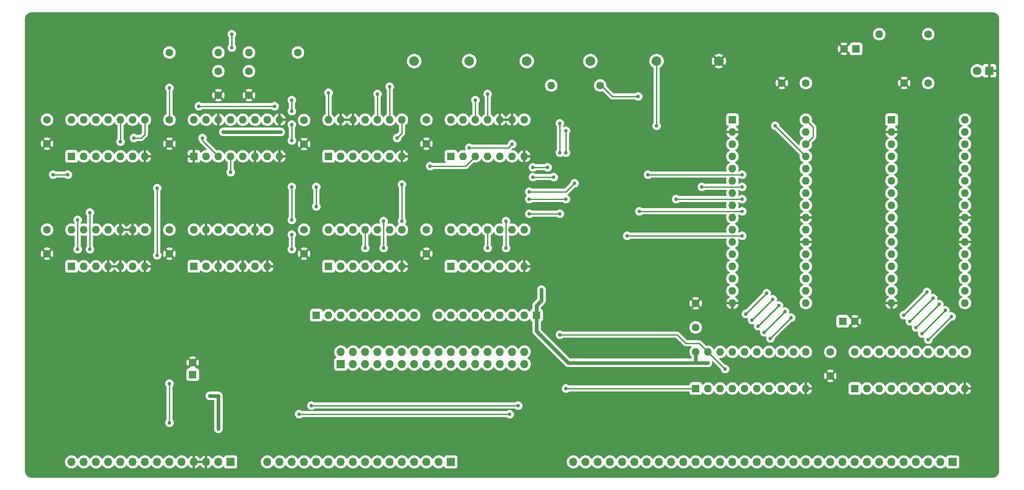
<source format=gbl>
G04 #@! TF.GenerationSoftware,KiCad,Pcbnew,(7.0.0)*
G04 #@! TF.CreationDate,2023-09-24T17:50:24-07:00*
G04 #@! TF.ProjectId,ram,72616d2e-6b69-4636-9164-5f7063625858,rev?*
G04 #@! TF.SameCoordinates,Original*
G04 #@! TF.FileFunction,Copper,L2,Bot*
G04 #@! TF.FilePolarity,Positive*
%FSLAX46Y46*%
G04 Gerber Fmt 4.6, Leading zero omitted, Abs format (unit mm)*
G04 Created by KiCad (PCBNEW (7.0.0)) date 2023-09-24 17:50:24*
%MOMM*%
%LPD*%
G01*
G04 APERTURE LIST*
G04 #@! TA.AperFunction,ComponentPad*
%ADD10R,1.600000X1.600000*%
G04 #@! TD*
G04 #@! TA.AperFunction,ComponentPad*
%ADD11O,1.600000X1.600000*%
G04 #@! TD*
G04 #@! TA.AperFunction,ComponentPad*
%ADD12C,1.600000*%
G04 #@! TD*
G04 #@! TA.AperFunction,ComponentPad*
%ADD13R,1.700000X1.700000*%
G04 #@! TD*
G04 #@! TA.AperFunction,ComponentPad*
%ADD14O,1.700000X1.700000*%
G04 #@! TD*
G04 #@! TA.AperFunction,ComponentPad*
%ADD15C,2.000000*%
G04 #@! TD*
G04 #@! TA.AperFunction,ComponentPad*
%ADD16R,1.800000X1.800000*%
G04 #@! TD*
G04 #@! TA.AperFunction,ComponentPad*
%ADD17C,1.800000*%
G04 #@! TD*
G04 #@! TA.AperFunction,ViaPad*
%ADD18C,0.762000*%
G04 #@! TD*
G04 #@! TA.AperFunction,Conductor*
%ADD19C,0.762000*%
G04 #@! TD*
G04 #@! TA.AperFunction,Conductor*
%ADD20C,0.254000*%
G04 #@! TD*
G04 APERTURE END LIST*
D10*
X114299999Y-104139999D03*
D11*
X116839999Y-104139999D03*
X119379999Y-104139999D03*
X121919999Y-104139999D03*
X124459999Y-104139999D03*
X126999999Y-104139999D03*
X129539999Y-104139999D03*
X129539999Y-96519999D03*
X126999999Y-96519999D03*
X124459999Y-96519999D03*
X121919999Y-96519999D03*
X119379999Y-96519999D03*
X116839999Y-96519999D03*
X114299999Y-96519999D03*
D12*
X134620000Y-73660000D03*
X134620000Y-78660000D03*
X208360000Y-66040000D03*
X213360000Y-66040000D03*
X55880000Y-96520000D03*
X55880000Y-101520000D03*
D13*
X139699999Y-144779999D03*
D14*
X137159999Y-144779999D03*
X134619999Y-144779999D03*
X132079999Y-144779999D03*
X129539999Y-144779999D03*
X126999999Y-144779999D03*
X124459999Y-144779999D03*
X121919999Y-144779999D03*
X119379999Y-144779999D03*
X116839999Y-144779999D03*
X114299999Y-144779999D03*
X111759999Y-144779999D03*
X109219999Y-144779999D03*
X106679999Y-144779999D03*
X104139999Y-144779999D03*
X101599999Y-144779999D03*
D10*
X221019999Y-115569999D03*
D12*
X223520000Y-115570000D03*
X170688000Y-66548000D03*
D11*
X160527999Y-66547999D03*
D13*
X93979999Y-144779999D03*
D14*
X91439999Y-144779999D03*
X88899999Y-144779999D03*
X86359999Y-144779999D03*
X83819999Y-144779999D03*
X81279999Y-144779999D03*
X78739999Y-144779999D03*
X76199999Y-144779999D03*
X73659999Y-144779999D03*
X71119999Y-144779999D03*
X68579999Y-144779999D03*
X66039999Y-144779999D03*
X63499999Y-144779999D03*
X60959999Y-144779999D03*
D15*
X143510000Y-61468000D03*
D12*
X109220000Y-96520000D03*
X109220000Y-101520000D03*
D10*
X139699999Y-104139999D03*
D11*
X142239999Y-104139999D03*
X144779999Y-104139999D03*
X147319999Y-104139999D03*
X149859999Y-104139999D03*
X152399999Y-104139999D03*
X154939999Y-104139999D03*
X154939999Y-96519999D03*
X152399999Y-96519999D03*
X149859999Y-96519999D03*
X147319999Y-96519999D03*
X144779999Y-96519999D03*
X142239999Y-96519999D03*
X139699999Y-96519999D03*
D12*
X218440000Y-121920000D03*
X218440000Y-126920000D03*
D10*
X223519999Y-129539999D03*
D11*
X226059999Y-129539999D03*
X228599999Y-129539999D03*
X231139999Y-129539999D03*
X233679999Y-129539999D03*
X236219999Y-129539999D03*
X238759999Y-129539999D03*
X241299999Y-129539999D03*
X243839999Y-129539999D03*
X246379999Y-129539999D03*
X246379999Y-121919999D03*
X243839999Y-121919999D03*
X241299999Y-121919999D03*
X238759999Y-121919999D03*
X236219999Y-121919999D03*
X233679999Y-121919999D03*
X231139999Y-121919999D03*
X228599999Y-121919999D03*
X226059999Y-121919999D03*
X223519999Y-121919999D03*
D15*
X182372000Y-61468000D03*
D12*
X190500000Y-116840000D03*
X190500000Y-111840000D03*
D15*
X155448000Y-61468000D03*
D10*
X198119999Y-73659999D03*
D11*
X198119999Y-76199999D03*
X198119999Y-78739999D03*
X198119999Y-81279999D03*
X198119999Y-83819999D03*
X198119999Y-86359999D03*
X198119999Y-88899999D03*
X198119999Y-91439999D03*
X198119999Y-93979999D03*
X198119999Y-96519999D03*
X198119999Y-99059999D03*
X198119999Y-101599999D03*
X198119999Y-104139999D03*
X198119999Y-106679999D03*
X198119999Y-109219999D03*
X198119999Y-111759999D03*
X213359999Y-111759999D03*
X213359999Y-109219999D03*
X213359999Y-106679999D03*
X213359999Y-104139999D03*
X213359999Y-101599999D03*
X213359999Y-99059999D03*
X213359999Y-96519999D03*
X213359999Y-93979999D03*
X213359999Y-91439999D03*
X213359999Y-88899999D03*
X213359999Y-86359999D03*
X213359999Y-83819999D03*
X213359999Y-81279999D03*
X213359999Y-78739999D03*
X213359999Y-76199999D03*
X213359999Y-73659999D03*
D12*
X97790000Y-68580000D03*
X97790000Y-63580000D03*
D15*
X168656000Y-61468000D03*
D12*
X81280000Y-59690000D03*
D11*
X91439999Y-59689999D03*
D15*
X195326000Y-61468000D03*
D12*
X81280000Y-96520000D03*
X81280000Y-101520000D03*
X238760000Y-55880000D03*
D11*
X228599999Y-55879999D03*
D10*
X86359999Y-81279999D03*
D11*
X88899999Y-81279999D03*
X91439999Y-81279999D03*
X93979999Y-81279999D03*
X96519999Y-81279999D03*
X99059999Y-81279999D03*
X101599999Y-81279999D03*
X104139999Y-81279999D03*
X104139999Y-73659999D03*
X101599999Y-73659999D03*
X99059999Y-73659999D03*
X96519999Y-73659999D03*
X93979999Y-73659999D03*
X91439999Y-73659999D03*
X88899999Y-73659999D03*
X86359999Y-73659999D03*
D12*
X109220000Y-73740000D03*
X109220000Y-78740000D03*
D10*
X86105999Y-126658378D03*
D12*
X86106000Y-124158379D03*
D10*
X190499999Y-129539999D03*
D11*
X193039999Y-129539999D03*
X195579999Y-129539999D03*
X198119999Y-129539999D03*
X200659999Y-129539999D03*
X203199999Y-129539999D03*
X205739999Y-129539999D03*
X208279999Y-129539999D03*
X210819999Y-129539999D03*
X213359999Y-129539999D03*
X213359999Y-121919999D03*
X210819999Y-121919999D03*
X208279999Y-121919999D03*
X205739999Y-121919999D03*
X203199999Y-121919999D03*
X200659999Y-121919999D03*
X198119999Y-121919999D03*
X195579999Y-121919999D03*
X193039999Y-121919999D03*
X190499999Y-121919999D03*
D12*
X134620000Y-96520000D03*
X134620000Y-101520000D03*
D10*
X86359999Y-104139999D03*
D11*
X88899999Y-104139999D03*
X91439999Y-104139999D03*
X93979999Y-104139999D03*
X96519999Y-104139999D03*
X99059999Y-104139999D03*
X101599999Y-104139999D03*
X101599999Y-96519999D03*
X99059999Y-96519999D03*
X96519999Y-96519999D03*
X93979999Y-96519999D03*
X91439999Y-96519999D03*
X88899999Y-96519999D03*
X86359999Y-96519999D03*
D10*
X60959999Y-104139999D03*
D11*
X63499999Y-104139999D03*
X66039999Y-104139999D03*
X68579999Y-104139999D03*
X71119999Y-104139999D03*
X73659999Y-104139999D03*
X76199999Y-104139999D03*
X76199999Y-96519999D03*
X73659999Y-96519999D03*
X71119999Y-96519999D03*
X68579999Y-96519999D03*
X66039999Y-96519999D03*
X63499999Y-96519999D03*
X60959999Y-96519999D03*
D12*
X81280000Y-78660000D03*
X81280000Y-73660000D03*
D10*
X231139999Y-73659999D03*
D11*
X231139999Y-76199999D03*
X231139999Y-78739999D03*
X231139999Y-81279999D03*
X231139999Y-83819999D03*
X231139999Y-86359999D03*
X231139999Y-88899999D03*
X231139999Y-91439999D03*
X231139999Y-93979999D03*
X231139999Y-96519999D03*
X231139999Y-99059999D03*
X231139999Y-101599999D03*
X231139999Y-104139999D03*
X231139999Y-106679999D03*
X231139999Y-109219999D03*
X231139999Y-111759999D03*
X246379999Y-111759999D03*
X246379999Y-109219999D03*
X246379999Y-106679999D03*
X246379999Y-104139999D03*
X246379999Y-101599999D03*
X246379999Y-99059999D03*
X246379999Y-96519999D03*
X246379999Y-93979999D03*
X246379999Y-91439999D03*
X246379999Y-88899999D03*
X246379999Y-86359999D03*
X246379999Y-83819999D03*
X246379999Y-81279999D03*
X246379999Y-78739999D03*
X246379999Y-76199999D03*
X246379999Y-73659999D03*
D12*
X233760000Y-66040000D03*
X238760000Y-66040000D03*
D10*
X139694999Y-81279999D03*
D11*
X142234999Y-81279999D03*
X144774999Y-81279999D03*
X147314999Y-81279999D03*
X149854999Y-81279999D03*
X152394999Y-81279999D03*
X154934999Y-81279999D03*
X154934999Y-73659999D03*
X152394999Y-73659999D03*
X149854999Y-73659999D03*
X147314999Y-73659999D03*
X144774999Y-73659999D03*
X142234999Y-73659999D03*
X139694999Y-73659999D03*
D10*
X114299999Y-81279999D03*
D11*
X116839999Y-81279999D03*
X119379999Y-81279999D03*
X121919999Y-81279999D03*
X124459999Y-81279999D03*
X126999999Y-81279999D03*
X129539999Y-81279999D03*
X129539999Y-73659999D03*
X126999999Y-73659999D03*
X124459999Y-73659999D03*
X121919999Y-73659999D03*
X119379999Y-73659999D03*
X116839999Y-73659999D03*
X114299999Y-73659999D03*
D10*
X157479999Y-114299999D03*
D11*
X154939999Y-114299999D03*
X152399999Y-114299999D03*
X149859999Y-114299999D03*
X147319999Y-114299999D03*
X144779999Y-114299999D03*
X142239999Y-114299999D03*
X139699999Y-114299999D03*
X137159999Y-114299999D03*
D12*
X55880000Y-78660000D03*
X55880000Y-73660000D03*
D10*
X223773999Y-58927999D03*
D12*
X221274000Y-58928000D03*
X91440000Y-68580000D03*
X91440000Y-63580000D03*
D16*
X251459999Y-63499999D03*
D17*
X248920000Y-63500000D03*
D13*
X243839999Y-144779999D03*
D14*
X241299999Y-144779999D03*
X238759999Y-144779999D03*
X236219999Y-144779999D03*
X233679999Y-144779999D03*
X231139999Y-144779999D03*
X228599999Y-144779999D03*
X226059999Y-144779999D03*
X223519999Y-144779999D03*
X220979999Y-144779999D03*
X218439999Y-144779999D03*
X215899999Y-144779999D03*
X213359999Y-144779999D03*
X210819999Y-144779999D03*
X208279999Y-144779999D03*
X205739999Y-144779999D03*
X203199999Y-144779999D03*
X200659999Y-144779999D03*
X198119999Y-144779999D03*
X195579999Y-144779999D03*
X193039999Y-144779999D03*
X190499999Y-144779999D03*
X187959999Y-144779999D03*
X185419999Y-144779999D03*
X182879999Y-144779999D03*
X180339999Y-144779999D03*
X177799999Y-144779999D03*
X175259999Y-144779999D03*
X172719999Y-144779999D03*
X170179999Y-144779999D03*
X167639999Y-144779999D03*
X165099999Y-144779999D03*
D10*
X111759999Y-114299999D03*
D11*
X114299999Y-114299999D03*
X116839999Y-114299999D03*
X119379999Y-114299999D03*
X121919999Y-114299999D03*
X124459999Y-114299999D03*
X126999999Y-114299999D03*
X129539999Y-114299999D03*
X132079999Y-114299999D03*
D15*
X132080000Y-61468000D03*
D10*
X60959999Y-81279999D03*
D11*
X63499999Y-81279999D03*
X66039999Y-81279999D03*
X68579999Y-81279999D03*
X71119999Y-81279999D03*
X73659999Y-81279999D03*
X76199999Y-81279999D03*
X76199999Y-73659999D03*
X73659999Y-73659999D03*
X71119999Y-73659999D03*
X68579999Y-73659999D03*
X66039999Y-73659999D03*
X63499999Y-73659999D03*
X60959999Y-73659999D03*
D13*
X116839999Y-124459999D03*
D14*
X116839999Y-121919999D03*
X119379999Y-124459999D03*
X119379999Y-121919999D03*
X121919999Y-124459999D03*
X121919999Y-121919999D03*
X124459999Y-124459999D03*
X124459999Y-121919999D03*
X126999999Y-124459999D03*
X126999999Y-121919999D03*
X129539999Y-124459999D03*
X129539999Y-121919999D03*
X132079999Y-124459999D03*
X132079999Y-121919999D03*
X134619999Y-124459999D03*
X134619999Y-121919999D03*
X137159999Y-124459999D03*
X137159999Y-121919999D03*
X139699999Y-124459999D03*
X139699999Y-121919999D03*
X142239999Y-124459999D03*
X142239999Y-121919999D03*
X144779999Y-124459999D03*
X144779999Y-121919999D03*
X147319999Y-124459999D03*
X147319999Y-121919999D03*
X149859999Y-124459999D03*
X149859999Y-121919999D03*
X152399999Y-124459999D03*
X152399999Y-121919999D03*
X154939999Y-124459999D03*
X154939999Y-121919999D03*
D12*
X107950000Y-59690000D03*
D11*
X97789999Y-59689999D03*
D18*
X158496000Y-108966000D03*
X158496000Y-110490000D03*
X104394000Y-76200000D03*
X89662000Y-131064000D03*
X93980000Y-76200000D03*
X92456000Y-76200000D03*
X90932000Y-131064000D03*
X114300000Y-68072000D03*
X193040000Y-124206000D03*
X81280000Y-67056000D03*
X91440000Y-136652000D03*
X178562000Y-68834000D03*
X191516000Y-124206000D03*
X99060000Y-76200000D03*
X91440000Y-137922000D03*
X103124000Y-76200000D03*
X88138000Y-77470000D03*
X191770000Y-87630000D03*
X200152000Y-87630000D03*
X186436000Y-90170000D03*
X200152000Y-90170000D03*
X200152000Y-97790000D03*
X176276000Y-97790000D03*
X200152000Y-92710000D03*
X178816000Y-92710000D03*
X180594000Y-85090000D03*
X200152000Y-85090000D03*
X57150000Y-85090000D03*
X81280000Y-136652000D03*
X60198000Y-85090000D03*
X62230000Y-100584000D03*
X81280000Y-128524000D03*
X62230000Y-94488000D03*
X73914000Y-77470000D03*
X64770000Y-92964000D03*
X64770000Y-100584000D03*
X71120000Y-78232000D03*
X87376000Y-70866000D03*
X103124000Y-70866000D03*
X78740000Y-87884000D03*
X78740000Y-101854000D03*
X155956000Y-90170000D03*
X127000000Y-66802000D03*
X163576000Y-80518000D03*
X163576000Y-129540000D03*
X163576000Y-90170000D03*
X163576000Y-75946000D03*
X111760000Y-91694000D03*
X128524000Y-77470000D03*
X111760000Y-87630000D03*
X155956000Y-93218000D03*
X196596000Y-125476000D03*
X162306000Y-93218000D03*
X162306000Y-118364000D03*
X162306000Y-74422000D03*
X162306000Y-80518000D03*
X94234000Y-55880000D03*
X94234000Y-58674000D03*
X182372000Y-74930000D03*
X165354000Y-86868000D03*
X93980000Y-84582000D03*
X155956000Y-88646000D03*
X207010000Y-74930000D03*
X108204000Y-134874000D03*
X151892000Y-134874000D03*
X156718000Y-85598000D03*
X161036000Y-85598000D03*
X124460000Y-68326000D03*
X147315000Y-68326000D03*
X243586000Y-114554000D03*
X238760000Y-119380000D03*
X237490000Y-118110000D03*
X242316000Y-113284000D03*
X241046000Y-112014000D03*
X236220000Y-116840000D03*
X234950000Y-115570000D03*
X239776000Y-110744000D03*
X233680000Y-114300000D03*
X238506000Y-109474000D03*
X205994000Y-119126000D03*
X210312000Y-114808000D03*
X204724000Y-117856000D03*
X209042000Y-113538000D03*
X203454000Y-116586000D03*
X207772000Y-112268000D03*
X206502000Y-110998000D03*
X202184000Y-115316000D03*
X205232000Y-109728000D03*
X200914000Y-114046000D03*
X129540000Y-87122000D03*
X129540000Y-94742000D03*
X153670000Y-133096000D03*
X159766000Y-83566000D03*
X156718000Y-83566000D03*
X110744000Y-133096000D03*
X106680000Y-69596000D03*
X106680000Y-74676000D03*
X106680000Y-77978000D03*
X106680000Y-94488000D03*
X106680000Y-97536000D03*
X106680000Y-71882000D03*
X106680000Y-100584000D03*
X106680000Y-87630000D03*
X144780000Y-69596000D03*
X121920000Y-100330000D03*
X125730000Y-94742000D03*
X125730000Y-100330000D03*
X147320000Y-100330000D03*
X151130000Y-94742000D03*
X151130000Y-100330000D03*
X152400000Y-78740000D03*
X143510000Y-79502000D03*
X135382000Y-83312000D03*
D19*
X90932000Y-131064000D02*
X89662000Y-131064000D01*
D20*
X91440000Y-81280000D02*
X88138000Y-77978000D01*
X213360000Y-78740000D02*
X214884000Y-77216000D01*
X170942000Y-66548000D02*
X173228000Y-68834000D01*
D19*
X157480000Y-112268000D02*
X157480000Y-114300000D01*
X157480000Y-117602000D02*
X157480000Y-114300000D01*
X91440000Y-137922000D02*
X91440000Y-131064000D01*
X191516000Y-124206000D02*
X190500000Y-124206000D01*
X164084000Y-124206000D02*
X157480000Y-117602000D01*
D20*
X214884000Y-77216000D02*
X214884000Y-75184000D01*
D19*
X191516000Y-124206000D02*
X193040000Y-124206000D01*
X92456000Y-76200000D02*
X99060000Y-76200000D01*
X91440000Y-131064000D02*
X90932000Y-131064000D01*
D20*
X173228000Y-68834000D02*
X178562000Y-68834000D01*
X114300000Y-68072000D02*
X114300000Y-73660000D01*
D19*
X158496000Y-111252000D02*
X157480000Y-112268000D01*
X190500000Y-124206000D02*
X190500000Y-121920000D01*
D20*
X214884000Y-75184000D02*
X213360000Y-73660000D01*
X81280000Y-73660000D02*
X81280000Y-67056000D01*
D19*
X190500000Y-124206000D02*
X164084000Y-124206000D01*
X158496000Y-108966000D02*
X158496000Y-111252000D01*
X99060000Y-76200000D02*
X104394000Y-76200000D01*
D20*
X170688000Y-66548000D02*
X170942000Y-66548000D01*
X88138000Y-77978000D02*
X88138000Y-77470000D01*
X200152000Y-87630000D02*
X191770000Y-87630000D01*
X200152000Y-90170000D02*
X186436000Y-90170000D01*
X176276000Y-97790000D02*
X200152000Y-97790000D01*
X200152000Y-92710000D02*
X178816000Y-92710000D01*
X200152000Y-85090000D02*
X180594000Y-85090000D01*
X60198000Y-85090000D02*
X57150000Y-85090000D01*
X81280000Y-136652000D02*
X81280000Y-128524000D01*
X62230000Y-94488000D02*
X62230000Y-100584000D01*
X76200000Y-73660000D02*
X76200000Y-76708000D01*
X75438000Y-77470000D02*
X73914000Y-77470000D01*
X76200000Y-76708000D02*
X75438000Y-77470000D01*
X71120000Y-78232000D02*
X71120000Y-73660000D01*
X64770000Y-92964000D02*
X64770000Y-100584000D01*
X87376000Y-70866000D02*
X103124000Y-70866000D01*
X78740000Y-97282000D02*
X78740000Y-101854000D01*
X78740000Y-97282000D02*
X78740000Y-87884000D01*
X127000000Y-73660000D02*
X127000000Y-66802000D01*
X163576000Y-75946000D02*
X163576000Y-80518000D01*
X163576000Y-90170000D02*
X155956000Y-90170000D01*
X163576000Y-129540000D02*
X190500000Y-129540000D01*
X128524000Y-77470000D02*
X129540000Y-76454000D01*
X111760000Y-91694000D02*
X111760000Y-87630000D01*
X129540000Y-76454000D02*
X129540000Y-73660000D01*
X193040000Y-121920000D02*
X196596000Y-125476000D01*
X162306000Y-118364000D02*
X186690000Y-118364000D01*
X162306000Y-93218000D02*
X155956000Y-93218000D01*
X188468000Y-120142000D02*
X191262000Y-120142000D01*
X162306000Y-80518000D02*
X162306000Y-74422000D01*
X186690000Y-118364000D02*
X188468000Y-120142000D01*
X191262000Y-120142000D02*
X193040000Y-121920000D01*
X94234000Y-58674000D02*
X94234000Y-55880000D01*
X93980000Y-81280000D02*
X93980000Y-84582000D01*
X163576000Y-88646000D02*
X165354000Y-86868000D01*
X182372000Y-74930000D02*
X182372000Y-61468000D01*
X155956000Y-88646000D02*
X163576000Y-88646000D01*
X207010000Y-74930000D02*
X213360000Y-81280000D01*
X151892000Y-134874000D02*
X108204000Y-134874000D01*
X156718000Y-85598000D02*
X161036000Y-85598000D01*
X147315000Y-68326000D02*
X147315000Y-73660000D01*
X124460000Y-68326000D02*
X124460000Y-73660000D01*
X243586000Y-114554000D02*
X238760000Y-119380000D01*
X237490000Y-118110000D02*
X242316000Y-113284000D01*
X241046000Y-112014000D02*
X236220000Y-116840000D01*
X234950000Y-115570000D02*
X239776000Y-110744000D01*
X238506000Y-109474000D02*
X233680000Y-114300000D01*
X205994000Y-119126000D02*
X210312000Y-114808000D01*
X204724000Y-117856000D02*
X209042000Y-113538000D01*
X203454000Y-116586000D02*
X207772000Y-112268000D01*
X206502000Y-110998000D02*
X202184000Y-115316000D01*
X200914000Y-114046000D02*
X205232000Y-109728000D01*
X129540000Y-94742000D02*
X129540000Y-87122000D01*
X156718000Y-83566000D02*
X159766000Y-83566000D01*
X110744000Y-133096000D02*
X153670000Y-133096000D01*
X106680000Y-77978000D02*
X106680000Y-74676000D01*
X106680000Y-71882000D02*
X106680000Y-69596000D01*
X144775000Y-69601000D02*
X144775000Y-73660000D01*
X144780000Y-69596000D02*
X144775000Y-69601000D01*
X106680000Y-94488000D02*
X106680000Y-87630000D01*
X106680000Y-100584000D02*
X106680000Y-97536000D01*
X121920000Y-96520000D02*
X121920000Y-100330000D01*
X125730000Y-94742000D02*
X125730000Y-100330000D01*
X147320000Y-100330000D02*
X147320000Y-96520000D01*
X151130000Y-100330000D02*
X151130000Y-94742000D01*
X151638000Y-79502000D02*
X152400000Y-78740000D01*
X143510000Y-79502000D02*
X151638000Y-79502000D01*
X142743000Y-83312000D02*
X144775000Y-81280000D01*
X135382000Y-83312000D02*
X142743000Y-83312000D01*
G04 #@! TA.AperFunction,Conductor*
G36*
X252099853Y-51308881D02*
G01*
X252303734Y-51324927D01*
X252322950Y-51327971D01*
X252517062Y-51374574D01*
X252535552Y-51380582D01*
X252719987Y-51456976D01*
X252737312Y-51465804D01*
X252907524Y-51570110D01*
X252923260Y-51581544D01*
X253075053Y-51711187D01*
X253088812Y-51724946D01*
X253218455Y-51876739D01*
X253229890Y-51892477D01*
X253334192Y-52062681D01*
X253343026Y-52080019D01*
X253419414Y-52264438D01*
X253425427Y-52282943D01*
X253472028Y-52477050D01*
X253475072Y-52496268D01*
X253491118Y-52700146D01*
X253491500Y-52709875D01*
X253491500Y-146680125D01*
X253491118Y-146689854D01*
X253475072Y-146893731D01*
X253472028Y-146912949D01*
X253425427Y-147107056D01*
X253419414Y-147125561D01*
X253343026Y-147309980D01*
X253334192Y-147327318D01*
X253229892Y-147497519D01*
X253218455Y-147513260D01*
X253088812Y-147665053D01*
X253075053Y-147678812D01*
X252923260Y-147808455D01*
X252907519Y-147819892D01*
X252737318Y-147924192D01*
X252719980Y-147933026D01*
X252535561Y-148009414D01*
X252517056Y-148015427D01*
X252322949Y-148062028D01*
X252303731Y-148065072D01*
X252099854Y-148081118D01*
X252090125Y-148081500D01*
X52709875Y-148081500D01*
X52700146Y-148081118D01*
X52496268Y-148065072D01*
X52477050Y-148062028D01*
X52282943Y-148015427D01*
X52264438Y-148009414D01*
X52080019Y-147933026D01*
X52062681Y-147924192D01*
X51892480Y-147819892D01*
X51876739Y-147808455D01*
X51724946Y-147678812D01*
X51711187Y-147665053D01*
X51581544Y-147513260D01*
X51570110Y-147497524D01*
X51465804Y-147327312D01*
X51456976Y-147309987D01*
X51380582Y-147125552D01*
X51374574Y-147107062D01*
X51327971Y-146912949D01*
X51324927Y-146893731D01*
X51308882Y-146689854D01*
X51308500Y-146680125D01*
X51308500Y-144780000D01*
X59604341Y-144780000D01*
X59624937Y-145015408D01*
X59626336Y-145020630D01*
X59626337Y-145020634D01*
X59684694Y-145238430D01*
X59684697Y-145238438D01*
X59686097Y-145243663D01*
X59688385Y-145248570D01*
X59688386Y-145248572D01*
X59783678Y-145452927D01*
X59783681Y-145452933D01*
X59785965Y-145457830D01*
X59789064Y-145462257D01*
X59789066Y-145462259D01*
X59918399Y-145646966D01*
X59918402Y-145646970D01*
X59921505Y-145651401D01*
X60088599Y-145818495D01*
X60093031Y-145821598D01*
X60093033Y-145821600D01*
X60237260Y-145922589D01*
X60282170Y-145954035D01*
X60496337Y-146053903D01*
X60724592Y-146115063D01*
X60960000Y-146135659D01*
X61195408Y-146115063D01*
X61423663Y-146053903D01*
X61637830Y-145954035D01*
X61831401Y-145818495D01*
X61998495Y-145651401D01*
X62128424Y-145465842D01*
X62172743Y-145426976D01*
X62230000Y-145412965D01*
X62287257Y-145426976D01*
X62331575Y-145465842D01*
X62458395Y-145646961D01*
X62458401Y-145646968D01*
X62461505Y-145651401D01*
X62628599Y-145818495D01*
X62633031Y-145821598D01*
X62633033Y-145821600D01*
X62777260Y-145922589D01*
X62822170Y-145954035D01*
X63036337Y-146053903D01*
X63264592Y-146115063D01*
X63500000Y-146135659D01*
X63735408Y-146115063D01*
X63963663Y-146053903D01*
X64177830Y-145954035D01*
X64371401Y-145818495D01*
X64538495Y-145651401D01*
X64668424Y-145465842D01*
X64712743Y-145426976D01*
X64770000Y-145412965D01*
X64827257Y-145426976D01*
X64871575Y-145465842D01*
X64998395Y-145646961D01*
X64998401Y-145646968D01*
X65001505Y-145651401D01*
X65168599Y-145818495D01*
X65173031Y-145821598D01*
X65173033Y-145821600D01*
X65317260Y-145922589D01*
X65362170Y-145954035D01*
X65576337Y-146053903D01*
X65804592Y-146115063D01*
X66040000Y-146135659D01*
X66275408Y-146115063D01*
X66503663Y-146053903D01*
X66717830Y-145954035D01*
X66911401Y-145818495D01*
X67078495Y-145651401D01*
X67208424Y-145465842D01*
X67252743Y-145426976D01*
X67310000Y-145412965D01*
X67367257Y-145426976D01*
X67411575Y-145465842D01*
X67538395Y-145646961D01*
X67538401Y-145646968D01*
X67541505Y-145651401D01*
X67708599Y-145818495D01*
X67713031Y-145821598D01*
X67713033Y-145821600D01*
X67857260Y-145922589D01*
X67902170Y-145954035D01*
X68116337Y-146053903D01*
X68344592Y-146115063D01*
X68580000Y-146135659D01*
X68815408Y-146115063D01*
X69043663Y-146053903D01*
X69257830Y-145954035D01*
X69451401Y-145818495D01*
X69618495Y-145651401D01*
X69748424Y-145465842D01*
X69792743Y-145426976D01*
X69850000Y-145412965D01*
X69907257Y-145426976D01*
X69951575Y-145465842D01*
X70078395Y-145646961D01*
X70078401Y-145646968D01*
X70081505Y-145651401D01*
X70248599Y-145818495D01*
X70253031Y-145821598D01*
X70253033Y-145821600D01*
X70397260Y-145922589D01*
X70442170Y-145954035D01*
X70656337Y-146053903D01*
X70884592Y-146115063D01*
X71120000Y-146135659D01*
X71355408Y-146115063D01*
X71583663Y-146053903D01*
X71797830Y-145954035D01*
X71991401Y-145818495D01*
X72158495Y-145651401D01*
X72288424Y-145465842D01*
X72332743Y-145426976D01*
X72390000Y-145412965D01*
X72447257Y-145426976D01*
X72491575Y-145465842D01*
X72618395Y-145646961D01*
X72618401Y-145646968D01*
X72621505Y-145651401D01*
X72788599Y-145818495D01*
X72793031Y-145821598D01*
X72793033Y-145821600D01*
X72937260Y-145922589D01*
X72982170Y-145954035D01*
X73196337Y-146053903D01*
X73424592Y-146115063D01*
X73660000Y-146135659D01*
X73895408Y-146115063D01*
X74123663Y-146053903D01*
X74337830Y-145954035D01*
X74531401Y-145818495D01*
X74698495Y-145651401D01*
X74828424Y-145465842D01*
X74872743Y-145426976D01*
X74930000Y-145412965D01*
X74987257Y-145426976D01*
X75031575Y-145465842D01*
X75158395Y-145646961D01*
X75158401Y-145646968D01*
X75161505Y-145651401D01*
X75328599Y-145818495D01*
X75333031Y-145821598D01*
X75333033Y-145821600D01*
X75477260Y-145922589D01*
X75522170Y-145954035D01*
X75736337Y-146053903D01*
X75964592Y-146115063D01*
X76200000Y-146135659D01*
X76435408Y-146115063D01*
X76663663Y-146053903D01*
X76877830Y-145954035D01*
X77071401Y-145818495D01*
X77238495Y-145651401D01*
X77368424Y-145465842D01*
X77412743Y-145426976D01*
X77470000Y-145412965D01*
X77527257Y-145426976D01*
X77571575Y-145465842D01*
X77698395Y-145646961D01*
X77698401Y-145646968D01*
X77701505Y-145651401D01*
X77868599Y-145818495D01*
X77873031Y-145821598D01*
X77873033Y-145821600D01*
X78017260Y-145922589D01*
X78062170Y-145954035D01*
X78276337Y-146053903D01*
X78504592Y-146115063D01*
X78740000Y-146135659D01*
X78975408Y-146115063D01*
X79203663Y-146053903D01*
X79417830Y-145954035D01*
X79611401Y-145818495D01*
X79778495Y-145651401D01*
X79908424Y-145465842D01*
X79952743Y-145426976D01*
X80010000Y-145412965D01*
X80067257Y-145426976D01*
X80111575Y-145465842D01*
X80238395Y-145646961D01*
X80238401Y-145646968D01*
X80241505Y-145651401D01*
X80408599Y-145818495D01*
X80413031Y-145821598D01*
X80413033Y-145821600D01*
X80557260Y-145922589D01*
X80602170Y-145954035D01*
X80816337Y-146053903D01*
X81044592Y-146115063D01*
X81280000Y-146135659D01*
X81515408Y-146115063D01*
X81743663Y-146053903D01*
X81957830Y-145954035D01*
X82151401Y-145818495D01*
X82318495Y-145651401D01*
X82448424Y-145465842D01*
X82492743Y-145426976D01*
X82550000Y-145412965D01*
X82607257Y-145426976D01*
X82651575Y-145465842D01*
X82778395Y-145646961D01*
X82778401Y-145646968D01*
X82781505Y-145651401D01*
X82948599Y-145818495D01*
X82953031Y-145821598D01*
X82953033Y-145821600D01*
X83097260Y-145922589D01*
X83142170Y-145954035D01*
X83356337Y-146053903D01*
X83584592Y-146115063D01*
X83820000Y-146135659D01*
X84055408Y-146115063D01*
X84283663Y-146053903D01*
X84497830Y-145954035D01*
X84691401Y-145818495D01*
X84858495Y-145651401D01*
X84988730Y-145465405D01*
X85033048Y-145426540D01*
X85090305Y-145412529D01*
X85147562Y-145426540D01*
X85191880Y-145465405D01*
X85318784Y-145646643D01*
X85325721Y-145654909D01*
X85485090Y-145814278D01*
X85493356Y-145821215D01*
X85677991Y-145950498D01*
X85687323Y-145955886D01*
X85891602Y-146051143D01*
X85901736Y-146054831D01*
X86096219Y-146106943D01*
X86107448Y-146107311D01*
X86110000Y-146096369D01*
X86610000Y-146096369D01*
X86612551Y-146107311D01*
X86623780Y-146106943D01*
X86818263Y-146054831D01*
X86828397Y-146051143D01*
X87032676Y-145955886D01*
X87042008Y-145950498D01*
X87226643Y-145821215D01*
X87234909Y-145814278D01*
X87394278Y-145654909D01*
X87401215Y-145646643D01*
X87528425Y-145464969D01*
X87572743Y-145426104D01*
X87630000Y-145412093D01*
X87687257Y-145426104D01*
X87731575Y-145464969D01*
X87858784Y-145646643D01*
X87865721Y-145654909D01*
X88025090Y-145814278D01*
X88033356Y-145821215D01*
X88217991Y-145950498D01*
X88227323Y-145955886D01*
X88431602Y-146051143D01*
X88441736Y-146054831D01*
X88636219Y-146106943D01*
X88647448Y-146107311D01*
X88650000Y-146096369D01*
X89150000Y-146096369D01*
X89152551Y-146107311D01*
X89163780Y-146106943D01*
X89358263Y-146054831D01*
X89368397Y-146051143D01*
X89572676Y-145955886D01*
X89582008Y-145950498D01*
X89766643Y-145821215D01*
X89774909Y-145814278D01*
X89934278Y-145654909D01*
X89941219Y-145646638D01*
X90068119Y-145465406D01*
X90112437Y-145426540D01*
X90169694Y-145412529D01*
X90226951Y-145426540D01*
X90271269Y-145465405D01*
X90398399Y-145646966D01*
X90398402Y-145646970D01*
X90401505Y-145651401D01*
X90568599Y-145818495D01*
X90573031Y-145821598D01*
X90573033Y-145821600D01*
X90717260Y-145922589D01*
X90762170Y-145954035D01*
X90976337Y-146053903D01*
X91204592Y-146115063D01*
X91440000Y-146135659D01*
X91675408Y-146115063D01*
X91903663Y-146053903D01*
X92117830Y-145954035D01*
X92311401Y-145818495D01*
X92433329Y-145696566D01*
X92486072Y-145665273D01*
X92547365Y-145663084D01*
X92602210Y-145690537D01*
X92637189Y-145740916D01*
X92686204Y-145872331D01*
X92691518Y-145879430D01*
X92691519Y-145879431D01*
X92747367Y-145954035D01*
X92772454Y-145987546D01*
X92887669Y-146073796D01*
X93022517Y-146124091D01*
X93082127Y-146130500D01*
X94877872Y-146130499D01*
X94937483Y-146124091D01*
X95072331Y-146073796D01*
X95187546Y-145987546D01*
X95273796Y-145872331D01*
X95324091Y-145737483D01*
X95330500Y-145677873D01*
X95330499Y-144780000D01*
X100244341Y-144780000D01*
X100264937Y-145015408D01*
X100266336Y-145020630D01*
X100266337Y-145020634D01*
X100324694Y-145238430D01*
X100324697Y-145238438D01*
X100326097Y-145243663D01*
X100328385Y-145248570D01*
X100328386Y-145248572D01*
X100423678Y-145452927D01*
X100423681Y-145452933D01*
X100425965Y-145457830D01*
X100429064Y-145462257D01*
X100429066Y-145462259D01*
X100558399Y-145646966D01*
X100558402Y-145646970D01*
X100561505Y-145651401D01*
X100728599Y-145818495D01*
X100733031Y-145821598D01*
X100733033Y-145821600D01*
X100877260Y-145922589D01*
X100922170Y-145954035D01*
X101136337Y-146053903D01*
X101364592Y-146115063D01*
X101600000Y-146135659D01*
X101835408Y-146115063D01*
X102063663Y-146053903D01*
X102277830Y-145954035D01*
X102471401Y-145818495D01*
X102638495Y-145651401D01*
X102768424Y-145465842D01*
X102812743Y-145426976D01*
X102870000Y-145412965D01*
X102927257Y-145426976D01*
X102971575Y-145465842D01*
X103098395Y-145646961D01*
X103098401Y-145646968D01*
X103101505Y-145651401D01*
X103268599Y-145818495D01*
X103273031Y-145821598D01*
X103273033Y-145821600D01*
X103417260Y-145922589D01*
X103462170Y-145954035D01*
X103676337Y-146053903D01*
X103904592Y-146115063D01*
X104140000Y-146135659D01*
X104375408Y-146115063D01*
X104603663Y-146053903D01*
X104817830Y-145954035D01*
X105011401Y-145818495D01*
X105178495Y-145651401D01*
X105308424Y-145465842D01*
X105352743Y-145426976D01*
X105410000Y-145412965D01*
X105467257Y-145426976D01*
X105511575Y-145465842D01*
X105638395Y-145646961D01*
X105638401Y-145646968D01*
X105641505Y-145651401D01*
X105808599Y-145818495D01*
X105813031Y-145821598D01*
X105813033Y-145821600D01*
X105957260Y-145922589D01*
X106002170Y-145954035D01*
X106216337Y-146053903D01*
X106444592Y-146115063D01*
X106680000Y-146135659D01*
X106915408Y-146115063D01*
X107143663Y-146053903D01*
X107357830Y-145954035D01*
X107551401Y-145818495D01*
X107718495Y-145651401D01*
X107848424Y-145465842D01*
X107892743Y-145426976D01*
X107950000Y-145412965D01*
X108007257Y-145426976D01*
X108051575Y-145465842D01*
X108178395Y-145646961D01*
X108178401Y-145646968D01*
X108181505Y-145651401D01*
X108348599Y-145818495D01*
X108353031Y-145821598D01*
X108353033Y-145821600D01*
X108497260Y-145922589D01*
X108542170Y-145954035D01*
X108756337Y-146053903D01*
X108984592Y-146115063D01*
X109220000Y-146135659D01*
X109455408Y-146115063D01*
X109683663Y-146053903D01*
X109897830Y-145954035D01*
X110091401Y-145818495D01*
X110258495Y-145651401D01*
X110388424Y-145465842D01*
X110432743Y-145426976D01*
X110490000Y-145412965D01*
X110547257Y-145426976D01*
X110591575Y-145465842D01*
X110718395Y-145646961D01*
X110718401Y-145646968D01*
X110721505Y-145651401D01*
X110888599Y-145818495D01*
X110893031Y-145821598D01*
X110893033Y-145821600D01*
X111037260Y-145922589D01*
X111082170Y-145954035D01*
X111296337Y-146053903D01*
X111524592Y-146115063D01*
X111760000Y-146135659D01*
X111995408Y-146115063D01*
X112223663Y-146053903D01*
X112437830Y-145954035D01*
X112631401Y-145818495D01*
X112798495Y-145651401D01*
X112928424Y-145465842D01*
X112972743Y-145426976D01*
X113030000Y-145412965D01*
X113087257Y-145426976D01*
X113131575Y-145465842D01*
X113258395Y-145646961D01*
X113258401Y-145646968D01*
X113261505Y-145651401D01*
X113428599Y-145818495D01*
X113433031Y-145821598D01*
X113433033Y-145821600D01*
X113577260Y-145922589D01*
X113622170Y-145954035D01*
X113836337Y-146053903D01*
X114064592Y-146115063D01*
X114300000Y-146135659D01*
X114535408Y-146115063D01*
X114763663Y-146053903D01*
X114977830Y-145954035D01*
X115171401Y-145818495D01*
X115338495Y-145651401D01*
X115468424Y-145465842D01*
X115512743Y-145426976D01*
X115570000Y-145412965D01*
X115627257Y-145426976D01*
X115671575Y-145465842D01*
X115798395Y-145646961D01*
X115798401Y-145646968D01*
X115801505Y-145651401D01*
X115968599Y-145818495D01*
X115973031Y-145821598D01*
X115973033Y-145821600D01*
X116117260Y-145922589D01*
X116162170Y-145954035D01*
X116376337Y-146053903D01*
X116604592Y-146115063D01*
X116840000Y-146135659D01*
X117075408Y-146115063D01*
X117303663Y-146053903D01*
X117517830Y-145954035D01*
X117711401Y-145818495D01*
X117878495Y-145651401D01*
X118008424Y-145465842D01*
X118052743Y-145426976D01*
X118110000Y-145412965D01*
X118167257Y-145426976D01*
X118211575Y-145465842D01*
X118338395Y-145646961D01*
X118338401Y-145646968D01*
X118341505Y-145651401D01*
X118508599Y-145818495D01*
X118513031Y-145821598D01*
X118513033Y-145821600D01*
X118657260Y-145922589D01*
X118702170Y-145954035D01*
X118916337Y-146053903D01*
X119144592Y-146115063D01*
X119380000Y-146135659D01*
X119615408Y-146115063D01*
X119843663Y-146053903D01*
X120057830Y-145954035D01*
X120251401Y-145818495D01*
X120418495Y-145651401D01*
X120548424Y-145465842D01*
X120592743Y-145426976D01*
X120650000Y-145412965D01*
X120707257Y-145426976D01*
X120751575Y-145465842D01*
X120878395Y-145646961D01*
X120878401Y-145646968D01*
X120881505Y-145651401D01*
X121048599Y-145818495D01*
X121053031Y-145821598D01*
X121053033Y-145821600D01*
X121197260Y-145922589D01*
X121242170Y-145954035D01*
X121456337Y-146053903D01*
X121684592Y-146115063D01*
X121920000Y-146135659D01*
X122155408Y-146115063D01*
X122383663Y-146053903D01*
X122597830Y-145954035D01*
X122791401Y-145818495D01*
X122958495Y-145651401D01*
X123088424Y-145465842D01*
X123132743Y-145426976D01*
X123190000Y-145412965D01*
X123247257Y-145426976D01*
X123291575Y-145465842D01*
X123418395Y-145646961D01*
X123418401Y-145646968D01*
X123421505Y-145651401D01*
X123588599Y-145818495D01*
X123593031Y-145821598D01*
X123593033Y-145821600D01*
X123737260Y-145922589D01*
X123782170Y-145954035D01*
X123996337Y-146053903D01*
X124224592Y-146115063D01*
X124460000Y-146135659D01*
X124695408Y-146115063D01*
X124923663Y-146053903D01*
X125137830Y-145954035D01*
X125331401Y-145818495D01*
X125498495Y-145651401D01*
X125628424Y-145465842D01*
X125672743Y-145426976D01*
X125730000Y-145412965D01*
X125787257Y-145426976D01*
X125831575Y-145465842D01*
X125958395Y-145646961D01*
X125958401Y-145646968D01*
X125961505Y-145651401D01*
X126128599Y-145818495D01*
X126133031Y-145821598D01*
X126133033Y-145821600D01*
X126277260Y-145922589D01*
X126322170Y-145954035D01*
X126536337Y-146053903D01*
X126764592Y-146115063D01*
X127000000Y-146135659D01*
X127235408Y-146115063D01*
X127463663Y-146053903D01*
X127677830Y-145954035D01*
X127871401Y-145818495D01*
X128038495Y-145651401D01*
X128168424Y-145465842D01*
X128212743Y-145426976D01*
X128270000Y-145412965D01*
X128327257Y-145426976D01*
X128371575Y-145465842D01*
X128498395Y-145646961D01*
X128498401Y-145646968D01*
X128501505Y-145651401D01*
X128668599Y-145818495D01*
X128673031Y-145821598D01*
X128673033Y-145821600D01*
X128817260Y-145922589D01*
X128862170Y-145954035D01*
X129076337Y-146053903D01*
X129304592Y-146115063D01*
X129540000Y-146135659D01*
X129775408Y-146115063D01*
X130003663Y-146053903D01*
X130217830Y-145954035D01*
X130411401Y-145818495D01*
X130578495Y-145651401D01*
X130708424Y-145465842D01*
X130752743Y-145426976D01*
X130810000Y-145412965D01*
X130867257Y-145426976D01*
X130911575Y-145465842D01*
X131038395Y-145646961D01*
X131038401Y-145646968D01*
X131041505Y-145651401D01*
X131208599Y-145818495D01*
X131213031Y-145821598D01*
X131213033Y-145821600D01*
X131357260Y-145922589D01*
X131402170Y-145954035D01*
X131616337Y-146053903D01*
X131844592Y-146115063D01*
X132080000Y-146135659D01*
X132315408Y-146115063D01*
X132543663Y-146053903D01*
X132757830Y-145954035D01*
X132951401Y-145818495D01*
X133118495Y-145651401D01*
X133248424Y-145465842D01*
X133292743Y-145426976D01*
X133350000Y-145412965D01*
X133407257Y-145426976D01*
X133451575Y-145465842D01*
X133578395Y-145646961D01*
X133578401Y-145646968D01*
X133581505Y-145651401D01*
X133748599Y-145818495D01*
X133753031Y-145821598D01*
X133753033Y-145821600D01*
X133897260Y-145922589D01*
X133942170Y-145954035D01*
X134156337Y-146053903D01*
X134384592Y-146115063D01*
X134620000Y-146135659D01*
X134855408Y-146115063D01*
X135083663Y-146053903D01*
X135297830Y-145954035D01*
X135491401Y-145818495D01*
X135658495Y-145651401D01*
X135788424Y-145465842D01*
X135832743Y-145426976D01*
X135890000Y-145412965D01*
X135947257Y-145426976D01*
X135991575Y-145465842D01*
X136118395Y-145646961D01*
X136118401Y-145646968D01*
X136121505Y-145651401D01*
X136288599Y-145818495D01*
X136293031Y-145821598D01*
X136293033Y-145821600D01*
X136437260Y-145922589D01*
X136482170Y-145954035D01*
X136696337Y-146053903D01*
X136924592Y-146115063D01*
X137160000Y-146135659D01*
X137395408Y-146115063D01*
X137623663Y-146053903D01*
X137837830Y-145954035D01*
X138031401Y-145818495D01*
X138153329Y-145696566D01*
X138206072Y-145665273D01*
X138267365Y-145663084D01*
X138322210Y-145690537D01*
X138357189Y-145740916D01*
X138406204Y-145872331D01*
X138411518Y-145879430D01*
X138411519Y-145879431D01*
X138467367Y-145954035D01*
X138492454Y-145987546D01*
X138607669Y-146073796D01*
X138742517Y-146124091D01*
X138802127Y-146130500D01*
X140597872Y-146130499D01*
X140657483Y-146124091D01*
X140792331Y-146073796D01*
X140907546Y-145987546D01*
X140993796Y-145872331D01*
X141044091Y-145737483D01*
X141050500Y-145677873D01*
X141050499Y-144780000D01*
X163744341Y-144780000D01*
X163764937Y-145015408D01*
X163766336Y-145020630D01*
X163766337Y-145020634D01*
X163824694Y-145238430D01*
X163824697Y-145238438D01*
X163826097Y-145243663D01*
X163828385Y-145248570D01*
X163828386Y-145248572D01*
X163923678Y-145452927D01*
X163923681Y-145452933D01*
X163925965Y-145457830D01*
X163929064Y-145462257D01*
X163929066Y-145462259D01*
X164058399Y-145646966D01*
X164058402Y-145646970D01*
X164061505Y-145651401D01*
X164228599Y-145818495D01*
X164233031Y-145821598D01*
X164233033Y-145821600D01*
X164377260Y-145922589D01*
X164422170Y-145954035D01*
X164636337Y-146053903D01*
X164864592Y-146115063D01*
X165100000Y-146135659D01*
X165335408Y-146115063D01*
X165563663Y-146053903D01*
X165777830Y-145954035D01*
X165971401Y-145818495D01*
X166138495Y-145651401D01*
X166268424Y-145465842D01*
X166312743Y-145426976D01*
X166370000Y-145412965D01*
X166427257Y-145426976D01*
X166471575Y-145465842D01*
X166598395Y-145646961D01*
X166598401Y-145646968D01*
X166601505Y-145651401D01*
X166768599Y-145818495D01*
X166773031Y-145821598D01*
X166773033Y-145821600D01*
X166917260Y-145922589D01*
X166962170Y-145954035D01*
X167176337Y-146053903D01*
X167404592Y-146115063D01*
X167640000Y-146135659D01*
X167875408Y-146115063D01*
X168103663Y-146053903D01*
X168317830Y-145954035D01*
X168511401Y-145818495D01*
X168678495Y-145651401D01*
X168808424Y-145465842D01*
X168852743Y-145426976D01*
X168910000Y-145412965D01*
X168967257Y-145426976D01*
X169011575Y-145465842D01*
X169138395Y-145646961D01*
X169138401Y-145646968D01*
X169141505Y-145651401D01*
X169308599Y-145818495D01*
X169313031Y-145821598D01*
X169313033Y-145821600D01*
X169457260Y-145922589D01*
X169502170Y-145954035D01*
X169716337Y-146053903D01*
X169944592Y-146115063D01*
X170180000Y-146135659D01*
X170415408Y-146115063D01*
X170643663Y-146053903D01*
X170857830Y-145954035D01*
X171051401Y-145818495D01*
X171218495Y-145651401D01*
X171348424Y-145465842D01*
X171392743Y-145426976D01*
X171450000Y-145412965D01*
X171507257Y-145426976D01*
X171551575Y-145465842D01*
X171678395Y-145646961D01*
X171678401Y-145646968D01*
X171681505Y-145651401D01*
X171848599Y-145818495D01*
X171853031Y-145821598D01*
X171853033Y-145821600D01*
X171997260Y-145922589D01*
X172042170Y-145954035D01*
X172256337Y-146053903D01*
X172484592Y-146115063D01*
X172720000Y-146135659D01*
X172955408Y-146115063D01*
X173183663Y-146053903D01*
X173397830Y-145954035D01*
X173591401Y-145818495D01*
X173758495Y-145651401D01*
X173888424Y-145465842D01*
X173932743Y-145426976D01*
X173990000Y-145412965D01*
X174047257Y-145426976D01*
X174091575Y-145465842D01*
X174218395Y-145646961D01*
X174218401Y-145646968D01*
X174221505Y-145651401D01*
X174388599Y-145818495D01*
X174393031Y-145821598D01*
X174393033Y-145821600D01*
X174537260Y-145922589D01*
X174582170Y-145954035D01*
X174796337Y-146053903D01*
X175024592Y-146115063D01*
X175260000Y-146135659D01*
X175495408Y-146115063D01*
X175723663Y-146053903D01*
X175937830Y-145954035D01*
X176131401Y-145818495D01*
X176298495Y-145651401D01*
X176428424Y-145465842D01*
X176472743Y-145426976D01*
X176530000Y-145412965D01*
X176587257Y-145426976D01*
X176631575Y-145465842D01*
X176758395Y-145646961D01*
X176758401Y-145646968D01*
X176761505Y-145651401D01*
X176928599Y-145818495D01*
X176933031Y-145821598D01*
X176933033Y-145821600D01*
X177077260Y-145922589D01*
X177122170Y-145954035D01*
X177336337Y-146053903D01*
X177564592Y-146115063D01*
X177800000Y-146135659D01*
X178035408Y-146115063D01*
X178263663Y-146053903D01*
X178477830Y-145954035D01*
X178671401Y-145818495D01*
X178838495Y-145651401D01*
X178968424Y-145465842D01*
X179012743Y-145426976D01*
X179070000Y-145412965D01*
X179127257Y-145426976D01*
X179171575Y-145465842D01*
X179298395Y-145646961D01*
X179298401Y-145646968D01*
X179301505Y-145651401D01*
X179468599Y-145818495D01*
X179473031Y-145821598D01*
X179473033Y-145821600D01*
X179617260Y-145922589D01*
X179662170Y-145954035D01*
X179876337Y-146053903D01*
X180104592Y-146115063D01*
X180340000Y-146135659D01*
X180575408Y-146115063D01*
X180803663Y-146053903D01*
X181017830Y-145954035D01*
X181211401Y-145818495D01*
X181378495Y-145651401D01*
X181508424Y-145465842D01*
X181552743Y-145426976D01*
X181610000Y-145412965D01*
X181667257Y-145426976D01*
X181711575Y-145465842D01*
X181838395Y-145646961D01*
X181838401Y-145646968D01*
X181841505Y-145651401D01*
X182008599Y-145818495D01*
X182013031Y-145821598D01*
X182013033Y-145821600D01*
X182157260Y-145922589D01*
X182202170Y-145954035D01*
X182416337Y-146053903D01*
X182644592Y-146115063D01*
X182880000Y-146135659D01*
X183115408Y-146115063D01*
X183343663Y-146053903D01*
X183557830Y-145954035D01*
X183751401Y-145818495D01*
X183918495Y-145651401D01*
X184048424Y-145465842D01*
X184092743Y-145426976D01*
X184150000Y-145412965D01*
X184207257Y-145426976D01*
X184251575Y-145465842D01*
X184378395Y-145646961D01*
X184378401Y-145646968D01*
X184381505Y-145651401D01*
X184548599Y-145818495D01*
X184553031Y-145821598D01*
X184553033Y-145821600D01*
X184697260Y-145922589D01*
X184742170Y-145954035D01*
X184956337Y-146053903D01*
X185184592Y-146115063D01*
X185420000Y-146135659D01*
X185655408Y-146115063D01*
X185883663Y-146053903D01*
X186097830Y-145954035D01*
X186291401Y-145818495D01*
X186458495Y-145651401D01*
X186588424Y-145465842D01*
X186632743Y-145426976D01*
X186690000Y-145412965D01*
X186747257Y-145426976D01*
X186791575Y-145465842D01*
X186918395Y-145646961D01*
X186918401Y-145646968D01*
X186921505Y-145651401D01*
X187088599Y-145818495D01*
X187093031Y-145821598D01*
X187093033Y-145821600D01*
X187237260Y-145922589D01*
X187282170Y-145954035D01*
X187496337Y-146053903D01*
X187724592Y-146115063D01*
X187960000Y-146135659D01*
X188195408Y-146115063D01*
X188423663Y-146053903D01*
X188637830Y-145954035D01*
X188831401Y-145818495D01*
X188998495Y-145651401D01*
X189128424Y-145465842D01*
X189172743Y-145426976D01*
X189230000Y-145412965D01*
X189287257Y-145426976D01*
X189331575Y-145465842D01*
X189458395Y-145646961D01*
X189458401Y-145646968D01*
X189461505Y-145651401D01*
X189628599Y-145818495D01*
X189633031Y-145821598D01*
X189633033Y-145821600D01*
X189777260Y-145922589D01*
X189822170Y-145954035D01*
X190036337Y-146053903D01*
X190264592Y-146115063D01*
X190500000Y-146135659D01*
X190735408Y-146115063D01*
X190963663Y-146053903D01*
X191177830Y-145954035D01*
X191371401Y-145818495D01*
X191538495Y-145651401D01*
X191668424Y-145465842D01*
X191712743Y-145426976D01*
X191770000Y-145412965D01*
X191827257Y-145426976D01*
X191871575Y-145465842D01*
X191998395Y-145646961D01*
X191998401Y-145646968D01*
X192001505Y-145651401D01*
X192168599Y-145818495D01*
X192173031Y-145821598D01*
X192173033Y-145821600D01*
X192317260Y-145922589D01*
X192362170Y-145954035D01*
X192576337Y-146053903D01*
X192804592Y-146115063D01*
X193040000Y-146135659D01*
X193275408Y-146115063D01*
X193503663Y-146053903D01*
X193717830Y-145954035D01*
X193911401Y-145818495D01*
X194078495Y-145651401D01*
X194208424Y-145465842D01*
X194252743Y-145426976D01*
X194310000Y-145412965D01*
X194367257Y-145426976D01*
X194411575Y-145465842D01*
X194538395Y-145646961D01*
X194538401Y-145646968D01*
X194541505Y-145651401D01*
X194708599Y-145818495D01*
X194713031Y-145821598D01*
X194713033Y-145821600D01*
X194857260Y-145922589D01*
X194902170Y-145954035D01*
X195116337Y-146053903D01*
X195344592Y-146115063D01*
X195580000Y-146135659D01*
X195815408Y-146115063D01*
X196043663Y-146053903D01*
X196257830Y-145954035D01*
X196451401Y-145818495D01*
X196618495Y-145651401D01*
X196748424Y-145465842D01*
X196792743Y-145426976D01*
X196850000Y-145412965D01*
X196907257Y-145426976D01*
X196951575Y-145465842D01*
X197078395Y-145646961D01*
X197078401Y-145646968D01*
X197081505Y-145651401D01*
X197248599Y-145818495D01*
X197253031Y-145821598D01*
X197253033Y-145821600D01*
X197397260Y-145922589D01*
X197442170Y-145954035D01*
X197656337Y-146053903D01*
X197884592Y-146115063D01*
X198120000Y-146135659D01*
X198355408Y-146115063D01*
X198583663Y-146053903D01*
X198797830Y-145954035D01*
X198991401Y-145818495D01*
X199158495Y-145651401D01*
X199288424Y-145465842D01*
X199332743Y-145426976D01*
X199390000Y-145412965D01*
X199447257Y-145426976D01*
X199491575Y-145465842D01*
X199618395Y-145646961D01*
X199618401Y-145646968D01*
X199621505Y-145651401D01*
X199788599Y-145818495D01*
X199793031Y-145821598D01*
X199793033Y-145821600D01*
X199937260Y-145922589D01*
X199982170Y-145954035D01*
X200196337Y-146053903D01*
X200424592Y-146115063D01*
X200660000Y-146135659D01*
X200895408Y-146115063D01*
X201123663Y-146053903D01*
X201337830Y-145954035D01*
X201531401Y-145818495D01*
X201698495Y-145651401D01*
X201828424Y-145465842D01*
X201872743Y-145426976D01*
X201930000Y-145412965D01*
X201987257Y-145426976D01*
X202031575Y-145465842D01*
X202158395Y-145646961D01*
X202158401Y-145646968D01*
X202161505Y-145651401D01*
X202328599Y-145818495D01*
X202333031Y-145821598D01*
X202333033Y-145821600D01*
X202477260Y-145922589D01*
X202522170Y-145954035D01*
X202736337Y-146053903D01*
X202964592Y-146115063D01*
X203200000Y-146135659D01*
X203435408Y-146115063D01*
X203663663Y-146053903D01*
X203877830Y-145954035D01*
X204071401Y-145818495D01*
X204238495Y-145651401D01*
X204368424Y-145465842D01*
X204412743Y-145426976D01*
X204470000Y-145412965D01*
X204527257Y-145426976D01*
X204571575Y-145465842D01*
X204698395Y-145646961D01*
X204698401Y-145646968D01*
X204701505Y-145651401D01*
X204868599Y-145818495D01*
X204873031Y-145821598D01*
X204873033Y-145821600D01*
X205017260Y-145922589D01*
X205062170Y-145954035D01*
X205276337Y-146053903D01*
X205504592Y-146115063D01*
X205740000Y-146135659D01*
X205975408Y-146115063D01*
X206203663Y-146053903D01*
X206417830Y-145954035D01*
X206611401Y-145818495D01*
X206778495Y-145651401D01*
X206908424Y-145465842D01*
X206952743Y-145426976D01*
X207010000Y-145412965D01*
X207067257Y-145426976D01*
X207111575Y-145465842D01*
X207238395Y-145646961D01*
X207238401Y-145646968D01*
X207241505Y-145651401D01*
X207408599Y-145818495D01*
X207413031Y-145821598D01*
X207413033Y-145821600D01*
X207557260Y-145922589D01*
X207602170Y-145954035D01*
X207816337Y-146053903D01*
X208044592Y-146115063D01*
X208280000Y-146135659D01*
X208515408Y-146115063D01*
X208743663Y-146053903D01*
X208957830Y-145954035D01*
X209151401Y-145818495D01*
X209318495Y-145651401D01*
X209448424Y-145465842D01*
X209492743Y-145426976D01*
X209550000Y-145412965D01*
X209607257Y-145426976D01*
X209651575Y-145465842D01*
X209778395Y-145646961D01*
X209778401Y-145646968D01*
X209781505Y-145651401D01*
X209948599Y-145818495D01*
X209953031Y-145821598D01*
X209953033Y-145821600D01*
X210097260Y-145922589D01*
X210142170Y-145954035D01*
X210356337Y-146053903D01*
X210584592Y-146115063D01*
X210820000Y-146135659D01*
X211055408Y-146115063D01*
X211283663Y-146053903D01*
X211497830Y-145954035D01*
X211691401Y-145818495D01*
X211858495Y-145651401D01*
X211988424Y-145465842D01*
X212032743Y-145426976D01*
X212090000Y-145412965D01*
X212147257Y-145426976D01*
X212191575Y-145465842D01*
X212318395Y-145646961D01*
X212318401Y-145646968D01*
X212321505Y-145651401D01*
X212488599Y-145818495D01*
X212493031Y-145821598D01*
X212493033Y-145821600D01*
X212637260Y-145922589D01*
X212682170Y-145954035D01*
X212896337Y-146053903D01*
X213124592Y-146115063D01*
X213360000Y-146135659D01*
X213595408Y-146115063D01*
X213823663Y-146053903D01*
X214037830Y-145954035D01*
X214231401Y-145818495D01*
X214398495Y-145651401D01*
X214528424Y-145465842D01*
X214572743Y-145426976D01*
X214630000Y-145412965D01*
X214687257Y-145426976D01*
X214731575Y-145465842D01*
X214858395Y-145646961D01*
X214858401Y-145646968D01*
X214861505Y-145651401D01*
X215028599Y-145818495D01*
X215033031Y-145821598D01*
X215033033Y-145821600D01*
X215177260Y-145922589D01*
X215222170Y-145954035D01*
X215436337Y-146053903D01*
X215664592Y-146115063D01*
X215900000Y-146135659D01*
X216135408Y-146115063D01*
X216363663Y-146053903D01*
X216577830Y-145954035D01*
X216771401Y-145818495D01*
X216938495Y-145651401D01*
X217068424Y-145465842D01*
X217112743Y-145426976D01*
X217170000Y-145412965D01*
X217227257Y-145426976D01*
X217271575Y-145465842D01*
X217398395Y-145646961D01*
X217398401Y-145646968D01*
X217401505Y-145651401D01*
X217568599Y-145818495D01*
X217573031Y-145821598D01*
X217573033Y-145821600D01*
X217717260Y-145922589D01*
X217762170Y-145954035D01*
X217976337Y-146053903D01*
X218204592Y-146115063D01*
X218440000Y-146135659D01*
X218675408Y-146115063D01*
X218903663Y-146053903D01*
X219117830Y-145954035D01*
X219311401Y-145818495D01*
X219478495Y-145651401D01*
X219608424Y-145465842D01*
X219652743Y-145426976D01*
X219710000Y-145412965D01*
X219767257Y-145426976D01*
X219811575Y-145465842D01*
X219938395Y-145646961D01*
X219938401Y-145646968D01*
X219941505Y-145651401D01*
X220108599Y-145818495D01*
X220113031Y-145821598D01*
X220113033Y-145821600D01*
X220257260Y-145922589D01*
X220302170Y-145954035D01*
X220516337Y-146053903D01*
X220744592Y-146115063D01*
X220980000Y-146135659D01*
X221215408Y-146115063D01*
X221443663Y-146053903D01*
X221657830Y-145954035D01*
X221851401Y-145818495D01*
X222018495Y-145651401D01*
X222148424Y-145465842D01*
X222192743Y-145426976D01*
X222250000Y-145412965D01*
X222307257Y-145426976D01*
X222351575Y-145465842D01*
X222478395Y-145646961D01*
X222478401Y-145646968D01*
X222481505Y-145651401D01*
X222648599Y-145818495D01*
X222653031Y-145821598D01*
X222653033Y-145821600D01*
X222797260Y-145922589D01*
X222842170Y-145954035D01*
X223056337Y-146053903D01*
X223284592Y-146115063D01*
X223520000Y-146135659D01*
X223755408Y-146115063D01*
X223983663Y-146053903D01*
X224197830Y-145954035D01*
X224391401Y-145818495D01*
X224558495Y-145651401D01*
X224688424Y-145465842D01*
X224732743Y-145426976D01*
X224790000Y-145412965D01*
X224847257Y-145426976D01*
X224891575Y-145465842D01*
X225018395Y-145646961D01*
X225018401Y-145646968D01*
X225021505Y-145651401D01*
X225188599Y-145818495D01*
X225193031Y-145821598D01*
X225193033Y-145821600D01*
X225337260Y-145922589D01*
X225382170Y-145954035D01*
X225596337Y-146053903D01*
X225824592Y-146115063D01*
X226060000Y-146135659D01*
X226295408Y-146115063D01*
X226523663Y-146053903D01*
X226737830Y-145954035D01*
X226931401Y-145818495D01*
X227098495Y-145651401D01*
X227228424Y-145465842D01*
X227272743Y-145426976D01*
X227330000Y-145412965D01*
X227387257Y-145426976D01*
X227431575Y-145465842D01*
X227558395Y-145646961D01*
X227558401Y-145646968D01*
X227561505Y-145651401D01*
X227728599Y-145818495D01*
X227733031Y-145821598D01*
X227733033Y-145821600D01*
X227877260Y-145922589D01*
X227922170Y-145954035D01*
X228136337Y-146053903D01*
X228364592Y-146115063D01*
X228600000Y-146135659D01*
X228835408Y-146115063D01*
X229063663Y-146053903D01*
X229277830Y-145954035D01*
X229471401Y-145818495D01*
X229638495Y-145651401D01*
X229768424Y-145465842D01*
X229812743Y-145426976D01*
X229870000Y-145412965D01*
X229927257Y-145426976D01*
X229971575Y-145465842D01*
X230098395Y-145646961D01*
X230098401Y-145646968D01*
X230101505Y-145651401D01*
X230268599Y-145818495D01*
X230273031Y-145821598D01*
X230273033Y-145821600D01*
X230417260Y-145922589D01*
X230462170Y-145954035D01*
X230676337Y-146053903D01*
X230904592Y-146115063D01*
X231140000Y-146135659D01*
X231375408Y-146115063D01*
X231603663Y-146053903D01*
X231817830Y-145954035D01*
X232011401Y-145818495D01*
X232178495Y-145651401D01*
X232308424Y-145465842D01*
X232352743Y-145426976D01*
X232410000Y-145412965D01*
X232467257Y-145426976D01*
X232511575Y-145465842D01*
X232638395Y-145646961D01*
X232638401Y-145646968D01*
X232641505Y-145651401D01*
X232808599Y-145818495D01*
X232813031Y-145821598D01*
X232813033Y-145821600D01*
X232957260Y-145922589D01*
X233002170Y-145954035D01*
X233216337Y-146053903D01*
X233444592Y-146115063D01*
X233680000Y-146135659D01*
X233915408Y-146115063D01*
X234143663Y-146053903D01*
X234357830Y-145954035D01*
X234551401Y-145818495D01*
X234718495Y-145651401D01*
X234848424Y-145465842D01*
X234892743Y-145426976D01*
X234950000Y-145412965D01*
X235007257Y-145426976D01*
X235051575Y-145465842D01*
X235178395Y-145646961D01*
X235178401Y-145646968D01*
X235181505Y-145651401D01*
X235348599Y-145818495D01*
X235353031Y-145821598D01*
X235353033Y-145821600D01*
X235497260Y-145922589D01*
X235542170Y-145954035D01*
X235756337Y-146053903D01*
X235984592Y-146115063D01*
X236220000Y-146135659D01*
X236455408Y-146115063D01*
X236683663Y-146053903D01*
X236897830Y-145954035D01*
X237091401Y-145818495D01*
X237258495Y-145651401D01*
X237388424Y-145465842D01*
X237432743Y-145426976D01*
X237490000Y-145412965D01*
X237547257Y-145426976D01*
X237591575Y-145465842D01*
X237718395Y-145646961D01*
X237718401Y-145646968D01*
X237721505Y-145651401D01*
X237888599Y-145818495D01*
X237893031Y-145821598D01*
X237893033Y-145821600D01*
X238037260Y-145922589D01*
X238082170Y-145954035D01*
X238296337Y-146053903D01*
X238524592Y-146115063D01*
X238760000Y-146135659D01*
X238995408Y-146115063D01*
X239223663Y-146053903D01*
X239437830Y-145954035D01*
X239631401Y-145818495D01*
X239798495Y-145651401D01*
X239928424Y-145465842D01*
X239972743Y-145426976D01*
X240030000Y-145412965D01*
X240087257Y-145426976D01*
X240131575Y-145465842D01*
X240258395Y-145646961D01*
X240258401Y-145646968D01*
X240261505Y-145651401D01*
X240428599Y-145818495D01*
X240433031Y-145821598D01*
X240433033Y-145821600D01*
X240577260Y-145922589D01*
X240622170Y-145954035D01*
X240836337Y-146053903D01*
X241064592Y-146115063D01*
X241300000Y-146135659D01*
X241535408Y-146115063D01*
X241763663Y-146053903D01*
X241977830Y-145954035D01*
X242171401Y-145818495D01*
X242293329Y-145696566D01*
X242346072Y-145665273D01*
X242407365Y-145663084D01*
X242462210Y-145690537D01*
X242497189Y-145740916D01*
X242546204Y-145872331D01*
X242551518Y-145879430D01*
X242551519Y-145879431D01*
X242607367Y-145954035D01*
X242632454Y-145987546D01*
X242747669Y-146073796D01*
X242882517Y-146124091D01*
X242942127Y-146130500D01*
X244737872Y-146130499D01*
X244797483Y-146124091D01*
X244932331Y-146073796D01*
X245047546Y-145987546D01*
X245133796Y-145872331D01*
X245184091Y-145737483D01*
X245190500Y-145677873D01*
X245190499Y-143882128D01*
X245184091Y-143822517D01*
X245133796Y-143687669D01*
X245047546Y-143572454D01*
X244957030Y-143504694D01*
X244939431Y-143491519D01*
X244939430Y-143491518D01*
X244932331Y-143486204D01*
X244825442Y-143446337D01*
X244804752Y-143438620D01*
X244804750Y-143438619D01*
X244797483Y-143435909D01*
X244789770Y-143435079D01*
X244789767Y-143435079D01*
X244741180Y-143429855D01*
X244741169Y-143429854D01*
X244737873Y-143429500D01*
X244734550Y-143429500D01*
X242945439Y-143429500D01*
X242945420Y-143429500D01*
X242942128Y-143429501D01*
X242938850Y-143429853D01*
X242938838Y-143429854D01*
X242890231Y-143435079D01*
X242890225Y-143435080D01*
X242882517Y-143435909D01*
X242875252Y-143438618D01*
X242875246Y-143438620D01*
X242755980Y-143483104D01*
X242755978Y-143483104D01*
X242747669Y-143486204D01*
X242740572Y-143491516D01*
X242740568Y-143491519D01*
X242639550Y-143567141D01*
X242639546Y-143567144D01*
X242632454Y-143572454D01*
X242627144Y-143579546D01*
X242627141Y-143579550D01*
X242551519Y-143680568D01*
X242551516Y-143680572D01*
X242546204Y-143687669D01*
X242543104Y-143695978D01*
X242543105Y-143695978D01*
X242497189Y-143819083D01*
X242462210Y-143869462D01*
X242407365Y-143896915D01*
X242346072Y-143894726D01*
X242293326Y-143863430D01*
X242175232Y-143745336D01*
X242175230Y-143745334D01*
X242171401Y-143741505D01*
X242166970Y-143738402D01*
X242166966Y-143738399D01*
X241982259Y-143609066D01*
X241982257Y-143609064D01*
X241977830Y-143605965D01*
X241972933Y-143603681D01*
X241972927Y-143603678D01*
X241768572Y-143508386D01*
X241768570Y-143508385D01*
X241763663Y-143506097D01*
X241758438Y-143504697D01*
X241758430Y-143504694D01*
X241540634Y-143446337D01*
X241540630Y-143446336D01*
X241535408Y-143444937D01*
X241530020Y-143444465D01*
X241530017Y-143444465D01*
X241305395Y-143424813D01*
X241300000Y-143424341D01*
X241294605Y-143424813D01*
X241069982Y-143444465D01*
X241069977Y-143444465D01*
X241064592Y-143444937D01*
X241059371Y-143446335D01*
X241059365Y-143446337D01*
X240841569Y-143504694D01*
X240841557Y-143504698D01*
X240836337Y-143506097D01*
X240831432Y-143508383D01*
X240831427Y-143508386D01*
X240627081Y-143603675D01*
X240627077Y-143603677D01*
X240622171Y-143605965D01*
X240617738Y-143609068D01*
X240617731Y-143609073D01*
X240433034Y-143738399D01*
X240433029Y-143738402D01*
X240428599Y-143741505D01*
X240424775Y-143745328D01*
X240424769Y-143745334D01*
X240265334Y-143904769D01*
X240265328Y-143904775D01*
X240261505Y-143908599D01*
X240258402Y-143913029D01*
X240258399Y-143913034D01*
X240131575Y-144094159D01*
X240087257Y-144133025D01*
X240030000Y-144147036D01*
X239972743Y-144133025D01*
X239928425Y-144094159D01*
X239917327Y-144078310D01*
X239798495Y-143908599D01*
X239631401Y-143741505D01*
X239626970Y-143738402D01*
X239626966Y-143738399D01*
X239442259Y-143609066D01*
X239442257Y-143609064D01*
X239437830Y-143605965D01*
X239432933Y-143603681D01*
X239432927Y-143603678D01*
X239228572Y-143508386D01*
X239228570Y-143508385D01*
X239223663Y-143506097D01*
X239218438Y-143504697D01*
X239218430Y-143504694D01*
X239000634Y-143446337D01*
X239000630Y-143446336D01*
X238995408Y-143444937D01*
X238990020Y-143444465D01*
X238990017Y-143444465D01*
X238765395Y-143424813D01*
X238760000Y-143424341D01*
X238754605Y-143424813D01*
X238529982Y-143444465D01*
X238529977Y-143444465D01*
X238524592Y-143444937D01*
X238519371Y-143446335D01*
X238519365Y-143446337D01*
X238301569Y-143504694D01*
X238301557Y-143504698D01*
X238296337Y-143506097D01*
X238291432Y-143508383D01*
X238291427Y-143508386D01*
X238087081Y-143603675D01*
X238087077Y-143603677D01*
X238082171Y-143605965D01*
X238077738Y-143609068D01*
X238077731Y-143609073D01*
X237893034Y-143738399D01*
X237893029Y-143738402D01*
X237888599Y-143741505D01*
X237884775Y-143745328D01*
X237884769Y-143745334D01*
X237725334Y-143904769D01*
X237725328Y-143904775D01*
X237721505Y-143908599D01*
X237718402Y-143913029D01*
X237718399Y-143913034D01*
X237591575Y-144094159D01*
X237547257Y-144133025D01*
X237490000Y-144147036D01*
X237432743Y-144133025D01*
X237388425Y-144094159D01*
X237377327Y-144078310D01*
X237258495Y-143908599D01*
X237091401Y-143741505D01*
X237086970Y-143738402D01*
X237086966Y-143738399D01*
X236902259Y-143609066D01*
X236902257Y-143609064D01*
X236897830Y-143605965D01*
X236892933Y-143603681D01*
X236892927Y-143603678D01*
X236688572Y-143508386D01*
X236688570Y-143508385D01*
X236683663Y-143506097D01*
X236678438Y-143504697D01*
X236678430Y-143504694D01*
X236460634Y-143446337D01*
X236460630Y-143446336D01*
X236455408Y-143444937D01*
X236450020Y-143444465D01*
X236450017Y-143444465D01*
X236225395Y-143424813D01*
X236220000Y-143424341D01*
X236214605Y-143424813D01*
X235989982Y-143444465D01*
X235989977Y-143444465D01*
X235984592Y-143444937D01*
X235979371Y-143446335D01*
X235979365Y-143446337D01*
X235761569Y-143504694D01*
X235761557Y-143504698D01*
X235756337Y-143506097D01*
X235751432Y-143508383D01*
X235751427Y-143508386D01*
X235547081Y-143603675D01*
X235547077Y-143603677D01*
X235542171Y-143605965D01*
X235537738Y-143609068D01*
X235537731Y-143609073D01*
X235353034Y-143738399D01*
X235353029Y-143738402D01*
X235348599Y-143741505D01*
X235344775Y-143745328D01*
X235344769Y-143745334D01*
X235185334Y-143904769D01*
X235185328Y-143904775D01*
X235181505Y-143908599D01*
X235178402Y-143913029D01*
X235178399Y-143913034D01*
X235051575Y-144094159D01*
X235007257Y-144133025D01*
X234950000Y-144147036D01*
X234892743Y-144133025D01*
X234848425Y-144094159D01*
X234837327Y-144078310D01*
X234718495Y-143908599D01*
X234551401Y-143741505D01*
X234546970Y-143738402D01*
X234546966Y-143738399D01*
X234362259Y-143609066D01*
X234362257Y-143609064D01*
X234357830Y-143605965D01*
X234352933Y-143603681D01*
X234352927Y-143603678D01*
X234148572Y-143508386D01*
X234148570Y-143508385D01*
X234143663Y-143506097D01*
X234138438Y-143504697D01*
X234138430Y-143504694D01*
X233920634Y-143446337D01*
X233920630Y-143446336D01*
X233915408Y-143444937D01*
X233910020Y-143444465D01*
X233910017Y-143444465D01*
X233685395Y-143424813D01*
X233680000Y-143424341D01*
X233674605Y-143424813D01*
X233449982Y-143444465D01*
X233449977Y-143444465D01*
X233444592Y-143444937D01*
X233439371Y-143446335D01*
X233439365Y-143446337D01*
X233221569Y-143504694D01*
X233221557Y-143504698D01*
X233216337Y-143506097D01*
X233211432Y-143508383D01*
X233211427Y-143508386D01*
X233007081Y-143603675D01*
X233007077Y-143603677D01*
X233002171Y-143605965D01*
X232997738Y-143609068D01*
X232997731Y-143609073D01*
X232813034Y-143738399D01*
X232813029Y-143738402D01*
X232808599Y-143741505D01*
X232804775Y-143745328D01*
X232804769Y-143745334D01*
X232645334Y-143904769D01*
X232645328Y-143904775D01*
X232641505Y-143908599D01*
X232638402Y-143913029D01*
X232638399Y-143913034D01*
X232511575Y-144094159D01*
X232467257Y-144133025D01*
X232410000Y-144147036D01*
X232352743Y-144133025D01*
X232308425Y-144094159D01*
X232297327Y-144078310D01*
X232178495Y-143908599D01*
X232011401Y-143741505D01*
X232006970Y-143738402D01*
X232006966Y-143738399D01*
X231822259Y-143609066D01*
X231822257Y-143609064D01*
X231817830Y-143605965D01*
X231812933Y-143603681D01*
X231812927Y-143603678D01*
X231608572Y-143508386D01*
X231608570Y-143508385D01*
X231603663Y-143506097D01*
X231598438Y-143504697D01*
X231598430Y-143504694D01*
X231380634Y-143446337D01*
X231380630Y-143446336D01*
X231375408Y-143444937D01*
X231370020Y-143444465D01*
X231370017Y-143444465D01*
X231145395Y-143424813D01*
X231140000Y-143424341D01*
X231134605Y-143424813D01*
X230909982Y-143444465D01*
X230909977Y-143444465D01*
X230904592Y-143444937D01*
X230899371Y-143446335D01*
X230899365Y-143446337D01*
X230681569Y-143504694D01*
X230681557Y-143504698D01*
X230676337Y-143506097D01*
X230671432Y-143508383D01*
X230671427Y-143508386D01*
X230467081Y-143603675D01*
X230467077Y-143603677D01*
X230462171Y-143605965D01*
X230457738Y-143609068D01*
X230457731Y-143609073D01*
X230273034Y-143738399D01*
X230273029Y-143738402D01*
X230268599Y-143741505D01*
X230264775Y-143745328D01*
X230264769Y-143745334D01*
X230105334Y-143904769D01*
X230105328Y-143904775D01*
X230101505Y-143908599D01*
X230098402Y-143913029D01*
X230098399Y-143913034D01*
X229971575Y-144094159D01*
X229927257Y-144133025D01*
X229870000Y-144147036D01*
X229812743Y-144133025D01*
X229768425Y-144094159D01*
X229757327Y-144078310D01*
X229638495Y-143908599D01*
X229471401Y-143741505D01*
X229466970Y-143738402D01*
X229466966Y-143738399D01*
X229282259Y-143609066D01*
X229282257Y-143609064D01*
X229277830Y-143605965D01*
X229272933Y-143603681D01*
X229272927Y-143603678D01*
X229068572Y-143508386D01*
X229068570Y-143508385D01*
X229063663Y-143506097D01*
X229058438Y-143504697D01*
X229058430Y-143504694D01*
X228840634Y-143446337D01*
X228840630Y-143446336D01*
X228835408Y-143444937D01*
X228830020Y-143444465D01*
X228830017Y-143444465D01*
X228605395Y-143424813D01*
X228600000Y-143424341D01*
X228594605Y-143424813D01*
X228369982Y-143444465D01*
X228369977Y-143444465D01*
X228364592Y-143444937D01*
X228359371Y-143446335D01*
X228359365Y-143446337D01*
X228141569Y-143504694D01*
X228141557Y-143504698D01*
X228136337Y-143506097D01*
X228131432Y-143508383D01*
X228131427Y-143508386D01*
X227927081Y-143603675D01*
X227927077Y-143603677D01*
X227922171Y-143605965D01*
X227917738Y-143609068D01*
X227917731Y-143609073D01*
X227733034Y-143738399D01*
X227733029Y-143738402D01*
X227728599Y-143741505D01*
X227724775Y-143745328D01*
X227724769Y-143745334D01*
X227565334Y-143904769D01*
X227565328Y-143904775D01*
X227561505Y-143908599D01*
X227558402Y-143913029D01*
X227558399Y-143913034D01*
X227431575Y-144094159D01*
X227387257Y-144133025D01*
X227330000Y-144147036D01*
X227272743Y-144133025D01*
X227228425Y-144094159D01*
X227217327Y-144078310D01*
X227098495Y-143908599D01*
X226931401Y-143741505D01*
X226926970Y-143738402D01*
X226926966Y-143738399D01*
X226742259Y-143609066D01*
X226742257Y-143609064D01*
X226737830Y-143605965D01*
X226732933Y-143603681D01*
X226732927Y-143603678D01*
X226528572Y-143508386D01*
X226528570Y-143508385D01*
X226523663Y-143506097D01*
X226518438Y-143504697D01*
X226518430Y-143504694D01*
X226300634Y-143446337D01*
X226300630Y-143446336D01*
X226295408Y-143444937D01*
X226290020Y-143444465D01*
X226290017Y-143444465D01*
X226065395Y-143424813D01*
X226060000Y-143424341D01*
X226054605Y-143424813D01*
X225829982Y-143444465D01*
X225829977Y-143444465D01*
X225824592Y-143444937D01*
X225819371Y-143446335D01*
X225819365Y-143446337D01*
X225601569Y-143504694D01*
X225601557Y-143504698D01*
X225596337Y-143506097D01*
X225591432Y-143508383D01*
X225591427Y-143508386D01*
X225387081Y-143603675D01*
X225387077Y-143603677D01*
X225382171Y-143605965D01*
X225377738Y-143609068D01*
X225377731Y-143609073D01*
X225193034Y-143738399D01*
X225193029Y-143738402D01*
X225188599Y-143741505D01*
X225184775Y-143745328D01*
X225184769Y-143745334D01*
X225025334Y-143904769D01*
X225025328Y-143904775D01*
X225021505Y-143908599D01*
X225018402Y-143913029D01*
X225018399Y-143913034D01*
X224891575Y-144094159D01*
X224847257Y-144133025D01*
X224790000Y-144147036D01*
X224732743Y-144133025D01*
X224688425Y-144094159D01*
X224677327Y-144078310D01*
X224558495Y-143908599D01*
X224391401Y-143741505D01*
X224386970Y-143738402D01*
X224386966Y-143738399D01*
X224202259Y-143609066D01*
X224202257Y-143609064D01*
X224197830Y-143605965D01*
X224192933Y-143603681D01*
X224192927Y-143603678D01*
X223988572Y-143508386D01*
X223988570Y-143508385D01*
X223983663Y-143506097D01*
X223978438Y-143504697D01*
X223978430Y-143504694D01*
X223760634Y-143446337D01*
X223760630Y-143446336D01*
X223755408Y-143444937D01*
X223750020Y-143444465D01*
X223750017Y-143444465D01*
X223525395Y-143424813D01*
X223520000Y-143424341D01*
X223514605Y-143424813D01*
X223289982Y-143444465D01*
X223289977Y-143444465D01*
X223284592Y-143444937D01*
X223279371Y-143446335D01*
X223279365Y-143446337D01*
X223061569Y-143504694D01*
X223061557Y-143504698D01*
X223056337Y-143506097D01*
X223051432Y-143508383D01*
X223051427Y-143508386D01*
X222847081Y-143603675D01*
X222847077Y-143603677D01*
X222842171Y-143605965D01*
X222837738Y-143609068D01*
X222837731Y-143609073D01*
X222653034Y-143738399D01*
X222653029Y-143738402D01*
X222648599Y-143741505D01*
X222644775Y-143745328D01*
X222644769Y-143745334D01*
X222485334Y-143904769D01*
X222485328Y-143904775D01*
X222481505Y-143908599D01*
X222478402Y-143913029D01*
X222478399Y-143913034D01*
X222351575Y-144094159D01*
X222307257Y-144133025D01*
X222250000Y-144147036D01*
X222192743Y-144133025D01*
X222148425Y-144094159D01*
X222137327Y-144078310D01*
X222018495Y-143908599D01*
X221851401Y-143741505D01*
X221846970Y-143738402D01*
X221846966Y-143738399D01*
X221662259Y-143609066D01*
X221662257Y-143609064D01*
X221657830Y-143605965D01*
X221652933Y-143603681D01*
X221652927Y-143603678D01*
X221448572Y-143508386D01*
X221448570Y-143508385D01*
X221443663Y-143506097D01*
X221438438Y-143504697D01*
X221438430Y-143504694D01*
X221220634Y-143446337D01*
X221220630Y-143446336D01*
X221215408Y-143444937D01*
X221210020Y-143444465D01*
X221210017Y-143444465D01*
X220985395Y-143424813D01*
X220980000Y-143424341D01*
X220974605Y-143424813D01*
X220749982Y-143444465D01*
X220749977Y-143444465D01*
X220744592Y-143444937D01*
X220739371Y-143446335D01*
X220739365Y-143446337D01*
X220521569Y-143504694D01*
X220521557Y-143504698D01*
X220516337Y-143506097D01*
X220511432Y-143508383D01*
X220511427Y-143508386D01*
X220307081Y-143603675D01*
X220307077Y-143603677D01*
X220302171Y-143605965D01*
X220297738Y-143609068D01*
X220297731Y-143609073D01*
X220113034Y-143738399D01*
X220113029Y-143738402D01*
X220108599Y-143741505D01*
X220104775Y-143745328D01*
X220104769Y-143745334D01*
X219945334Y-143904769D01*
X219945328Y-143904775D01*
X219941505Y-143908599D01*
X219938402Y-143913029D01*
X219938399Y-143913034D01*
X219811575Y-144094159D01*
X219767257Y-144133025D01*
X219710000Y-144147036D01*
X219652743Y-144133025D01*
X219608425Y-144094159D01*
X219597327Y-144078310D01*
X219478495Y-143908599D01*
X219311401Y-143741505D01*
X219306970Y-143738402D01*
X219306966Y-143738399D01*
X219122259Y-143609066D01*
X219122257Y-143609064D01*
X219117830Y-143605965D01*
X219112933Y-143603681D01*
X219112927Y-143603678D01*
X218908572Y-143508386D01*
X218908570Y-143508385D01*
X218903663Y-143506097D01*
X218898438Y-143504697D01*
X218898430Y-143504694D01*
X218680634Y-143446337D01*
X218680630Y-143446336D01*
X218675408Y-143444937D01*
X218670020Y-143444465D01*
X218670017Y-143444465D01*
X218445395Y-143424813D01*
X218440000Y-143424341D01*
X218434605Y-143424813D01*
X218209982Y-143444465D01*
X218209977Y-143444465D01*
X218204592Y-143444937D01*
X218199371Y-143446335D01*
X218199365Y-143446337D01*
X217981569Y-143504694D01*
X217981557Y-143504698D01*
X217976337Y-143506097D01*
X217971432Y-143508383D01*
X217971427Y-143508386D01*
X217767081Y-143603675D01*
X217767077Y-143603677D01*
X217762171Y-143605965D01*
X217757738Y-143609068D01*
X217757731Y-143609073D01*
X217573034Y-143738399D01*
X217573029Y-143738402D01*
X217568599Y-143741505D01*
X217564775Y-143745328D01*
X217564769Y-143745334D01*
X217405334Y-143904769D01*
X217405328Y-143904775D01*
X217401505Y-143908599D01*
X217398402Y-143913029D01*
X217398399Y-143913034D01*
X217271575Y-144094159D01*
X217227257Y-144133025D01*
X217170000Y-144147036D01*
X217112743Y-144133025D01*
X217068425Y-144094159D01*
X217057327Y-144078310D01*
X216938495Y-143908599D01*
X216771401Y-143741505D01*
X216766970Y-143738402D01*
X216766966Y-143738399D01*
X216582259Y-143609066D01*
X216582257Y-143609064D01*
X216577830Y-143605965D01*
X216572933Y-143603681D01*
X216572927Y-143603678D01*
X216368572Y-143508386D01*
X216368570Y-143508385D01*
X216363663Y-143506097D01*
X216358438Y-143504697D01*
X216358430Y-143504694D01*
X216140634Y-143446337D01*
X216140630Y-143446336D01*
X216135408Y-143444937D01*
X216130020Y-143444465D01*
X216130017Y-143444465D01*
X215905395Y-143424813D01*
X215900000Y-143424341D01*
X215894605Y-143424813D01*
X215669982Y-143444465D01*
X215669977Y-143444465D01*
X215664592Y-143444937D01*
X215659371Y-143446335D01*
X215659365Y-143446337D01*
X215441569Y-143504694D01*
X215441557Y-143504698D01*
X215436337Y-143506097D01*
X215431432Y-143508383D01*
X215431427Y-143508386D01*
X215227081Y-143603675D01*
X215227077Y-143603677D01*
X215222171Y-143605965D01*
X215217738Y-143609068D01*
X215217731Y-143609073D01*
X215033034Y-143738399D01*
X215033029Y-143738402D01*
X215028599Y-143741505D01*
X215024775Y-143745328D01*
X215024769Y-143745334D01*
X214865334Y-143904769D01*
X214865328Y-143904775D01*
X214861505Y-143908599D01*
X214858402Y-143913029D01*
X214858399Y-143913034D01*
X214731575Y-144094159D01*
X214687257Y-144133025D01*
X214630000Y-144147036D01*
X214572743Y-144133025D01*
X214528425Y-144094159D01*
X214517327Y-144078310D01*
X214398495Y-143908599D01*
X214231401Y-143741505D01*
X214226970Y-143738402D01*
X214226966Y-143738399D01*
X214042259Y-143609066D01*
X214042257Y-143609064D01*
X214037830Y-143605965D01*
X214032933Y-143603681D01*
X214032927Y-143603678D01*
X213828572Y-143508386D01*
X213828570Y-143508385D01*
X213823663Y-143506097D01*
X213818438Y-143504697D01*
X213818430Y-143504694D01*
X213600634Y-143446337D01*
X213600630Y-143446336D01*
X213595408Y-143444937D01*
X213590020Y-143444465D01*
X213590017Y-143444465D01*
X213365395Y-143424813D01*
X213360000Y-143424341D01*
X213354605Y-143424813D01*
X213129982Y-143444465D01*
X213129977Y-143444465D01*
X213124592Y-143444937D01*
X213119371Y-143446335D01*
X213119365Y-143446337D01*
X212901569Y-143504694D01*
X212901557Y-143504698D01*
X212896337Y-143506097D01*
X212891432Y-143508383D01*
X212891427Y-143508386D01*
X212687081Y-143603675D01*
X212687077Y-143603677D01*
X212682171Y-143605965D01*
X212677738Y-143609068D01*
X212677731Y-143609073D01*
X212493034Y-143738399D01*
X212493029Y-143738402D01*
X212488599Y-143741505D01*
X212484775Y-143745328D01*
X212484769Y-143745334D01*
X212325334Y-143904769D01*
X212325328Y-143904775D01*
X212321505Y-143908599D01*
X212318402Y-143913029D01*
X212318399Y-143913034D01*
X212191575Y-144094159D01*
X212147257Y-144133025D01*
X212090000Y-144147036D01*
X212032743Y-144133025D01*
X211988425Y-144094159D01*
X211977327Y-144078310D01*
X211858495Y-143908599D01*
X211691401Y-143741505D01*
X211686970Y-143738402D01*
X211686966Y-143738399D01*
X211502259Y-143609066D01*
X211502257Y-143609064D01*
X211497830Y-143605965D01*
X211492933Y-143603681D01*
X211492927Y-143603678D01*
X211288572Y-143508386D01*
X211288570Y-143508385D01*
X211283663Y-143506097D01*
X211278438Y-143504697D01*
X211278430Y-143504694D01*
X211060634Y-143446337D01*
X211060630Y-143446336D01*
X211055408Y-143444937D01*
X211050020Y-143444465D01*
X211050017Y-143444465D01*
X210825395Y-143424813D01*
X210820000Y-143424341D01*
X210814605Y-143424813D01*
X210589982Y-143444465D01*
X210589977Y-143444465D01*
X210584592Y-143444937D01*
X210579371Y-143446335D01*
X210579365Y-143446337D01*
X210361569Y-143504694D01*
X210361557Y-143504698D01*
X210356337Y-143506097D01*
X210351432Y-143508383D01*
X210351427Y-143508386D01*
X210147081Y-143603675D01*
X210147077Y-143603677D01*
X210142171Y-143605965D01*
X210137738Y-143609068D01*
X210137731Y-143609073D01*
X209953034Y-143738399D01*
X209953029Y-143738402D01*
X209948599Y-143741505D01*
X209944775Y-143745328D01*
X209944769Y-143745334D01*
X209785334Y-143904769D01*
X209785328Y-143904775D01*
X209781505Y-143908599D01*
X209778402Y-143913029D01*
X209778399Y-143913034D01*
X209651575Y-144094159D01*
X209607257Y-144133025D01*
X209550000Y-144147036D01*
X209492743Y-144133025D01*
X209448425Y-144094159D01*
X209437327Y-144078310D01*
X209318495Y-143908599D01*
X209151401Y-143741505D01*
X209146970Y-143738402D01*
X209146966Y-143738399D01*
X208962259Y-143609066D01*
X208962257Y-143609064D01*
X208957830Y-143605965D01*
X208952933Y-143603681D01*
X208952927Y-143603678D01*
X208748572Y-143508386D01*
X208748570Y-143508385D01*
X208743663Y-143506097D01*
X208738438Y-143504697D01*
X208738430Y-143504694D01*
X208520634Y-143446337D01*
X208520630Y-143446336D01*
X208515408Y-143444937D01*
X208510020Y-143444465D01*
X208510017Y-143444465D01*
X208285395Y-143424813D01*
X208280000Y-143424341D01*
X208274605Y-143424813D01*
X208049982Y-143444465D01*
X208049977Y-143444465D01*
X208044592Y-143444937D01*
X208039371Y-143446335D01*
X208039365Y-143446337D01*
X207821569Y-143504694D01*
X207821557Y-143504698D01*
X207816337Y-143506097D01*
X207811432Y-143508383D01*
X207811427Y-143508386D01*
X207607081Y-143603675D01*
X207607077Y-143603677D01*
X207602171Y-143605965D01*
X207597738Y-143609068D01*
X207597731Y-143609073D01*
X207413034Y-143738399D01*
X207413029Y-143738402D01*
X207408599Y-143741505D01*
X207404775Y-143745328D01*
X207404769Y-143745334D01*
X207245334Y-143904769D01*
X207245328Y-143904775D01*
X207241505Y-143908599D01*
X207238402Y-143913029D01*
X207238399Y-143913034D01*
X207111575Y-144094159D01*
X207067257Y-144133025D01*
X207010000Y-144147036D01*
X206952743Y-144133025D01*
X206908425Y-144094159D01*
X206897327Y-144078310D01*
X206778495Y-143908599D01*
X206611401Y-143741505D01*
X206606970Y-143738402D01*
X206606966Y-143738399D01*
X206422259Y-143609066D01*
X206422257Y-143609064D01*
X206417830Y-143605965D01*
X206412933Y-143603681D01*
X206412927Y-143603678D01*
X206208572Y-143508386D01*
X206208570Y-143508385D01*
X206203663Y-143506097D01*
X206198438Y-143504697D01*
X206198430Y-143504694D01*
X205980634Y-143446337D01*
X205980630Y-143446336D01*
X205975408Y-143444937D01*
X205970020Y-143444465D01*
X205970017Y-143444465D01*
X205745395Y-143424813D01*
X205740000Y-143424341D01*
X205734605Y-143424813D01*
X205509982Y-143444465D01*
X205509977Y-143444465D01*
X205504592Y-143444937D01*
X205499371Y-143446335D01*
X205499365Y-143446337D01*
X205281569Y-143504694D01*
X205281557Y-143504698D01*
X205276337Y-143506097D01*
X205271432Y-143508383D01*
X205271427Y-143508386D01*
X205067081Y-143603675D01*
X205067077Y-143603677D01*
X205062171Y-143605965D01*
X205057738Y-143609068D01*
X205057731Y-143609073D01*
X204873034Y-143738399D01*
X204873029Y-143738402D01*
X204868599Y-143741505D01*
X204864775Y-143745328D01*
X204864769Y-143745334D01*
X204705334Y-143904769D01*
X204705328Y-143904775D01*
X204701505Y-143908599D01*
X204698402Y-143913029D01*
X204698399Y-143913034D01*
X204571575Y-144094159D01*
X204527257Y-144133025D01*
X204470000Y-144147036D01*
X204412743Y-144133025D01*
X204368425Y-144094159D01*
X204357327Y-144078310D01*
X204238495Y-143908599D01*
X204071401Y-143741505D01*
X204066970Y-143738402D01*
X204066966Y-143738399D01*
X203882259Y-143609066D01*
X203882257Y-143609064D01*
X203877830Y-143605965D01*
X203872933Y-143603681D01*
X203872927Y-143603678D01*
X203668572Y-143508386D01*
X203668570Y-143508385D01*
X203663663Y-143506097D01*
X203658438Y-143504697D01*
X203658430Y-143504694D01*
X203440634Y-143446337D01*
X203440630Y-143446336D01*
X203435408Y-143444937D01*
X203430020Y-143444465D01*
X203430017Y-143444465D01*
X203205395Y-143424813D01*
X203200000Y-143424341D01*
X203194605Y-143424813D01*
X202969982Y-143444465D01*
X202969977Y-143444465D01*
X202964592Y-143444937D01*
X202959371Y-143446335D01*
X202959365Y-143446337D01*
X202741569Y-143504694D01*
X202741557Y-143504698D01*
X202736337Y-143506097D01*
X202731432Y-143508383D01*
X202731427Y-143508386D01*
X202527081Y-143603675D01*
X202527077Y-143603677D01*
X202522171Y-143605965D01*
X202517738Y-143609068D01*
X202517731Y-143609073D01*
X202333034Y-143738399D01*
X202333029Y-143738402D01*
X202328599Y-143741505D01*
X202324775Y-143745328D01*
X202324769Y-143745334D01*
X202165334Y-143904769D01*
X202165328Y-143904775D01*
X202161505Y-143908599D01*
X202158402Y-143913029D01*
X202158399Y-143913034D01*
X202031575Y-144094159D01*
X201987257Y-144133025D01*
X201930000Y-144147036D01*
X201872743Y-144133025D01*
X201828425Y-144094159D01*
X201817327Y-144078310D01*
X201698495Y-143908599D01*
X201531401Y-143741505D01*
X201526970Y-143738402D01*
X201526966Y-143738399D01*
X201342259Y-143609066D01*
X201342257Y-143609064D01*
X201337830Y-143605965D01*
X201332933Y-143603681D01*
X201332927Y-143603678D01*
X201128572Y-143508386D01*
X201128570Y-143508385D01*
X201123663Y-143506097D01*
X201118438Y-143504697D01*
X201118430Y-143504694D01*
X200900634Y-143446337D01*
X200900630Y-143446336D01*
X200895408Y-143444937D01*
X200890020Y-143444465D01*
X200890017Y-143444465D01*
X200665395Y-143424813D01*
X200660000Y-143424341D01*
X200654605Y-143424813D01*
X200429982Y-143444465D01*
X200429977Y-143444465D01*
X200424592Y-143444937D01*
X200419371Y-143446335D01*
X200419365Y-143446337D01*
X200201569Y-143504694D01*
X200201557Y-143504698D01*
X200196337Y-143506097D01*
X200191432Y-143508383D01*
X200191427Y-143508386D01*
X199987081Y-143603675D01*
X199987077Y-143603677D01*
X199982171Y-143605965D01*
X199977738Y-143609068D01*
X199977731Y-143609073D01*
X199793034Y-143738399D01*
X199793029Y-143738402D01*
X199788599Y-143741505D01*
X199784775Y-143745328D01*
X199784769Y-143745334D01*
X199625334Y-143904769D01*
X199625328Y-143904775D01*
X199621505Y-143908599D01*
X199618402Y-143913029D01*
X199618399Y-143913034D01*
X199491575Y-144094159D01*
X199447257Y-144133025D01*
X199390000Y-144147036D01*
X199332743Y-144133025D01*
X199288425Y-144094159D01*
X199277327Y-144078310D01*
X199158495Y-143908599D01*
X198991401Y-143741505D01*
X198986970Y-143738402D01*
X198986966Y-143738399D01*
X198802259Y-143609066D01*
X198802257Y-143609064D01*
X198797830Y-143605965D01*
X198792933Y-143603681D01*
X198792927Y-143603678D01*
X198588572Y-143508386D01*
X198588570Y-143508385D01*
X198583663Y-143506097D01*
X198578438Y-143504697D01*
X198578430Y-143504694D01*
X198360634Y-143446337D01*
X198360630Y-143446336D01*
X198355408Y-143444937D01*
X198350020Y-143444465D01*
X198350017Y-143444465D01*
X198125395Y-143424813D01*
X198120000Y-143424341D01*
X198114605Y-143424813D01*
X197889982Y-143444465D01*
X197889977Y-143444465D01*
X197884592Y-143444937D01*
X197879371Y-143446335D01*
X197879365Y-143446337D01*
X197661569Y-143504694D01*
X197661557Y-143504698D01*
X197656337Y-143506097D01*
X197651432Y-143508383D01*
X197651427Y-143508386D01*
X197447081Y-143603675D01*
X197447077Y-143603677D01*
X197442171Y-143605965D01*
X197437738Y-143609068D01*
X197437731Y-143609073D01*
X197253034Y-143738399D01*
X197253029Y-143738402D01*
X197248599Y-143741505D01*
X197244775Y-143745328D01*
X197244769Y-143745334D01*
X197085334Y-143904769D01*
X197085328Y-143904775D01*
X197081505Y-143908599D01*
X197078402Y-143913029D01*
X197078399Y-143913034D01*
X196951575Y-144094159D01*
X196907257Y-144133025D01*
X196850000Y-144147036D01*
X196792743Y-144133025D01*
X196748425Y-144094159D01*
X196737327Y-144078310D01*
X196618495Y-143908599D01*
X196451401Y-143741505D01*
X196446970Y-143738402D01*
X196446966Y-143738399D01*
X196262259Y-143609066D01*
X196262257Y-143609064D01*
X196257830Y-143605965D01*
X196252933Y-143603681D01*
X196252927Y-143603678D01*
X196048572Y-143508386D01*
X196048570Y-143508385D01*
X196043663Y-143506097D01*
X196038438Y-143504697D01*
X196038430Y-143504694D01*
X195820634Y-143446337D01*
X195820630Y-143446336D01*
X195815408Y-143444937D01*
X195810020Y-143444465D01*
X195810017Y-143444465D01*
X195585395Y-143424813D01*
X195580000Y-143424341D01*
X195574605Y-143424813D01*
X195349982Y-143444465D01*
X195349977Y-143444465D01*
X195344592Y-143444937D01*
X195339371Y-143446335D01*
X195339365Y-143446337D01*
X195121569Y-143504694D01*
X195121557Y-143504698D01*
X195116337Y-143506097D01*
X195111432Y-143508383D01*
X195111427Y-143508386D01*
X194907081Y-143603675D01*
X194907077Y-143603677D01*
X194902171Y-143605965D01*
X194897738Y-143609068D01*
X194897731Y-143609073D01*
X194713034Y-143738399D01*
X194713029Y-143738402D01*
X194708599Y-143741505D01*
X194704775Y-143745328D01*
X194704769Y-143745334D01*
X194545334Y-143904769D01*
X194545328Y-143904775D01*
X194541505Y-143908599D01*
X194538402Y-143913029D01*
X194538399Y-143913034D01*
X194411575Y-144094159D01*
X194367257Y-144133025D01*
X194310000Y-144147036D01*
X194252743Y-144133025D01*
X194208425Y-144094159D01*
X194197327Y-144078310D01*
X194078495Y-143908599D01*
X193911401Y-143741505D01*
X193906970Y-143738402D01*
X193906966Y-143738399D01*
X193722259Y-143609066D01*
X193722257Y-143609064D01*
X193717830Y-143605965D01*
X193712933Y-143603681D01*
X193712927Y-143603678D01*
X193508572Y-143508386D01*
X193508570Y-143508385D01*
X193503663Y-143506097D01*
X193498438Y-143504697D01*
X193498430Y-143504694D01*
X193280634Y-143446337D01*
X193280630Y-143446336D01*
X193275408Y-143444937D01*
X193270020Y-143444465D01*
X193270017Y-143444465D01*
X193045395Y-143424813D01*
X193040000Y-143424341D01*
X193034605Y-143424813D01*
X192809982Y-143444465D01*
X192809977Y-143444465D01*
X192804592Y-143444937D01*
X192799371Y-143446335D01*
X192799365Y-143446337D01*
X192581569Y-143504694D01*
X192581557Y-143504698D01*
X192576337Y-143506097D01*
X192571432Y-143508383D01*
X192571427Y-143508386D01*
X192367081Y-143603675D01*
X192367077Y-143603677D01*
X192362171Y-143605965D01*
X192357738Y-143609068D01*
X192357731Y-143609073D01*
X192173034Y-143738399D01*
X192173029Y-143738402D01*
X192168599Y-143741505D01*
X192164775Y-143745328D01*
X192164769Y-143745334D01*
X192005334Y-143904769D01*
X192005328Y-143904775D01*
X192001505Y-143908599D01*
X191998402Y-143913029D01*
X191998399Y-143913034D01*
X191871575Y-144094159D01*
X191827257Y-144133025D01*
X191770000Y-144147036D01*
X191712743Y-144133025D01*
X191668425Y-144094159D01*
X191657327Y-144078310D01*
X191538495Y-143908599D01*
X191371401Y-143741505D01*
X191366970Y-143738402D01*
X191366966Y-143738399D01*
X191182259Y-143609066D01*
X191182257Y-143609064D01*
X191177830Y-143605965D01*
X191172933Y-143603681D01*
X191172927Y-143603678D01*
X190968572Y-143508386D01*
X190968570Y-143508385D01*
X190963663Y-143506097D01*
X190958438Y-143504697D01*
X190958430Y-143504694D01*
X190740634Y-143446337D01*
X190740630Y-143446336D01*
X190735408Y-143444937D01*
X190730020Y-143444465D01*
X190730017Y-143444465D01*
X190505395Y-143424813D01*
X190500000Y-143424341D01*
X190494605Y-143424813D01*
X190269982Y-143444465D01*
X190269977Y-143444465D01*
X190264592Y-143444937D01*
X190259371Y-143446335D01*
X190259365Y-143446337D01*
X190041569Y-143504694D01*
X190041557Y-143504698D01*
X190036337Y-143506097D01*
X190031432Y-143508383D01*
X190031427Y-143508386D01*
X189827081Y-143603675D01*
X189827077Y-143603677D01*
X189822171Y-143605965D01*
X189817738Y-143609068D01*
X189817731Y-143609073D01*
X189633034Y-143738399D01*
X189633029Y-143738402D01*
X189628599Y-143741505D01*
X189624775Y-143745328D01*
X189624769Y-143745334D01*
X189465334Y-143904769D01*
X189465328Y-143904775D01*
X189461505Y-143908599D01*
X189458402Y-143913029D01*
X189458399Y-143913034D01*
X189331575Y-144094159D01*
X189287257Y-144133025D01*
X189230000Y-144147036D01*
X189172743Y-144133025D01*
X189128425Y-144094159D01*
X189117327Y-144078310D01*
X188998495Y-143908599D01*
X188831401Y-143741505D01*
X188826970Y-143738402D01*
X188826966Y-143738399D01*
X188642259Y-143609066D01*
X188642257Y-143609064D01*
X188637830Y-143605965D01*
X188632933Y-143603681D01*
X188632927Y-143603678D01*
X188428572Y-143508386D01*
X188428570Y-143508385D01*
X188423663Y-143506097D01*
X188418438Y-143504697D01*
X188418430Y-143504694D01*
X188200634Y-143446337D01*
X188200630Y-143446336D01*
X188195408Y-143444937D01*
X188190020Y-143444465D01*
X188190017Y-143444465D01*
X187965395Y-143424813D01*
X187960000Y-143424341D01*
X187954605Y-143424813D01*
X187729982Y-143444465D01*
X187729977Y-143444465D01*
X187724592Y-143444937D01*
X187719371Y-143446335D01*
X187719365Y-143446337D01*
X187501569Y-143504694D01*
X187501557Y-143504698D01*
X187496337Y-143506097D01*
X187491432Y-143508383D01*
X187491427Y-143508386D01*
X187287081Y-143603675D01*
X187287077Y-143603677D01*
X187282171Y-143605965D01*
X187277738Y-143609068D01*
X187277731Y-143609073D01*
X187093034Y-143738399D01*
X187093029Y-143738402D01*
X187088599Y-143741505D01*
X187084775Y-143745328D01*
X187084769Y-143745334D01*
X186925334Y-143904769D01*
X186925328Y-143904775D01*
X186921505Y-143908599D01*
X186918402Y-143913029D01*
X186918399Y-143913034D01*
X186791575Y-144094159D01*
X186747257Y-144133025D01*
X186690000Y-144147036D01*
X186632743Y-144133025D01*
X186588425Y-144094159D01*
X186577327Y-144078310D01*
X186458495Y-143908599D01*
X186291401Y-143741505D01*
X186286970Y-143738402D01*
X186286966Y-143738399D01*
X186102259Y-143609066D01*
X186102257Y-143609064D01*
X186097830Y-143605965D01*
X186092933Y-143603681D01*
X186092927Y-143603678D01*
X185888572Y-143508386D01*
X185888570Y-143508385D01*
X185883663Y-143506097D01*
X185878438Y-143504697D01*
X185878430Y-143504694D01*
X185660634Y-143446337D01*
X185660630Y-143446336D01*
X185655408Y-143444937D01*
X185650020Y-143444465D01*
X185650017Y-143444465D01*
X185425395Y-143424813D01*
X185420000Y-143424341D01*
X185414605Y-143424813D01*
X185189982Y-143444465D01*
X185189977Y-143444465D01*
X185184592Y-143444937D01*
X185179371Y-143446335D01*
X185179365Y-143446337D01*
X184961569Y-143504694D01*
X184961557Y-143504698D01*
X184956337Y-143506097D01*
X184951432Y-143508383D01*
X184951427Y-143508386D01*
X184747081Y-143603675D01*
X184747077Y-143603677D01*
X184742171Y-143605965D01*
X184737738Y-143609068D01*
X184737731Y-143609073D01*
X184553034Y-143738399D01*
X184553029Y-143738402D01*
X184548599Y-143741505D01*
X184544775Y-143745328D01*
X184544769Y-143745334D01*
X184385334Y-143904769D01*
X184385328Y-143904775D01*
X184381505Y-143908599D01*
X184378402Y-143913029D01*
X184378399Y-143913034D01*
X184251575Y-144094159D01*
X184207257Y-144133025D01*
X184150000Y-144147036D01*
X184092743Y-144133025D01*
X184048425Y-144094159D01*
X184037327Y-144078310D01*
X183918495Y-143908599D01*
X183751401Y-143741505D01*
X183746970Y-143738402D01*
X183746966Y-143738399D01*
X183562259Y-143609066D01*
X183562257Y-143609064D01*
X183557830Y-143605965D01*
X183552933Y-143603681D01*
X183552927Y-143603678D01*
X183348572Y-143508386D01*
X183348570Y-143508385D01*
X183343663Y-143506097D01*
X183338438Y-143504697D01*
X183338430Y-143504694D01*
X183120634Y-143446337D01*
X183120630Y-143446336D01*
X183115408Y-143444937D01*
X183110020Y-143444465D01*
X183110017Y-143444465D01*
X182885395Y-143424813D01*
X182880000Y-143424341D01*
X182874605Y-143424813D01*
X182649982Y-143444465D01*
X182649977Y-143444465D01*
X182644592Y-143444937D01*
X182639371Y-143446335D01*
X182639365Y-143446337D01*
X182421569Y-143504694D01*
X182421557Y-143504698D01*
X182416337Y-143506097D01*
X182411432Y-143508383D01*
X182411427Y-143508386D01*
X182207081Y-143603675D01*
X182207077Y-143603677D01*
X182202171Y-143605965D01*
X182197738Y-143609068D01*
X182197731Y-143609073D01*
X182013034Y-143738399D01*
X182013029Y-143738402D01*
X182008599Y-143741505D01*
X182004775Y-143745328D01*
X182004769Y-143745334D01*
X181845334Y-143904769D01*
X181845328Y-143904775D01*
X181841505Y-143908599D01*
X181838402Y-143913029D01*
X181838399Y-143913034D01*
X181711575Y-144094159D01*
X181667257Y-144133025D01*
X181610000Y-144147036D01*
X181552743Y-144133025D01*
X181508425Y-144094159D01*
X181497327Y-144078310D01*
X181378495Y-143908599D01*
X181211401Y-143741505D01*
X181206970Y-143738402D01*
X181206966Y-143738399D01*
X181022259Y-143609066D01*
X181022257Y-143609064D01*
X181017830Y-143605965D01*
X181012933Y-143603681D01*
X181012927Y-143603678D01*
X180808572Y-143508386D01*
X180808570Y-143508385D01*
X180803663Y-143506097D01*
X180798438Y-143504697D01*
X180798430Y-143504694D01*
X180580634Y-143446337D01*
X180580630Y-143446336D01*
X180575408Y-143444937D01*
X180570020Y-143444465D01*
X180570017Y-143444465D01*
X180345395Y-143424813D01*
X180340000Y-143424341D01*
X180334605Y-143424813D01*
X180109982Y-143444465D01*
X180109977Y-143444465D01*
X180104592Y-143444937D01*
X180099371Y-143446335D01*
X180099365Y-143446337D01*
X179881569Y-143504694D01*
X179881557Y-143504698D01*
X179876337Y-143506097D01*
X179871432Y-143508383D01*
X179871427Y-143508386D01*
X179667081Y-143603675D01*
X179667077Y-143603677D01*
X179662171Y-143605965D01*
X179657738Y-143609068D01*
X179657731Y-143609073D01*
X179473034Y-143738399D01*
X179473029Y-143738402D01*
X179468599Y-143741505D01*
X179464775Y-143745328D01*
X179464769Y-143745334D01*
X179305334Y-143904769D01*
X179305328Y-143904775D01*
X179301505Y-143908599D01*
X179298402Y-143913029D01*
X179298399Y-143913034D01*
X179171575Y-144094159D01*
X179127257Y-144133025D01*
X179070000Y-144147036D01*
X179012743Y-144133025D01*
X178968425Y-144094159D01*
X178957327Y-144078310D01*
X178838495Y-143908599D01*
X178671401Y-143741505D01*
X178666970Y-143738402D01*
X178666966Y-143738399D01*
X178482259Y-143609066D01*
X178482257Y-143609064D01*
X178477830Y-143605965D01*
X178472933Y-143603681D01*
X178472927Y-143603678D01*
X178268572Y-143508386D01*
X178268570Y-143508385D01*
X178263663Y-143506097D01*
X178258438Y-143504697D01*
X178258430Y-143504694D01*
X178040634Y-143446337D01*
X178040630Y-143446336D01*
X178035408Y-143444937D01*
X178030020Y-143444465D01*
X178030017Y-143444465D01*
X177805395Y-143424813D01*
X177800000Y-143424341D01*
X177794605Y-143424813D01*
X177569982Y-143444465D01*
X177569977Y-143444465D01*
X177564592Y-143444937D01*
X177559371Y-143446335D01*
X177559365Y-143446337D01*
X177341569Y-143504694D01*
X177341557Y-143504698D01*
X177336337Y-143506097D01*
X177331432Y-143508383D01*
X177331427Y-143508386D01*
X177127081Y-143603675D01*
X177127077Y-143603677D01*
X177122171Y-143605965D01*
X177117738Y-143609068D01*
X177117731Y-143609073D01*
X176933034Y-143738399D01*
X176933029Y-143738402D01*
X176928599Y-143741505D01*
X176924775Y-143745328D01*
X176924769Y-143745334D01*
X176765334Y-143904769D01*
X176765328Y-143904775D01*
X176761505Y-143908599D01*
X176758402Y-143913029D01*
X176758399Y-143913034D01*
X176631575Y-144094159D01*
X176587257Y-144133025D01*
X176530000Y-144147036D01*
X176472743Y-144133025D01*
X176428425Y-144094159D01*
X176417327Y-144078310D01*
X176298495Y-143908599D01*
X176131401Y-143741505D01*
X176126970Y-143738402D01*
X176126966Y-143738399D01*
X175942259Y-143609066D01*
X175942257Y-143609064D01*
X175937830Y-143605965D01*
X175932933Y-143603681D01*
X175932927Y-143603678D01*
X175728572Y-143508386D01*
X175728570Y-143508385D01*
X175723663Y-143506097D01*
X175718438Y-143504697D01*
X175718430Y-143504694D01*
X175500634Y-143446337D01*
X175500630Y-143446336D01*
X175495408Y-143444937D01*
X175490020Y-143444465D01*
X175490017Y-143444465D01*
X175265395Y-143424813D01*
X175260000Y-143424341D01*
X175254605Y-143424813D01*
X175029982Y-143444465D01*
X175029977Y-143444465D01*
X175024592Y-143444937D01*
X175019371Y-143446335D01*
X175019365Y-143446337D01*
X174801569Y-143504694D01*
X174801557Y-143504698D01*
X174796337Y-143506097D01*
X174791432Y-143508383D01*
X174791427Y-143508386D01*
X174587081Y-143603675D01*
X174587077Y-143603677D01*
X174582171Y-143605965D01*
X174577738Y-143609068D01*
X174577731Y-143609073D01*
X174393034Y-143738399D01*
X174393029Y-143738402D01*
X174388599Y-143741505D01*
X174384775Y-143745328D01*
X174384769Y-143745334D01*
X174225334Y-143904769D01*
X174225328Y-143904775D01*
X174221505Y-143908599D01*
X174218402Y-143913029D01*
X174218399Y-143913034D01*
X174091575Y-144094159D01*
X174047257Y-144133025D01*
X173990000Y-144147036D01*
X173932743Y-144133025D01*
X173888425Y-144094159D01*
X173877327Y-144078310D01*
X173758495Y-143908599D01*
X173591401Y-143741505D01*
X173586970Y-143738402D01*
X173586966Y-143738399D01*
X173402259Y-143609066D01*
X173402257Y-143609064D01*
X173397830Y-143605965D01*
X173392933Y-143603681D01*
X173392927Y-143603678D01*
X173188572Y-143508386D01*
X173188570Y-143508385D01*
X173183663Y-143506097D01*
X173178438Y-143504697D01*
X173178430Y-143504694D01*
X172960634Y-143446337D01*
X172960630Y-143446336D01*
X172955408Y-143444937D01*
X172950020Y-143444465D01*
X172950017Y-143444465D01*
X172725395Y-143424813D01*
X172720000Y-143424341D01*
X172714605Y-143424813D01*
X172489982Y-143444465D01*
X172489977Y-143444465D01*
X172484592Y-143444937D01*
X172479371Y-143446335D01*
X172479365Y-143446337D01*
X172261569Y-143504694D01*
X172261557Y-143504698D01*
X172256337Y-143506097D01*
X172251432Y-143508383D01*
X172251427Y-143508386D01*
X172047081Y-143603675D01*
X172047077Y-143603677D01*
X172042171Y-143605965D01*
X172037738Y-143609068D01*
X172037731Y-143609073D01*
X171853034Y-143738399D01*
X171853029Y-143738402D01*
X171848599Y-143741505D01*
X171844775Y-143745328D01*
X171844769Y-143745334D01*
X171685334Y-143904769D01*
X171685328Y-143904775D01*
X171681505Y-143908599D01*
X171678402Y-143913029D01*
X171678399Y-143913034D01*
X171551575Y-144094159D01*
X171507257Y-144133025D01*
X171450000Y-144147036D01*
X171392743Y-144133025D01*
X171348425Y-144094159D01*
X171337327Y-144078310D01*
X171218495Y-143908599D01*
X171051401Y-143741505D01*
X171046970Y-143738402D01*
X171046966Y-143738399D01*
X170862259Y-143609066D01*
X170862257Y-143609064D01*
X170857830Y-143605965D01*
X170852933Y-143603681D01*
X170852927Y-143603678D01*
X170648572Y-143508386D01*
X170648570Y-143508385D01*
X170643663Y-143506097D01*
X170638438Y-143504697D01*
X170638430Y-143504694D01*
X170420634Y-143446337D01*
X170420630Y-143446336D01*
X170415408Y-143444937D01*
X170410020Y-143444465D01*
X170410017Y-143444465D01*
X170185395Y-143424813D01*
X170180000Y-143424341D01*
X170174605Y-143424813D01*
X169949982Y-143444465D01*
X169949977Y-143444465D01*
X169944592Y-143444937D01*
X169939371Y-143446335D01*
X169939365Y-143446337D01*
X169721569Y-143504694D01*
X169721557Y-143504698D01*
X169716337Y-143506097D01*
X169711432Y-143508383D01*
X169711427Y-143508386D01*
X169507081Y-143603675D01*
X169507077Y-143603677D01*
X169502171Y-143605965D01*
X169497738Y-143609068D01*
X169497731Y-143609073D01*
X169313034Y-143738399D01*
X169313029Y-143738402D01*
X169308599Y-143741505D01*
X169304775Y-143745328D01*
X169304769Y-143745334D01*
X169145334Y-143904769D01*
X169145328Y-143904775D01*
X169141505Y-143908599D01*
X169138402Y-143913029D01*
X169138399Y-143913034D01*
X169011575Y-144094159D01*
X168967257Y-144133025D01*
X168910000Y-144147036D01*
X168852743Y-144133025D01*
X168808425Y-144094159D01*
X168797327Y-144078310D01*
X168678495Y-143908599D01*
X168511401Y-143741505D01*
X168506970Y-143738402D01*
X168506966Y-143738399D01*
X168322259Y-143609066D01*
X168322257Y-143609064D01*
X168317830Y-143605965D01*
X168312933Y-143603681D01*
X168312927Y-143603678D01*
X168108572Y-143508386D01*
X168108570Y-143508385D01*
X168103663Y-143506097D01*
X168098438Y-143504697D01*
X168098430Y-143504694D01*
X167880634Y-143446337D01*
X167880630Y-143446336D01*
X167875408Y-143444937D01*
X167870020Y-143444465D01*
X167870017Y-143444465D01*
X167645395Y-143424813D01*
X167640000Y-143424341D01*
X167634605Y-143424813D01*
X167409982Y-143444465D01*
X167409977Y-143444465D01*
X167404592Y-143444937D01*
X167399371Y-143446335D01*
X167399365Y-143446337D01*
X167181569Y-143504694D01*
X167181557Y-143504698D01*
X167176337Y-143506097D01*
X167171432Y-143508383D01*
X167171427Y-143508386D01*
X166967081Y-143603675D01*
X166967077Y-143603677D01*
X166962171Y-143605965D01*
X166957738Y-143609068D01*
X166957731Y-143609073D01*
X166773034Y-143738399D01*
X166773029Y-143738402D01*
X166768599Y-143741505D01*
X166764775Y-143745328D01*
X166764769Y-143745334D01*
X166605334Y-143904769D01*
X166605328Y-143904775D01*
X166601505Y-143908599D01*
X166598402Y-143913029D01*
X166598399Y-143913034D01*
X166471575Y-144094159D01*
X166427257Y-144133025D01*
X166370000Y-144147036D01*
X166312743Y-144133025D01*
X166268425Y-144094159D01*
X166257327Y-144078310D01*
X166138495Y-143908599D01*
X165971401Y-143741505D01*
X165966970Y-143738402D01*
X165966966Y-143738399D01*
X165782259Y-143609066D01*
X165782257Y-143609064D01*
X165777830Y-143605965D01*
X165772933Y-143603681D01*
X165772927Y-143603678D01*
X165568572Y-143508386D01*
X165568570Y-143508385D01*
X165563663Y-143506097D01*
X165558438Y-143504697D01*
X165558430Y-143504694D01*
X165340634Y-143446337D01*
X165340630Y-143446336D01*
X165335408Y-143444937D01*
X165330020Y-143444465D01*
X165330017Y-143444465D01*
X165105395Y-143424813D01*
X165100000Y-143424341D01*
X165094605Y-143424813D01*
X164869982Y-143444465D01*
X164869977Y-143444465D01*
X164864592Y-143444937D01*
X164859371Y-143446335D01*
X164859365Y-143446337D01*
X164641569Y-143504694D01*
X164641557Y-143504698D01*
X164636337Y-143506097D01*
X164631432Y-143508383D01*
X164631427Y-143508386D01*
X164427081Y-143603675D01*
X164427077Y-143603677D01*
X164422171Y-143605965D01*
X164417738Y-143609068D01*
X164417731Y-143609073D01*
X164233034Y-143738399D01*
X164233029Y-143738402D01*
X164228599Y-143741505D01*
X164224775Y-143745328D01*
X164224769Y-143745334D01*
X164065334Y-143904769D01*
X164065328Y-143904775D01*
X164061505Y-143908599D01*
X164058402Y-143913029D01*
X164058399Y-143913034D01*
X163929073Y-144097731D01*
X163929068Y-144097738D01*
X163925965Y-144102171D01*
X163923677Y-144107077D01*
X163923675Y-144107081D01*
X163828386Y-144311427D01*
X163828383Y-144311432D01*
X163826097Y-144316337D01*
X163824698Y-144321557D01*
X163824694Y-144321569D01*
X163766337Y-144539365D01*
X163766335Y-144539371D01*
X163764937Y-144544592D01*
X163744341Y-144780000D01*
X141050499Y-144780000D01*
X141050499Y-143882128D01*
X141044091Y-143822517D01*
X140993796Y-143687669D01*
X140907546Y-143572454D01*
X140817030Y-143504694D01*
X140799431Y-143491519D01*
X140799430Y-143491518D01*
X140792331Y-143486204D01*
X140685442Y-143446337D01*
X140664752Y-143438620D01*
X140664750Y-143438619D01*
X140657483Y-143435909D01*
X140649770Y-143435079D01*
X140649767Y-143435079D01*
X140601180Y-143429855D01*
X140601169Y-143429854D01*
X140597873Y-143429500D01*
X140594550Y-143429500D01*
X138805439Y-143429500D01*
X138805420Y-143429500D01*
X138802128Y-143429501D01*
X138798850Y-143429853D01*
X138798838Y-143429854D01*
X138750231Y-143435079D01*
X138750225Y-143435080D01*
X138742517Y-143435909D01*
X138735252Y-143438618D01*
X138735246Y-143438620D01*
X138615980Y-143483104D01*
X138615978Y-143483104D01*
X138607669Y-143486204D01*
X138600572Y-143491516D01*
X138600568Y-143491519D01*
X138499550Y-143567141D01*
X138499546Y-143567144D01*
X138492454Y-143572454D01*
X138487144Y-143579546D01*
X138487141Y-143579550D01*
X138411519Y-143680568D01*
X138411516Y-143680572D01*
X138406204Y-143687669D01*
X138403104Y-143695978D01*
X138403105Y-143695978D01*
X138357189Y-143819083D01*
X138322210Y-143869462D01*
X138267365Y-143896915D01*
X138206072Y-143894726D01*
X138153326Y-143863430D01*
X138035232Y-143745336D01*
X138035230Y-143745334D01*
X138031401Y-143741505D01*
X138026970Y-143738402D01*
X138026966Y-143738399D01*
X137842259Y-143609066D01*
X137842257Y-143609064D01*
X137837830Y-143605965D01*
X137832933Y-143603681D01*
X137832927Y-143603678D01*
X137628572Y-143508386D01*
X137628570Y-143508385D01*
X137623663Y-143506097D01*
X137618438Y-143504697D01*
X137618430Y-143504694D01*
X137400634Y-143446337D01*
X137400630Y-143446336D01*
X137395408Y-143444937D01*
X137390020Y-143444465D01*
X137390017Y-143444465D01*
X137165395Y-143424813D01*
X137160000Y-143424341D01*
X137154605Y-143424813D01*
X136929982Y-143444465D01*
X136929977Y-143444465D01*
X136924592Y-143444937D01*
X136919371Y-143446335D01*
X136919365Y-143446337D01*
X136701569Y-143504694D01*
X136701557Y-143504698D01*
X136696337Y-143506097D01*
X136691432Y-143508383D01*
X136691427Y-143508386D01*
X136487081Y-143603675D01*
X136487077Y-143603677D01*
X136482171Y-143605965D01*
X136477738Y-143609068D01*
X136477731Y-143609073D01*
X136293034Y-143738399D01*
X136293029Y-143738402D01*
X136288599Y-143741505D01*
X136284775Y-143745328D01*
X136284769Y-143745334D01*
X136125334Y-143904769D01*
X136125328Y-143904775D01*
X136121505Y-143908599D01*
X136118402Y-143913029D01*
X136118399Y-143913034D01*
X135991575Y-144094159D01*
X135947257Y-144133025D01*
X135890000Y-144147036D01*
X135832743Y-144133025D01*
X135788425Y-144094159D01*
X135777327Y-144078310D01*
X135658495Y-143908599D01*
X135491401Y-143741505D01*
X135486970Y-143738402D01*
X135486966Y-143738399D01*
X135302259Y-143609066D01*
X135302257Y-143609064D01*
X135297830Y-143605965D01*
X135292933Y-143603681D01*
X135292927Y-143603678D01*
X135088572Y-143508386D01*
X135088570Y-143508385D01*
X135083663Y-143506097D01*
X135078438Y-143504697D01*
X135078430Y-143504694D01*
X134860634Y-143446337D01*
X134860630Y-143446336D01*
X134855408Y-143444937D01*
X134850020Y-143444465D01*
X134850017Y-143444465D01*
X134625395Y-143424813D01*
X134620000Y-143424341D01*
X134614605Y-143424813D01*
X134389982Y-143444465D01*
X134389977Y-143444465D01*
X134384592Y-143444937D01*
X134379371Y-143446335D01*
X134379365Y-143446337D01*
X134161569Y-143504694D01*
X134161557Y-143504698D01*
X134156337Y-143506097D01*
X134151432Y-143508383D01*
X134151427Y-143508386D01*
X133947081Y-143603675D01*
X133947077Y-143603677D01*
X133942171Y-143605965D01*
X133937738Y-143609068D01*
X133937731Y-143609073D01*
X133753034Y-143738399D01*
X133753029Y-143738402D01*
X133748599Y-143741505D01*
X133744775Y-143745328D01*
X133744769Y-143745334D01*
X133585334Y-143904769D01*
X133585328Y-143904775D01*
X133581505Y-143908599D01*
X133578402Y-143913029D01*
X133578399Y-143913034D01*
X133451575Y-144094159D01*
X133407257Y-144133025D01*
X133350000Y-144147036D01*
X133292743Y-144133025D01*
X133248425Y-144094159D01*
X133237327Y-144078310D01*
X133118495Y-143908599D01*
X132951401Y-143741505D01*
X132946970Y-143738402D01*
X132946966Y-143738399D01*
X132762259Y-143609066D01*
X132762257Y-143609064D01*
X132757830Y-143605965D01*
X132752933Y-143603681D01*
X132752927Y-143603678D01*
X132548572Y-143508386D01*
X132548570Y-143508385D01*
X132543663Y-143506097D01*
X132538438Y-143504697D01*
X132538430Y-143504694D01*
X132320634Y-143446337D01*
X132320630Y-143446336D01*
X132315408Y-143444937D01*
X132310020Y-143444465D01*
X132310017Y-143444465D01*
X132085395Y-143424813D01*
X132080000Y-143424341D01*
X132074605Y-143424813D01*
X131849982Y-143444465D01*
X131849977Y-143444465D01*
X131844592Y-143444937D01*
X131839371Y-143446335D01*
X131839365Y-143446337D01*
X131621569Y-143504694D01*
X131621557Y-143504698D01*
X131616337Y-143506097D01*
X131611432Y-143508383D01*
X131611427Y-143508386D01*
X131407081Y-143603675D01*
X131407077Y-143603677D01*
X131402171Y-143605965D01*
X131397738Y-143609068D01*
X131397731Y-143609073D01*
X131213034Y-143738399D01*
X131213029Y-143738402D01*
X131208599Y-143741505D01*
X131204775Y-143745328D01*
X131204769Y-143745334D01*
X131045334Y-143904769D01*
X131045328Y-143904775D01*
X131041505Y-143908599D01*
X131038402Y-143913029D01*
X131038399Y-143913034D01*
X130911575Y-144094159D01*
X130867257Y-144133025D01*
X130810000Y-144147036D01*
X130752743Y-144133025D01*
X130708425Y-144094159D01*
X130697327Y-144078310D01*
X130578495Y-143908599D01*
X130411401Y-143741505D01*
X130406970Y-143738402D01*
X130406966Y-143738399D01*
X130222259Y-143609066D01*
X130222257Y-143609064D01*
X130217830Y-143605965D01*
X130212933Y-143603681D01*
X130212927Y-143603678D01*
X130008572Y-143508386D01*
X130008570Y-143508385D01*
X130003663Y-143506097D01*
X129998438Y-143504697D01*
X129998430Y-143504694D01*
X129780634Y-143446337D01*
X129780630Y-143446336D01*
X129775408Y-143444937D01*
X129770020Y-143444465D01*
X129770017Y-143444465D01*
X129545395Y-143424813D01*
X129540000Y-143424341D01*
X129534605Y-143424813D01*
X129309982Y-143444465D01*
X129309977Y-143444465D01*
X129304592Y-143444937D01*
X129299371Y-143446335D01*
X129299365Y-143446337D01*
X129081569Y-143504694D01*
X129081557Y-143504698D01*
X129076337Y-143506097D01*
X129071432Y-143508383D01*
X129071427Y-143508386D01*
X128867081Y-143603675D01*
X128867077Y-143603677D01*
X128862171Y-143605965D01*
X128857738Y-143609068D01*
X128857731Y-143609073D01*
X128673034Y-143738399D01*
X128673029Y-143738402D01*
X128668599Y-143741505D01*
X128664775Y-143745328D01*
X128664769Y-143745334D01*
X128505334Y-143904769D01*
X128505328Y-143904775D01*
X128501505Y-143908599D01*
X128498402Y-143913029D01*
X128498399Y-143913034D01*
X128371575Y-144094159D01*
X128327257Y-144133025D01*
X128270000Y-144147036D01*
X128212743Y-144133025D01*
X128168425Y-144094159D01*
X128157327Y-144078310D01*
X128038495Y-143908599D01*
X127871401Y-143741505D01*
X127866970Y-143738402D01*
X127866966Y-143738399D01*
X127682259Y-143609066D01*
X127682257Y-143609064D01*
X127677830Y-143605965D01*
X127672933Y-143603681D01*
X127672927Y-143603678D01*
X127468572Y-143508386D01*
X127468570Y-143508385D01*
X127463663Y-143506097D01*
X127458438Y-143504697D01*
X127458430Y-143504694D01*
X127240634Y-143446337D01*
X127240630Y-143446336D01*
X127235408Y-143444937D01*
X127230020Y-143444465D01*
X127230017Y-143444465D01*
X127005395Y-143424813D01*
X127000000Y-143424341D01*
X126994605Y-143424813D01*
X126769982Y-143444465D01*
X126769977Y-143444465D01*
X126764592Y-143444937D01*
X126759371Y-143446335D01*
X126759365Y-143446337D01*
X126541569Y-143504694D01*
X126541557Y-143504698D01*
X126536337Y-143506097D01*
X126531432Y-143508383D01*
X126531427Y-143508386D01*
X126327081Y-143603675D01*
X126327077Y-143603677D01*
X126322171Y-143605965D01*
X126317738Y-143609068D01*
X126317731Y-143609073D01*
X126133034Y-143738399D01*
X126133029Y-143738402D01*
X126128599Y-143741505D01*
X126124775Y-143745328D01*
X126124769Y-143745334D01*
X125965334Y-143904769D01*
X125965328Y-143904775D01*
X125961505Y-143908599D01*
X125958402Y-143913029D01*
X125958399Y-143913034D01*
X125831575Y-144094159D01*
X125787257Y-144133025D01*
X125730000Y-144147036D01*
X125672743Y-144133025D01*
X125628425Y-144094159D01*
X125617327Y-144078310D01*
X125498495Y-143908599D01*
X125331401Y-143741505D01*
X125326970Y-143738402D01*
X125326966Y-143738399D01*
X125142259Y-143609066D01*
X125142257Y-143609064D01*
X125137830Y-143605965D01*
X125132933Y-143603681D01*
X125132927Y-143603678D01*
X124928572Y-143508386D01*
X124928570Y-143508385D01*
X124923663Y-143506097D01*
X124918438Y-143504697D01*
X124918430Y-143504694D01*
X124700634Y-143446337D01*
X124700630Y-143446336D01*
X124695408Y-143444937D01*
X124690020Y-143444465D01*
X124690017Y-143444465D01*
X124465395Y-143424813D01*
X124460000Y-143424341D01*
X124454605Y-143424813D01*
X124229982Y-143444465D01*
X124229977Y-143444465D01*
X124224592Y-143444937D01*
X124219371Y-143446335D01*
X124219365Y-143446337D01*
X124001569Y-143504694D01*
X124001557Y-143504698D01*
X123996337Y-143506097D01*
X123991432Y-143508383D01*
X123991427Y-143508386D01*
X123787081Y-143603675D01*
X123787077Y-143603677D01*
X123782171Y-143605965D01*
X123777738Y-143609068D01*
X123777731Y-143609073D01*
X123593034Y-143738399D01*
X123593029Y-143738402D01*
X123588599Y-143741505D01*
X123584775Y-143745328D01*
X123584769Y-143745334D01*
X123425334Y-143904769D01*
X123425328Y-143904775D01*
X123421505Y-143908599D01*
X123418402Y-143913029D01*
X123418399Y-143913034D01*
X123291575Y-144094159D01*
X123247257Y-144133025D01*
X123190000Y-144147036D01*
X123132743Y-144133025D01*
X123088425Y-144094159D01*
X123077327Y-144078310D01*
X122958495Y-143908599D01*
X122791401Y-143741505D01*
X122786970Y-143738402D01*
X122786966Y-143738399D01*
X122602259Y-143609066D01*
X122602257Y-143609064D01*
X122597830Y-143605965D01*
X122592933Y-143603681D01*
X122592927Y-143603678D01*
X122388572Y-143508386D01*
X122388570Y-143508385D01*
X122383663Y-143506097D01*
X122378438Y-143504697D01*
X122378430Y-143504694D01*
X122160634Y-143446337D01*
X122160630Y-143446336D01*
X122155408Y-143444937D01*
X122150020Y-143444465D01*
X122150017Y-143444465D01*
X121925395Y-143424813D01*
X121920000Y-143424341D01*
X121914605Y-143424813D01*
X121689982Y-143444465D01*
X121689977Y-143444465D01*
X121684592Y-143444937D01*
X121679371Y-143446335D01*
X121679365Y-143446337D01*
X121461569Y-143504694D01*
X121461557Y-143504698D01*
X121456337Y-143506097D01*
X121451432Y-143508383D01*
X121451427Y-143508386D01*
X121247081Y-143603675D01*
X121247077Y-143603677D01*
X121242171Y-143605965D01*
X121237738Y-143609068D01*
X121237731Y-143609073D01*
X121053034Y-143738399D01*
X121053029Y-143738402D01*
X121048599Y-143741505D01*
X121044775Y-143745328D01*
X121044769Y-143745334D01*
X120885334Y-143904769D01*
X120885328Y-143904775D01*
X120881505Y-143908599D01*
X120878402Y-143913029D01*
X120878399Y-143913034D01*
X120751575Y-144094159D01*
X120707257Y-144133025D01*
X120650000Y-144147036D01*
X120592743Y-144133025D01*
X120548425Y-144094159D01*
X120537327Y-144078310D01*
X120418495Y-143908599D01*
X120251401Y-143741505D01*
X120246970Y-143738402D01*
X120246966Y-143738399D01*
X120062259Y-143609066D01*
X120062257Y-143609064D01*
X120057830Y-143605965D01*
X120052933Y-143603681D01*
X120052927Y-143603678D01*
X119848572Y-143508386D01*
X119848570Y-143508385D01*
X119843663Y-143506097D01*
X119838438Y-143504697D01*
X119838430Y-143504694D01*
X119620634Y-143446337D01*
X119620630Y-143446336D01*
X119615408Y-143444937D01*
X119610020Y-143444465D01*
X119610017Y-143444465D01*
X119385395Y-143424813D01*
X119380000Y-143424341D01*
X119374605Y-143424813D01*
X119149982Y-143444465D01*
X119149977Y-143444465D01*
X119144592Y-143444937D01*
X119139371Y-143446335D01*
X119139365Y-143446337D01*
X118921569Y-143504694D01*
X118921557Y-143504698D01*
X118916337Y-143506097D01*
X118911432Y-143508383D01*
X118911427Y-143508386D01*
X118707081Y-143603675D01*
X118707077Y-143603677D01*
X118702171Y-143605965D01*
X118697738Y-143609068D01*
X118697731Y-143609073D01*
X118513034Y-143738399D01*
X118513029Y-143738402D01*
X118508599Y-143741505D01*
X118504775Y-143745328D01*
X118504769Y-143745334D01*
X118345334Y-143904769D01*
X118345328Y-143904775D01*
X118341505Y-143908599D01*
X118338402Y-143913029D01*
X118338399Y-143913034D01*
X118211575Y-144094159D01*
X118167257Y-144133025D01*
X118110000Y-144147036D01*
X118052743Y-144133025D01*
X118008425Y-144094159D01*
X117997327Y-144078310D01*
X117878495Y-143908599D01*
X117711401Y-143741505D01*
X117706970Y-143738402D01*
X117706966Y-143738399D01*
X117522259Y-143609066D01*
X117522257Y-143609064D01*
X117517830Y-143605965D01*
X117512933Y-143603681D01*
X117512927Y-143603678D01*
X117308572Y-143508386D01*
X117308570Y-143508385D01*
X117303663Y-143506097D01*
X117298438Y-143504697D01*
X117298430Y-143504694D01*
X117080634Y-143446337D01*
X117080630Y-143446336D01*
X117075408Y-143444937D01*
X117070020Y-143444465D01*
X117070017Y-143444465D01*
X116845395Y-143424813D01*
X116840000Y-143424341D01*
X116834605Y-143424813D01*
X116609982Y-143444465D01*
X116609977Y-143444465D01*
X116604592Y-143444937D01*
X116599371Y-143446335D01*
X116599365Y-143446337D01*
X116381569Y-143504694D01*
X116381557Y-143504698D01*
X116376337Y-143506097D01*
X116371432Y-143508383D01*
X116371427Y-143508386D01*
X116167081Y-143603675D01*
X116167077Y-143603677D01*
X116162171Y-143605965D01*
X116157738Y-143609068D01*
X116157731Y-143609073D01*
X115973034Y-143738399D01*
X115973029Y-143738402D01*
X115968599Y-143741505D01*
X115964775Y-143745328D01*
X115964769Y-143745334D01*
X115805334Y-143904769D01*
X115805328Y-143904775D01*
X115801505Y-143908599D01*
X115798402Y-143913029D01*
X115798399Y-143913034D01*
X115671575Y-144094159D01*
X115627257Y-144133025D01*
X115570000Y-144147036D01*
X115512743Y-144133025D01*
X115468425Y-144094159D01*
X115457327Y-144078310D01*
X115338495Y-143908599D01*
X115171401Y-143741505D01*
X115166970Y-143738402D01*
X115166966Y-143738399D01*
X114982259Y-143609066D01*
X114982257Y-143609064D01*
X114977830Y-143605965D01*
X114972933Y-143603681D01*
X114972927Y-143603678D01*
X114768572Y-143508386D01*
X114768570Y-143508385D01*
X114763663Y-143506097D01*
X114758438Y-143504697D01*
X114758430Y-143504694D01*
X114540634Y-143446337D01*
X114540630Y-143446336D01*
X114535408Y-143444937D01*
X114530020Y-143444465D01*
X114530017Y-143444465D01*
X114305395Y-143424813D01*
X114300000Y-143424341D01*
X114294605Y-143424813D01*
X114069982Y-143444465D01*
X114069977Y-143444465D01*
X114064592Y-143444937D01*
X114059371Y-143446335D01*
X114059365Y-143446337D01*
X113841569Y-143504694D01*
X113841557Y-143504698D01*
X113836337Y-143506097D01*
X113831432Y-143508383D01*
X113831427Y-143508386D01*
X113627081Y-143603675D01*
X113627077Y-143603677D01*
X113622171Y-143605965D01*
X113617738Y-143609068D01*
X113617731Y-143609073D01*
X113433034Y-143738399D01*
X113433029Y-143738402D01*
X113428599Y-143741505D01*
X113424775Y-143745328D01*
X113424769Y-143745334D01*
X113265334Y-143904769D01*
X113265328Y-143904775D01*
X113261505Y-143908599D01*
X113258402Y-143913029D01*
X113258399Y-143913034D01*
X113131575Y-144094159D01*
X113087257Y-144133025D01*
X113030000Y-144147036D01*
X112972743Y-144133025D01*
X112928425Y-144094159D01*
X112917327Y-144078310D01*
X112798495Y-143908599D01*
X112631401Y-143741505D01*
X112626970Y-143738402D01*
X112626966Y-143738399D01*
X112442259Y-143609066D01*
X112442257Y-143609064D01*
X112437830Y-143605965D01*
X112432933Y-143603681D01*
X112432927Y-143603678D01*
X112228572Y-143508386D01*
X112228570Y-143508385D01*
X112223663Y-143506097D01*
X112218438Y-143504697D01*
X112218430Y-143504694D01*
X112000634Y-143446337D01*
X112000630Y-143446336D01*
X111995408Y-143444937D01*
X111990020Y-143444465D01*
X111990017Y-143444465D01*
X111765395Y-143424813D01*
X111760000Y-143424341D01*
X111754605Y-143424813D01*
X111529982Y-143444465D01*
X111529977Y-143444465D01*
X111524592Y-143444937D01*
X111519371Y-143446335D01*
X111519365Y-143446337D01*
X111301569Y-143504694D01*
X111301557Y-143504698D01*
X111296337Y-143506097D01*
X111291432Y-143508383D01*
X111291427Y-143508386D01*
X111087081Y-143603675D01*
X111087077Y-143603677D01*
X111082171Y-143605965D01*
X111077738Y-143609068D01*
X111077731Y-143609073D01*
X110893034Y-143738399D01*
X110893029Y-143738402D01*
X110888599Y-143741505D01*
X110884775Y-143745328D01*
X110884769Y-143745334D01*
X110725334Y-143904769D01*
X110725328Y-143904775D01*
X110721505Y-143908599D01*
X110718402Y-143913029D01*
X110718399Y-143913034D01*
X110591575Y-144094159D01*
X110547257Y-144133025D01*
X110490000Y-144147036D01*
X110432743Y-144133025D01*
X110388425Y-144094159D01*
X110377327Y-144078310D01*
X110258495Y-143908599D01*
X110091401Y-143741505D01*
X110086970Y-143738402D01*
X110086966Y-143738399D01*
X109902259Y-143609066D01*
X109902257Y-143609064D01*
X109897830Y-143605965D01*
X109892933Y-143603681D01*
X109892927Y-143603678D01*
X109688572Y-143508386D01*
X109688570Y-143508385D01*
X109683663Y-143506097D01*
X109678438Y-143504697D01*
X109678430Y-143504694D01*
X109460634Y-143446337D01*
X109460630Y-143446336D01*
X109455408Y-143444937D01*
X109450020Y-143444465D01*
X109450017Y-143444465D01*
X109225395Y-143424813D01*
X109220000Y-143424341D01*
X109214605Y-143424813D01*
X108989982Y-143444465D01*
X108989977Y-143444465D01*
X108984592Y-143444937D01*
X108979371Y-143446335D01*
X108979365Y-143446337D01*
X108761569Y-143504694D01*
X108761557Y-143504698D01*
X108756337Y-143506097D01*
X108751432Y-143508383D01*
X108751427Y-143508386D01*
X108547081Y-143603675D01*
X108547077Y-143603677D01*
X108542171Y-143605965D01*
X108537738Y-143609068D01*
X108537731Y-143609073D01*
X108353034Y-143738399D01*
X108353029Y-143738402D01*
X108348599Y-143741505D01*
X108344775Y-143745328D01*
X108344769Y-143745334D01*
X108185334Y-143904769D01*
X108185328Y-143904775D01*
X108181505Y-143908599D01*
X108178402Y-143913029D01*
X108178399Y-143913034D01*
X108051575Y-144094159D01*
X108007257Y-144133025D01*
X107950000Y-144147036D01*
X107892743Y-144133025D01*
X107848425Y-144094159D01*
X107837327Y-144078310D01*
X107718495Y-143908599D01*
X107551401Y-143741505D01*
X107546970Y-143738402D01*
X107546966Y-143738399D01*
X107362259Y-143609066D01*
X107362257Y-143609064D01*
X107357830Y-143605965D01*
X107352933Y-143603681D01*
X107352927Y-143603678D01*
X107148572Y-143508386D01*
X107148570Y-143508385D01*
X107143663Y-143506097D01*
X107138438Y-143504697D01*
X107138430Y-143504694D01*
X106920634Y-143446337D01*
X106920630Y-143446336D01*
X106915408Y-143444937D01*
X106910020Y-143444465D01*
X106910017Y-143444465D01*
X106685395Y-143424813D01*
X106680000Y-143424341D01*
X106674605Y-143424813D01*
X106449982Y-143444465D01*
X106449977Y-143444465D01*
X106444592Y-143444937D01*
X106439371Y-143446335D01*
X106439365Y-143446337D01*
X106221569Y-143504694D01*
X106221557Y-143504698D01*
X106216337Y-143506097D01*
X106211432Y-143508383D01*
X106211427Y-143508386D01*
X106007081Y-143603675D01*
X106007077Y-143603677D01*
X106002171Y-143605965D01*
X105997738Y-143609068D01*
X105997731Y-143609073D01*
X105813034Y-143738399D01*
X105813029Y-143738402D01*
X105808599Y-143741505D01*
X105804775Y-143745328D01*
X105804769Y-143745334D01*
X105645334Y-143904769D01*
X105645328Y-143904775D01*
X105641505Y-143908599D01*
X105638402Y-143913029D01*
X105638399Y-143913034D01*
X105511575Y-144094159D01*
X105467257Y-144133025D01*
X105410000Y-144147036D01*
X105352743Y-144133025D01*
X105308425Y-144094159D01*
X105297327Y-144078310D01*
X105178495Y-143908599D01*
X105011401Y-143741505D01*
X105006970Y-143738402D01*
X105006966Y-143738399D01*
X104822259Y-143609066D01*
X104822257Y-143609064D01*
X104817830Y-143605965D01*
X104812933Y-143603681D01*
X104812927Y-143603678D01*
X104608572Y-143508386D01*
X104608570Y-143508385D01*
X104603663Y-143506097D01*
X104598438Y-143504697D01*
X104598430Y-143504694D01*
X104380634Y-143446337D01*
X104380630Y-143446336D01*
X104375408Y-143444937D01*
X104370020Y-143444465D01*
X104370017Y-143444465D01*
X104145395Y-143424813D01*
X104140000Y-143424341D01*
X104134605Y-143424813D01*
X103909982Y-143444465D01*
X103909977Y-143444465D01*
X103904592Y-143444937D01*
X103899371Y-143446335D01*
X103899365Y-143446337D01*
X103681569Y-143504694D01*
X103681557Y-143504698D01*
X103676337Y-143506097D01*
X103671432Y-143508383D01*
X103671427Y-143508386D01*
X103467081Y-143603675D01*
X103467077Y-143603677D01*
X103462171Y-143605965D01*
X103457738Y-143609068D01*
X103457731Y-143609073D01*
X103273034Y-143738399D01*
X103273029Y-143738402D01*
X103268599Y-143741505D01*
X103264775Y-143745328D01*
X103264769Y-143745334D01*
X103105334Y-143904769D01*
X103105328Y-143904775D01*
X103101505Y-143908599D01*
X103098402Y-143913029D01*
X103098399Y-143913034D01*
X102971575Y-144094159D01*
X102927257Y-144133025D01*
X102870000Y-144147036D01*
X102812743Y-144133025D01*
X102768425Y-144094159D01*
X102757327Y-144078310D01*
X102638495Y-143908599D01*
X102471401Y-143741505D01*
X102466970Y-143738402D01*
X102466966Y-143738399D01*
X102282259Y-143609066D01*
X102282257Y-143609064D01*
X102277830Y-143605965D01*
X102272933Y-143603681D01*
X102272927Y-143603678D01*
X102068572Y-143508386D01*
X102068570Y-143508385D01*
X102063663Y-143506097D01*
X102058438Y-143504697D01*
X102058430Y-143504694D01*
X101840634Y-143446337D01*
X101840630Y-143446336D01*
X101835408Y-143444937D01*
X101830020Y-143444465D01*
X101830017Y-143444465D01*
X101605395Y-143424813D01*
X101600000Y-143424341D01*
X101594605Y-143424813D01*
X101369982Y-143444465D01*
X101369977Y-143444465D01*
X101364592Y-143444937D01*
X101359371Y-143446335D01*
X101359365Y-143446337D01*
X101141569Y-143504694D01*
X101141557Y-143504698D01*
X101136337Y-143506097D01*
X101131432Y-143508383D01*
X101131427Y-143508386D01*
X100927081Y-143603675D01*
X100927077Y-143603677D01*
X100922171Y-143605965D01*
X100917738Y-143609068D01*
X100917731Y-143609073D01*
X100733034Y-143738399D01*
X100733029Y-143738402D01*
X100728599Y-143741505D01*
X100724775Y-143745328D01*
X100724769Y-143745334D01*
X100565334Y-143904769D01*
X100565328Y-143904775D01*
X100561505Y-143908599D01*
X100558402Y-143913029D01*
X100558399Y-143913034D01*
X100429073Y-144097731D01*
X100429068Y-144097738D01*
X100425965Y-144102171D01*
X100423677Y-144107077D01*
X100423675Y-144107081D01*
X100328386Y-144311427D01*
X100328383Y-144311432D01*
X100326097Y-144316337D01*
X100324698Y-144321557D01*
X100324694Y-144321569D01*
X100266337Y-144539365D01*
X100266335Y-144539371D01*
X100264937Y-144544592D01*
X100244341Y-144780000D01*
X95330499Y-144780000D01*
X95330499Y-143882128D01*
X95324091Y-143822517D01*
X95273796Y-143687669D01*
X95187546Y-143572454D01*
X95097030Y-143504694D01*
X95079431Y-143491519D01*
X95079430Y-143491518D01*
X95072331Y-143486204D01*
X94965442Y-143446337D01*
X94944752Y-143438620D01*
X94944750Y-143438619D01*
X94937483Y-143435909D01*
X94929770Y-143435079D01*
X94929767Y-143435079D01*
X94881180Y-143429855D01*
X94881169Y-143429854D01*
X94877873Y-143429500D01*
X94874550Y-143429500D01*
X93085439Y-143429500D01*
X93085420Y-143429500D01*
X93082128Y-143429501D01*
X93078850Y-143429853D01*
X93078838Y-143429854D01*
X93030231Y-143435079D01*
X93030225Y-143435080D01*
X93022517Y-143435909D01*
X93015252Y-143438618D01*
X93015246Y-143438620D01*
X92895980Y-143483104D01*
X92895978Y-143483104D01*
X92887669Y-143486204D01*
X92880572Y-143491516D01*
X92880568Y-143491519D01*
X92779550Y-143567141D01*
X92779546Y-143567144D01*
X92772454Y-143572454D01*
X92767144Y-143579546D01*
X92767141Y-143579550D01*
X92691519Y-143680568D01*
X92691516Y-143680572D01*
X92686204Y-143687669D01*
X92683104Y-143695978D01*
X92683105Y-143695978D01*
X92637189Y-143819083D01*
X92602210Y-143869462D01*
X92547365Y-143896915D01*
X92486072Y-143894726D01*
X92433326Y-143863430D01*
X92315232Y-143745336D01*
X92315230Y-143745334D01*
X92311401Y-143741505D01*
X92306970Y-143738402D01*
X92306966Y-143738399D01*
X92122259Y-143609066D01*
X92122257Y-143609064D01*
X92117830Y-143605965D01*
X92112933Y-143603681D01*
X92112927Y-143603678D01*
X91908572Y-143508386D01*
X91908570Y-143508385D01*
X91903663Y-143506097D01*
X91898438Y-143504697D01*
X91898430Y-143504694D01*
X91680634Y-143446337D01*
X91680630Y-143446336D01*
X91675408Y-143444937D01*
X91670020Y-143444465D01*
X91670017Y-143444465D01*
X91445395Y-143424813D01*
X91440000Y-143424341D01*
X91434605Y-143424813D01*
X91209982Y-143444465D01*
X91209977Y-143444465D01*
X91204592Y-143444937D01*
X91199371Y-143446335D01*
X91199365Y-143446337D01*
X90981569Y-143504694D01*
X90981557Y-143504698D01*
X90976337Y-143506097D01*
X90971432Y-143508383D01*
X90971427Y-143508386D01*
X90767081Y-143603675D01*
X90767077Y-143603677D01*
X90762171Y-143605965D01*
X90757738Y-143609068D01*
X90757731Y-143609073D01*
X90573034Y-143738399D01*
X90573029Y-143738402D01*
X90568599Y-143741505D01*
X90564775Y-143745328D01*
X90564769Y-143745334D01*
X90405334Y-143904769D01*
X90405328Y-143904775D01*
X90401505Y-143908599D01*
X90398403Y-143913028D01*
X90398403Y-143913029D01*
X90271269Y-144094596D01*
X90226951Y-144133461D01*
X90169694Y-144147472D01*
X90112437Y-144133461D01*
X90068119Y-144094595D01*
X89941215Y-143913357D01*
X89934280Y-143905092D01*
X89774909Y-143745721D01*
X89766643Y-143738784D01*
X89582008Y-143609501D01*
X89572676Y-143604113D01*
X89368397Y-143508856D01*
X89358263Y-143505168D01*
X89163780Y-143453056D01*
X89152551Y-143452688D01*
X89150000Y-143463631D01*
X89150000Y-146096369D01*
X88650000Y-146096369D01*
X88650000Y-145046326D01*
X88646549Y-145033450D01*
X88633674Y-145030000D01*
X86626326Y-145030000D01*
X86613450Y-145033450D01*
X86610000Y-145046326D01*
X86610000Y-146096369D01*
X86110000Y-146096369D01*
X86110000Y-144513674D01*
X86610000Y-144513674D01*
X86613450Y-144526549D01*
X86626326Y-144530000D01*
X88633674Y-144530000D01*
X88646549Y-144526549D01*
X88650000Y-144513674D01*
X88650000Y-143463631D01*
X88647448Y-143452688D01*
X88636219Y-143453056D01*
X88441736Y-143505168D01*
X88431602Y-143508856D01*
X88227332Y-143604110D01*
X88217982Y-143609508D01*
X88033357Y-143738784D01*
X88025092Y-143745719D01*
X87865719Y-143905092D01*
X87858788Y-143913352D01*
X87731575Y-144095032D01*
X87687257Y-144133897D01*
X87630000Y-144147908D01*
X87572743Y-144133897D01*
X87528425Y-144095032D01*
X87401211Y-143913352D01*
X87394280Y-143905092D01*
X87234909Y-143745721D01*
X87226643Y-143738784D01*
X87042008Y-143609501D01*
X87032676Y-143604113D01*
X86828397Y-143508856D01*
X86818263Y-143505168D01*
X86623780Y-143453056D01*
X86612551Y-143452688D01*
X86610000Y-143463631D01*
X86610000Y-144513674D01*
X86110000Y-144513674D01*
X86110000Y-143463631D01*
X86107448Y-143452688D01*
X86096219Y-143453056D01*
X85901736Y-143505168D01*
X85891602Y-143508856D01*
X85687332Y-143604110D01*
X85677982Y-143609508D01*
X85493357Y-143738784D01*
X85485092Y-143745719D01*
X85325719Y-143905092D01*
X85318788Y-143913352D01*
X85191880Y-144094596D01*
X85147562Y-144133461D01*
X85090305Y-144147472D01*
X85033048Y-144133461D01*
X84988730Y-144094595D01*
X84988425Y-144094159D01*
X84858495Y-143908599D01*
X84691401Y-143741505D01*
X84686970Y-143738402D01*
X84686966Y-143738399D01*
X84502259Y-143609066D01*
X84502257Y-143609064D01*
X84497830Y-143605965D01*
X84492933Y-143603681D01*
X84492927Y-143603678D01*
X84288572Y-143508386D01*
X84288570Y-143508385D01*
X84283663Y-143506097D01*
X84278438Y-143504697D01*
X84278430Y-143504694D01*
X84060634Y-143446337D01*
X84060630Y-143446336D01*
X84055408Y-143444937D01*
X84050020Y-143444465D01*
X84050017Y-143444465D01*
X83825395Y-143424813D01*
X83820000Y-143424341D01*
X83814605Y-143424813D01*
X83589982Y-143444465D01*
X83589977Y-143444465D01*
X83584592Y-143444937D01*
X83579371Y-143446335D01*
X83579365Y-143446337D01*
X83361569Y-143504694D01*
X83361557Y-143504698D01*
X83356337Y-143506097D01*
X83351432Y-143508383D01*
X83351427Y-143508386D01*
X83147081Y-143603675D01*
X83147077Y-143603677D01*
X83142171Y-143605965D01*
X83137738Y-143609068D01*
X83137731Y-143609073D01*
X82953034Y-143738399D01*
X82953029Y-143738402D01*
X82948599Y-143741505D01*
X82944775Y-143745328D01*
X82944769Y-143745334D01*
X82785334Y-143904769D01*
X82785328Y-143904775D01*
X82781505Y-143908599D01*
X82778402Y-143913029D01*
X82778399Y-143913034D01*
X82651575Y-144094159D01*
X82607257Y-144133025D01*
X82550000Y-144147036D01*
X82492743Y-144133025D01*
X82448425Y-144094159D01*
X82437327Y-144078310D01*
X82318495Y-143908599D01*
X82151401Y-143741505D01*
X82146970Y-143738402D01*
X82146966Y-143738399D01*
X81962259Y-143609066D01*
X81962257Y-143609064D01*
X81957830Y-143605965D01*
X81952933Y-143603681D01*
X81952927Y-143603678D01*
X81748572Y-143508386D01*
X81748570Y-143508385D01*
X81743663Y-143506097D01*
X81738438Y-143504697D01*
X81738430Y-143504694D01*
X81520634Y-143446337D01*
X81520630Y-143446336D01*
X81515408Y-143444937D01*
X81510020Y-143444465D01*
X81510017Y-143444465D01*
X81285395Y-143424813D01*
X81280000Y-143424341D01*
X81274605Y-143424813D01*
X81049982Y-143444465D01*
X81049977Y-143444465D01*
X81044592Y-143444937D01*
X81039371Y-143446335D01*
X81039365Y-143446337D01*
X80821569Y-143504694D01*
X80821557Y-143504698D01*
X80816337Y-143506097D01*
X80811432Y-143508383D01*
X80811427Y-143508386D01*
X80607081Y-143603675D01*
X80607077Y-143603677D01*
X80602171Y-143605965D01*
X80597738Y-143609068D01*
X80597731Y-143609073D01*
X80413034Y-143738399D01*
X80413029Y-143738402D01*
X80408599Y-143741505D01*
X80404775Y-143745328D01*
X80404769Y-143745334D01*
X80245334Y-143904769D01*
X80245328Y-143904775D01*
X80241505Y-143908599D01*
X80238402Y-143913029D01*
X80238399Y-143913034D01*
X80111575Y-144094159D01*
X80067257Y-144133025D01*
X80010000Y-144147036D01*
X79952743Y-144133025D01*
X79908425Y-144094159D01*
X79897327Y-144078310D01*
X79778495Y-143908599D01*
X79611401Y-143741505D01*
X79606970Y-143738402D01*
X79606966Y-143738399D01*
X79422259Y-143609066D01*
X79422257Y-143609064D01*
X79417830Y-143605965D01*
X79412933Y-143603681D01*
X79412927Y-143603678D01*
X79208572Y-143508386D01*
X79208570Y-143508385D01*
X79203663Y-143506097D01*
X79198438Y-143504697D01*
X79198430Y-143504694D01*
X78980634Y-143446337D01*
X78980630Y-143446336D01*
X78975408Y-143444937D01*
X78970020Y-143444465D01*
X78970017Y-143444465D01*
X78745395Y-143424813D01*
X78740000Y-143424341D01*
X78734605Y-143424813D01*
X78509982Y-143444465D01*
X78509977Y-143444465D01*
X78504592Y-143444937D01*
X78499371Y-143446335D01*
X78499365Y-143446337D01*
X78281569Y-143504694D01*
X78281557Y-143504698D01*
X78276337Y-143506097D01*
X78271432Y-143508383D01*
X78271427Y-143508386D01*
X78067081Y-143603675D01*
X78067077Y-143603677D01*
X78062171Y-143605965D01*
X78057738Y-143609068D01*
X78057731Y-143609073D01*
X77873034Y-143738399D01*
X77873029Y-143738402D01*
X77868599Y-143741505D01*
X77864775Y-143745328D01*
X77864769Y-143745334D01*
X77705334Y-143904769D01*
X77705328Y-143904775D01*
X77701505Y-143908599D01*
X77698402Y-143913029D01*
X77698399Y-143913034D01*
X77571575Y-144094159D01*
X77527257Y-144133025D01*
X77470000Y-144147036D01*
X77412743Y-144133025D01*
X77368425Y-144094159D01*
X77357327Y-144078310D01*
X77238495Y-143908599D01*
X77071401Y-143741505D01*
X77066970Y-143738402D01*
X77066966Y-143738399D01*
X76882259Y-143609066D01*
X76882257Y-143609064D01*
X76877830Y-143605965D01*
X76872933Y-143603681D01*
X76872927Y-143603678D01*
X76668572Y-143508386D01*
X76668570Y-143508385D01*
X76663663Y-143506097D01*
X76658438Y-143504697D01*
X76658430Y-143504694D01*
X76440634Y-143446337D01*
X76440630Y-143446336D01*
X76435408Y-143444937D01*
X76430020Y-143444465D01*
X76430017Y-143444465D01*
X76205395Y-143424813D01*
X76200000Y-143424341D01*
X76194605Y-143424813D01*
X75969982Y-143444465D01*
X75969977Y-143444465D01*
X75964592Y-143444937D01*
X75959371Y-143446335D01*
X75959365Y-143446337D01*
X75741569Y-143504694D01*
X75741557Y-143504698D01*
X75736337Y-143506097D01*
X75731432Y-143508383D01*
X75731427Y-143508386D01*
X75527081Y-143603675D01*
X75527077Y-143603677D01*
X75522171Y-143605965D01*
X75517738Y-143609068D01*
X75517731Y-143609073D01*
X75333034Y-143738399D01*
X75333029Y-143738402D01*
X75328599Y-143741505D01*
X75324775Y-143745328D01*
X75324769Y-143745334D01*
X75165334Y-143904769D01*
X75165328Y-143904775D01*
X75161505Y-143908599D01*
X75158402Y-143913029D01*
X75158399Y-143913034D01*
X75031575Y-144094159D01*
X74987257Y-144133025D01*
X74930000Y-144147036D01*
X74872743Y-144133025D01*
X74828425Y-144094159D01*
X74817327Y-144078310D01*
X74698495Y-143908599D01*
X74531401Y-143741505D01*
X74526970Y-143738402D01*
X74526966Y-143738399D01*
X74342259Y-143609066D01*
X74342257Y-143609064D01*
X74337830Y-143605965D01*
X74332933Y-143603681D01*
X74332927Y-143603678D01*
X74128572Y-143508386D01*
X74128570Y-143508385D01*
X74123663Y-143506097D01*
X74118438Y-143504697D01*
X74118430Y-143504694D01*
X73900634Y-143446337D01*
X73900630Y-143446336D01*
X73895408Y-143444937D01*
X73890020Y-143444465D01*
X73890017Y-143444465D01*
X73665395Y-143424813D01*
X73660000Y-143424341D01*
X73654605Y-143424813D01*
X73429982Y-143444465D01*
X73429977Y-143444465D01*
X73424592Y-143444937D01*
X73419371Y-143446335D01*
X73419365Y-143446337D01*
X73201569Y-143504694D01*
X73201557Y-143504698D01*
X73196337Y-143506097D01*
X73191432Y-143508383D01*
X73191427Y-143508386D01*
X72987081Y-143603675D01*
X72987077Y-143603677D01*
X72982171Y-143605965D01*
X72977738Y-143609068D01*
X72977731Y-143609073D01*
X72793034Y-143738399D01*
X72793029Y-143738402D01*
X72788599Y-143741505D01*
X72784775Y-143745328D01*
X72784769Y-143745334D01*
X72625334Y-143904769D01*
X72625328Y-143904775D01*
X72621505Y-143908599D01*
X72618402Y-143913029D01*
X72618399Y-143913034D01*
X72491575Y-144094159D01*
X72447257Y-144133025D01*
X72390000Y-144147036D01*
X72332743Y-144133025D01*
X72288425Y-144094159D01*
X72277327Y-144078310D01*
X72158495Y-143908599D01*
X71991401Y-143741505D01*
X71986970Y-143738402D01*
X71986966Y-143738399D01*
X71802259Y-143609066D01*
X71802257Y-143609064D01*
X71797830Y-143605965D01*
X71792933Y-143603681D01*
X71792927Y-143603678D01*
X71588572Y-143508386D01*
X71588570Y-143508385D01*
X71583663Y-143506097D01*
X71578438Y-143504697D01*
X71578430Y-143504694D01*
X71360634Y-143446337D01*
X71360630Y-143446336D01*
X71355408Y-143444937D01*
X71350020Y-143444465D01*
X71350017Y-143444465D01*
X71125395Y-143424813D01*
X71120000Y-143424341D01*
X71114605Y-143424813D01*
X70889982Y-143444465D01*
X70889977Y-143444465D01*
X70884592Y-143444937D01*
X70879371Y-143446335D01*
X70879365Y-143446337D01*
X70661569Y-143504694D01*
X70661557Y-143504698D01*
X70656337Y-143506097D01*
X70651432Y-143508383D01*
X70651427Y-143508386D01*
X70447081Y-143603675D01*
X70447077Y-143603677D01*
X70442171Y-143605965D01*
X70437738Y-143609068D01*
X70437731Y-143609073D01*
X70253034Y-143738399D01*
X70253029Y-143738402D01*
X70248599Y-143741505D01*
X70244775Y-143745328D01*
X70244769Y-143745334D01*
X70085334Y-143904769D01*
X70085328Y-143904775D01*
X70081505Y-143908599D01*
X70078402Y-143913029D01*
X70078399Y-143913034D01*
X69951575Y-144094159D01*
X69907257Y-144133025D01*
X69850000Y-144147036D01*
X69792743Y-144133025D01*
X69748425Y-144094159D01*
X69737327Y-144078310D01*
X69618495Y-143908599D01*
X69451401Y-143741505D01*
X69446970Y-143738402D01*
X69446966Y-143738399D01*
X69262259Y-143609066D01*
X69262257Y-143609064D01*
X69257830Y-143605965D01*
X69252933Y-143603681D01*
X69252927Y-143603678D01*
X69048572Y-143508386D01*
X69048570Y-143508385D01*
X69043663Y-143506097D01*
X69038438Y-143504697D01*
X69038430Y-143504694D01*
X68820634Y-143446337D01*
X68820630Y-143446336D01*
X68815408Y-143444937D01*
X68810020Y-143444465D01*
X68810017Y-143444465D01*
X68585395Y-143424813D01*
X68580000Y-143424341D01*
X68574605Y-143424813D01*
X68349982Y-143444465D01*
X68349977Y-143444465D01*
X68344592Y-143444937D01*
X68339371Y-143446335D01*
X68339365Y-143446337D01*
X68121569Y-143504694D01*
X68121557Y-143504698D01*
X68116337Y-143506097D01*
X68111432Y-143508383D01*
X68111427Y-143508386D01*
X67907081Y-143603675D01*
X67907077Y-143603677D01*
X67902171Y-143605965D01*
X67897738Y-143609068D01*
X67897731Y-143609073D01*
X67713034Y-143738399D01*
X67713029Y-143738402D01*
X67708599Y-143741505D01*
X67704775Y-143745328D01*
X67704769Y-143745334D01*
X67545334Y-143904769D01*
X67545328Y-143904775D01*
X67541505Y-143908599D01*
X67538402Y-143913029D01*
X67538399Y-143913034D01*
X67411575Y-144094159D01*
X67367257Y-144133025D01*
X67310000Y-144147036D01*
X67252743Y-144133025D01*
X67208425Y-144094159D01*
X67197327Y-144078310D01*
X67078495Y-143908599D01*
X66911401Y-143741505D01*
X66906970Y-143738402D01*
X66906966Y-143738399D01*
X66722259Y-143609066D01*
X66722257Y-143609064D01*
X66717830Y-143605965D01*
X66712933Y-143603681D01*
X66712927Y-143603678D01*
X66508572Y-143508386D01*
X66508570Y-143508385D01*
X66503663Y-143506097D01*
X66498438Y-143504697D01*
X66498430Y-143504694D01*
X66280634Y-143446337D01*
X66280630Y-143446336D01*
X66275408Y-143444937D01*
X66270020Y-143444465D01*
X66270017Y-143444465D01*
X66045395Y-143424813D01*
X66040000Y-143424341D01*
X66034605Y-143424813D01*
X65809982Y-143444465D01*
X65809977Y-143444465D01*
X65804592Y-143444937D01*
X65799371Y-143446335D01*
X65799365Y-143446337D01*
X65581569Y-143504694D01*
X65581557Y-143504698D01*
X65576337Y-143506097D01*
X65571432Y-143508383D01*
X65571427Y-143508386D01*
X65367081Y-143603675D01*
X65367077Y-143603677D01*
X65362171Y-143605965D01*
X65357738Y-143609068D01*
X65357731Y-143609073D01*
X65173034Y-143738399D01*
X65173029Y-143738402D01*
X65168599Y-143741505D01*
X65164775Y-143745328D01*
X65164769Y-143745334D01*
X65005334Y-143904769D01*
X65005328Y-143904775D01*
X65001505Y-143908599D01*
X64998402Y-143913029D01*
X64998399Y-143913034D01*
X64871575Y-144094159D01*
X64827257Y-144133025D01*
X64770000Y-144147036D01*
X64712743Y-144133025D01*
X64668425Y-144094159D01*
X64657327Y-144078310D01*
X64538495Y-143908599D01*
X64371401Y-143741505D01*
X64366970Y-143738402D01*
X64366966Y-143738399D01*
X64182259Y-143609066D01*
X64182257Y-143609064D01*
X64177830Y-143605965D01*
X64172933Y-143603681D01*
X64172927Y-143603678D01*
X63968572Y-143508386D01*
X63968570Y-143508385D01*
X63963663Y-143506097D01*
X63958438Y-143504697D01*
X63958430Y-143504694D01*
X63740634Y-143446337D01*
X63740630Y-143446336D01*
X63735408Y-143444937D01*
X63730020Y-143444465D01*
X63730017Y-143444465D01*
X63505395Y-143424813D01*
X63500000Y-143424341D01*
X63494605Y-143424813D01*
X63269982Y-143444465D01*
X63269977Y-143444465D01*
X63264592Y-143444937D01*
X63259371Y-143446335D01*
X63259365Y-143446337D01*
X63041569Y-143504694D01*
X63041557Y-143504698D01*
X63036337Y-143506097D01*
X63031432Y-143508383D01*
X63031427Y-143508386D01*
X62827081Y-143603675D01*
X62827077Y-143603677D01*
X62822171Y-143605965D01*
X62817738Y-143609068D01*
X62817731Y-143609073D01*
X62633034Y-143738399D01*
X62633029Y-143738402D01*
X62628599Y-143741505D01*
X62624775Y-143745328D01*
X62624769Y-143745334D01*
X62465334Y-143904769D01*
X62465328Y-143904775D01*
X62461505Y-143908599D01*
X62458402Y-143913029D01*
X62458399Y-143913034D01*
X62331575Y-144094159D01*
X62287257Y-144133025D01*
X62230000Y-144147036D01*
X62172743Y-144133025D01*
X62128425Y-144094159D01*
X62117327Y-144078310D01*
X61998495Y-143908599D01*
X61831401Y-143741505D01*
X61826970Y-143738402D01*
X61826966Y-143738399D01*
X61642259Y-143609066D01*
X61642257Y-143609064D01*
X61637830Y-143605965D01*
X61632933Y-143603681D01*
X61632927Y-143603678D01*
X61428572Y-143508386D01*
X61428570Y-143508385D01*
X61423663Y-143506097D01*
X61418438Y-143504697D01*
X61418430Y-143504694D01*
X61200634Y-143446337D01*
X61200630Y-143446336D01*
X61195408Y-143444937D01*
X61190020Y-143444465D01*
X61190017Y-143444465D01*
X60965395Y-143424813D01*
X60960000Y-143424341D01*
X60954605Y-143424813D01*
X60729982Y-143444465D01*
X60729977Y-143444465D01*
X60724592Y-143444937D01*
X60719371Y-143446335D01*
X60719365Y-143446337D01*
X60501569Y-143504694D01*
X60501557Y-143504698D01*
X60496337Y-143506097D01*
X60491432Y-143508383D01*
X60491427Y-143508386D01*
X60287081Y-143603675D01*
X60287077Y-143603677D01*
X60282171Y-143605965D01*
X60277738Y-143609068D01*
X60277731Y-143609073D01*
X60093034Y-143738399D01*
X60093029Y-143738402D01*
X60088599Y-143741505D01*
X60084775Y-143745328D01*
X60084769Y-143745334D01*
X59925334Y-143904769D01*
X59925328Y-143904775D01*
X59921505Y-143908599D01*
X59918402Y-143913029D01*
X59918399Y-143913034D01*
X59789073Y-144097731D01*
X59789068Y-144097738D01*
X59785965Y-144102171D01*
X59783677Y-144107077D01*
X59783675Y-144107081D01*
X59688386Y-144311427D01*
X59688383Y-144311432D01*
X59686097Y-144316337D01*
X59684698Y-144321557D01*
X59684694Y-144321569D01*
X59626337Y-144539365D01*
X59626335Y-144539371D01*
X59624937Y-144544592D01*
X59604341Y-144780000D01*
X51308500Y-144780000D01*
X51308500Y-136652000D01*
X80393644Y-136652000D01*
X80413013Y-136836284D01*
X80470274Y-137012513D01*
X80562923Y-137172987D01*
X80686912Y-137310691D01*
X80836822Y-137419607D01*
X81006101Y-137494975D01*
X81187351Y-137533500D01*
X81366145Y-137533500D01*
X81372649Y-137533500D01*
X81553899Y-137494975D01*
X81723178Y-137419607D01*
X81873088Y-137310691D01*
X81997077Y-137172987D01*
X82089726Y-137012513D01*
X82146987Y-136836284D01*
X82166356Y-136652000D01*
X82146987Y-136467716D01*
X82089726Y-136291487D01*
X81997077Y-136131013D01*
X81939350Y-136066900D01*
X81915736Y-136028365D01*
X81907500Y-135983928D01*
X81907500Y-131064000D01*
X88775644Y-131064000D01*
X88776323Y-131070461D01*
X88782672Y-131130870D01*
X88783169Y-131137117D01*
X88786618Y-131200737D01*
X88786619Y-131200744D01*
X88786983Y-131207452D01*
X88788780Y-131213926D01*
X88788782Y-131213936D01*
X88790238Y-131219179D01*
X88794077Y-131239380D01*
X88794333Y-131241823D01*
X88794334Y-131241829D01*
X88795013Y-131248284D01*
X88812756Y-131302894D01*
X88816910Y-131315677D01*
X88818458Y-131320819D01*
X88835714Y-131382967D01*
X88838278Y-131392201D01*
X88842265Y-131399721D01*
X88847905Y-131413031D01*
X88850267Y-131418336D01*
X88852274Y-131424513D01*
X88855519Y-131430135D01*
X88855522Y-131430140D01*
X88889520Y-131489027D01*
X88891687Y-131492942D01*
X88928090Y-131561603D01*
X88932444Y-131566728D01*
X88936215Y-131572290D01*
X88936176Y-131572316D01*
X88937575Y-131574300D01*
X88937853Y-131574099D01*
X88941670Y-131579353D01*
X88944923Y-131584987D01*
X88949275Y-131589820D01*
X88997203Y-131643050D01*
X88999557Y-131645741D01*
X89052218Y-131707739D01*
X89057575Y-131711811D01*
X89058923Y-131713088D01*
X89063124Y-131716566D01*
X89064566Y-131717864D01*
X89068912Y-131722691D01*
X89074170Y-131726511D01*
X89074171Y-131726512D01*
X89135047Y-131770741D01*
X89137169Y-131772317D01*
X89204859Y-131823774D01*
X89210963Y-131826598D01*
X89212546Y-131827550D01*
X89214965Y-131828805D01*
X89218822Y-131831607D01*
X89296867Y-131866355D01*
X89298461Y-131867079D01*
X89372767Y-131901456D01*
X89372769Y-131901456D01*
X89378876Y-131904282D01*
X89385158Y-131905664D01*
X89388101Y-131906975D01*
X89475440Y-131925538D01*
X89475923Y-131925643D01*
X89566131Y-131945500D01*
X89569351Y-131945500D01*
X90434500Y-131945500D01*
X90496500Y-131962113D01*
X90541887Y-132007500D01*
X90558500Y-132069500D01*
X90558500Y-136599297D01*
X90557820Y-136612258D01*
X90553644Y-136652000D01*
X90554323Y-136658460D01*
X90557821Y-136691742D01*
X90558500Y-136704703D01*
X90558500Y-137869297D01*
X90557820Y-137882258D01*
X90553644Y-137922000D01*
X90554323Y-137928460D01*
X90554323Y-137928463D01*
X90558370Y-137966975D01*
X90558500Y-137968608D01*
X90558500Y-137969794D01*
X90558852Y-137973032D01*
X90558854Y-137973055D01*
X90563430Y-138015133D01*
X90563322Y-138015144D01*
X90563479Y-138015576D01*
X90573013Y-138106284D01*
X90573511Y-138107817D01*
X90574033Y-138112614D01*
X90576177Y-138118980D01*
X90576179Y-138118985D01*
X90602873Y-138198211D01*
X90603294Y-138199483D01*
X90628263Y-138276328D01*
X90628267Y-138276338D01*
X90630274Y-138282513D01*
X90632070Y-138285625D01*
X90632259Y-138286108D01*
X90633107Y-138287941D01*
X90635255Y-138294315D01*
X90638722Y-138300078D01*
X90638723Y-138300079D01*
X90680008Y-138368696D01*
X90681137Y-138370612D01*
X90722923Y-138442987D01*
X90726880Y-138447382D01*
X90729550Y-138451412D01*
X90730638Y-138452843D01*
X90734106Y-138458607D01*
X90738727Y-138463486D01*
X90738730Y-138463489D01*
X90791286Y-138518971D01*
X90793413Y-138521274D01*
X90806791Y-138536132D01*
X90846912Y-138580691D01*
X90852167Y-138584509D01*
X90856655Y-138588550D01*
X90859818Y-138591633D01*
X90861336Y-138592922D01*
X90865964Y-138597808D01*
X90931829Y-138642466D01*
X90935057Y-138644732D01*
X90996822Y-138689607D01*
X91002754Y-138692248D01*
X91008390Y-138695502D01*
X91008308Y-138695643D01*
X91018887Y-138701522D01*
X91019092Y-138701630D01*
X91024663Y-138705408D01*
X91095146Y-138733491D01*
X91099683Y-138735404D01*
X91160162Y-138762331D01*
X91166101Y-138764975D01*
X91172970Y-138766434D01*
X91173064Y-138766455D01*
X91193185Y-138772553D01*
X91202783Y-138776378D01*
X91274117Y-138788072D01*
X91279818Y-138789145D01*
X91347351Y-138803500D01*
X91358118Y-138803500D01*
X91378178Y-138805132D01*
X91391995Y-138807398D01*
X91460529Y-138803681D01*
X91467243Y-138803500D01*
X91526149Y-138803500D01*
X91532649Y-138803500D01*
X91546763Y-138800499D01*
X91565825Y-138797972D01*
X91583452Y-138797017D01*
X91646078Y-138779628D01*
X91653460Y-138777821D01*
X91660249Y-138776378D01*
X91713899Y-138764975D01*
X91730428Y-138757615D01*
X91747682Y-138751418D01*
X91768201Y-138745722D01*
X91822418Y-138716976D01*
X91830031Y-138713268D01*
X91883178Y-138689607D01*
X91900765Y-138676827D01*
X91915563Y-138667593D01*
X91937603Y-138655910D01*
X91981596Y-138618540D01*
X91988977Y-138612737D01*
X92033088Y-138580691D01*
X92050070Y-138561829D01*
X92061940Y-138550296D01*
X92083739Y-138531782D01*
X92116480Y-138488709D01*
X92123029Y-138480799D01*
X92157077Y-138442987D01*
X92171590Y-138417847D01*
X92180261Y-138404808D01*
X92195705Y-138384493D01*
X92199774Y-138379141D01*
X92220967Y-138333329D01*
X92226104Y-138323426D01*
X92249726Y-138282513D01*
X92259825Y-138251427D01*
X92265207Y-138237704D01*
X92280282Y-138205124D01*
X92290348Y-138159389D01*
X92293508Y-138147763D01*
X92306987Y-138106284D01*
X92310783Y-138070158D01*
X92313001Y-138056478D01*
X92321500Y-138017869D01*
X92321500Y-137974703D01*
X92322179Y-137961742D01*
X92325677Y-137928460D01*
X92326356Y-137922000D01*
X92322179Y-137882258D01*
X92321500Y-137869297D01*
X92321500Y-136704703D01*
X92322179Y-136691742D01*
X92325677Y-136658460D01*
X92326356Y-136652000D01*
X92322179Y-136612258D01*
X92321500Y-136599297D01*
X92321500Y-134874000D01*
X107317644Y-134874000D01*
X107337013Y-135058284D01*
X107394274Y-135234513D01*
X107486923Y-135394987D01*
X107610912Y-135532691D01*
X107760822Y-135641607D01*
X107930101Y-135716975D01*
X108111351Y-135755500D01*
X108290145Y-135755500D01*
X108296649Y-135755500D01*
X108477899Y-135716975D01*
X108647178Y-135641607D01*
X108797088Y-135532691D01*
X108797916Y-135531771D01*
X108833877Y-135509735D01*
X108878313Y-135501500D01*
X151217687Y-135501500D01*
X151262123Y-135509735D01*
X151298083Y-135531771D01*
X151298912Y-135532691D01*
X151448822Y-135641607D01*
X151618101Y-135716975D01*
X151799351Y-135755500D01*
X151978145Y-135755500D01*
X151984649Y-135755500D01*
X152165899Y-135716975D01*
X152335178Y-135641607D01*
X152485088Y-135532691D01*
X152609077Y-135394987D01*
X152701726Y-135234513D01*
X152758987Y-135058284D01*
X152778356Y-134874000D01*
X152758987Y-134689716D01*
X152701726Y-134513487D01*
X152609077Y-134353013D01*
X152485088Y-134215309D01*
X152479830Y-134211488D01*
X152479828Y-134211487D01*
X152340436Y-134110213D01*
X152340434Y-134110212D01*
X152335178Y-134106393D01*
X152329246Y-134103751D01*
X152329241Y-134103749D01*
X152171832Y-134033666D01*
X152171827Y-134033664D01*
X152165899Y-134031025D01*
X152159549Y-134029675D01*
X152159542Y-134029673D01*
X151991012Y-133993852D01*
X151991007Y-133993851D01*
X151984649Y-133992500D01*
X151799351Y-133992500D01*
X151792993Y-133993851D01*
X151792987Y-133993852D01*
X151624457Y-134029673D01*
X151624447Y-134029675D01*
X151618101Y-134031025D01*
X151612175Y-134033663D01*
X151612167Y-134033666D01*
X151454758Y-134103749D01*
X151454749Y-134103753D01*
X151448822Y-134106393D01*
X151443568Y-134110209D01*
X151443563Y-134110213D01*
X151304171Y-134211488D01*
X151298912Y-134215309D01*
X151298083Y-134216228D01*
X151262123Y-134238265D01*
X151217687Y-134246500D01*
X108878313Y-134246500D01*
X108833877Y-134238265D01*
X108797916Y-134216228D01*
X108797088Y-134215309D01*
X108647178Y-134106393D01*
X108641246Y-134103751D01*
X108641241Y-134103749D01*
X108483832Y-134033666D01*
X108483827Y-134033664D01*
X108477899Y-134031025D01*
X108471549Y-134029675D01*
X108471542Y-134029673D01*
X108303012Y-133993852D01*
X108303007Y-133993851D01*
X108296649Y-133992500D01*
X108111351Y-133992500D01*
X108104993Y-133993851D01*
X108104987Y-133993852D01*
X107936457Y-134029673D01*
X107936447Y-134029675D01*
X107930101Y-134031025D01*
X107924175Y-134033663D01*
X107924167Y-134033666D01*
X107766758Y-134103749D01*
X107766749Y-134103753D01*
X107760822Y-134106393D01*
X107755568Y-134110209D01*
X107755563Y-134110213D01*
X107616171Y-134211487D01*
X107616164Y-134211492D01*
X107610912Y-134215309D01*
X107606567Y-134220133D01*
X107606562Y-134220139D01*
X107491270Y-134348185D01*
X107486923Y-134353013D01*
X107483678Y-134358633D01*
X107483674Y-134358639D01*
X107397523Y-134507858D01*
X107397520Y-134507864D01*
X107394274Y-134513487D01*
X107337013Y-134689716D01*
X107317644Y-134874000D01*
X92321500Y-134874000D01*
X92321500Y-133096000D01*
X109857644Y-133096000D01*
X109877013Y-133280284D01*
X109934274Y-133456513D01*
X110026923Y-133616987D01*
X110150912Y-133754691D01*
X110300822Y-133863607D01*
X110470101Y-133938975D01*
X110651351Y-133977500D01*
X110830145Y-133977500D01*
X110836649Y-133977500D01*
X111017899Y-133938975D01*
X111187178Y-133863607D01*
X111337088Y-133754691D01*
X111337916Y-133753771D01*
X111373877Y-133731735D01*
X111418313Y-133723500D01*
X152995687Y-133723500D01*
X153040123Y-133731735D01*
X153076083Y-133753771D01*
X153076912Y-133754691D01*
X153226822Y-133863607D01*
X153396101Y-133938975D01*
X153577351Y-133977500D01*
X153756145Y-133977500D01*
X153762649Y-133977500D01*
X153943899Y-133938975D01*
X154113178Y-133863607D01*
X154263088Y-133754691D01*
X154387077Y-133616987D01*
X154479726Y-133456513D01*
X154536987Y-133280284D01*
X154556356Y-133096000D01*
X154536987Y-132911716D01*
X154479726Y-132735487D01*
X154387077Y-132575013D01*
X154263088Y-132437309D01*
X154257830Y-132433488D01*
X154257828Y-132433487D01*
X154118436Y-132332213D01*
X154118434Y-132332212D01*
X154113178Y-132328393D01*
X154107246Y-132325751D01*
X154107241Y-132325749D01*
X153949832Y-132255666D01*
X153949827Y-132255664D01*
X153943899Y-132253025D01*
X153937549Y-132251675D01*
X153937542Y-132251673D01*
X153769012Y-132215852D01*
X153769007Y-132215851D01*
X153762649Y-132214500D01*
X153577351Y-132214500D01*
X153570993Y-132215851D01*
X153570987Y-132215852D01*
X153402457Y-132251673D01*
X153402447Y-132251675D01*
X153396101Y-132253025D01*
X153390175Y-132255663D01*
X153390167Y-132255666D01*
X153232758Y-132325749D01*
X153232749Y-132325753D01*
X153226822Y-132328393D01*
X153221568Y-132332209D01*
X153221563Y-132332213D01*
X153082171Y-132433488D01*
X153076912Y-132437309D01*
X153076083Y-132438228D01*
X153040123Y-132460265D01*
X152995687Y-132468500D01*
X111418313Y-132468500D01*
X111373877Y-132460265D01*
X111337916Y-132438228D01*
X111337088Y-132437309D01*
X111187178Y-132328393D01*
X111181246Y-132325751D01*
X111181241Y-132325749D01*
X111023832Y-132255666D01*
X111023827Y-132255664D01*
X111017899Y-132253025D01*
X111011549Y-132251675D01*
X111011542Y-132251673D01*
X110843012Y-132215852D01*
X110843007Y-132215851D01*
X110836649Y-132214500D01*
X110651351Y-132214500D01*
X110644993Y-132215851D01*
X110644987Y-132215852D01*
X110476457Y-132251673D01*
X110476447Y-132251675D01*
X110470101Y-132253025D01*
X110464175Y-132255663D01*
X110464167Y-132255666D01*
X110306758Y-132325749D01*
X110306749Y-132325753D01*
X110300822Y-132328393D01*
X110295568Y-132332209D01*
X110295563Y-132332213D01*
X110156171Y-132433487D01*
X110156164Y-132433492D01*
X110150912Y-132437309D01*
X110146567Y-132442133D01*
X110146562Y-132442139D01*
X110031270Y-132570185D01*
X110026923Y-132575013D01*
X110023678Y-132580633D01*
X110023674Y-132580639D01*
X109937523Y-132729858D01*
X109937520Y-132729864D01*
X109934274Y-132735487D01*
X109877013Y-132911716D01*
X109857644Y-133096000D01*
X92321500Y-133096000D01*
X92321500Y-131145882D01*
X92323133Y-131125821D01*
X92324311Y-131118633D01*
X92325398Y-131112005D01*
X92321681Y-131043470D01*
X92321500Y-131036757D01*
X92321500Y-131019561D01*
X92321500Y-131016206D01*
X92319277Y-130995769D01*
X92318731Y-130989067D01*
X92316617Y-130950074D01*
X92315017Y-130920548D01*
X92311271Y-130907057D01*
X92307479Y-130887294D01*
X92305967Y-130873386D01*
X92284043Y-130808321D01*
X92282092Y-130801966D01*
X92263722Y-130735799D01*
X92257165Y-130723431D01*
X92249211Y-130704942D01*
X92244745Y-130691685D01*
X92209363Y-130632880D01*
X92206058Y-130627035D01*
X92191395Y-130599378D01*
X92173910Y-130566397D01*
X92164850Y-130555730D01*
X92153109Y-130539384D01*
X92145894Y-130527393D01*
X92138110Y-130519176D01*
X92098689Y-130477559D01*
X92094216Y-130472573D01*
X92049782Y-130420261D01*
X92044433Y-130416195D01*
X92044428Y-130416190D01*
X92038639Y-130411790D01*
X92023656Y-130398348D01*
X92018658Y-130393071D01*
X92018655Y-130393068D01*
X92014036Y-130388192D01*
X91993666Y-130374381D01*
X91957229Y-130349676D01*
X91951774Y-130345757D01*
X91902495Y-130308296D01*
X91902494Y-130308295D01*
X91897141Y-130304226D01*
X91891045Y-130301405D01*
X91891041Y-130301403D01*
X91886777Y-130299430D01*
X91884430Y-130298345D01*
X91866919Y-130288444D01*
X91855337Y-130280592D01*
X91791578Y-130255188D01*
X91785409Y-130252534D01*
X91729224Y-130226540D01*
X91729222Y-130226539D01*
X91723124Y-130223718D01*
X91716559Y-130222272D01*
X91716557Y-130222272D01*
X91709453Y-130220708D01*
X91690225Y-130214804D01*
X91683464Y-130212110D01*
X91683456Y-130212107D01*
X91677217Y-130209622D01*
X91670586Y-130208534D01*
X91670583Y-130208534D01*
X91609489Y-130198518D01*
X91602897Y-130197253D01*
X91542436Y-130183945D01*
X91542431Y-130183944D01*
X91535869Y-130182500D01*
X91529147Y-130182500D01*
X91521882Y-130182500D01*
X91501821Y-130180867D01*
X91494633Y-130179688D01*
X91494627Y-130179687D01*
X91488005Y-130178602D01*
X91481302Y-130178965D01*
X91481294Y-130178965D01*
X91419471Y-130182318D01*
X91412757Y-130182500D01*
X91027869Y-130182500D01*
X89754649Y-130182500D01*
X89569351Y-130182500D01*
X89562999Y-130183850D01*
X89562990Y-130183851D01*
X89528477Y-130191186D01*
X89516110Y-130193168D01*
X89478062Y-130197306D01*
X89478054Y-130197307D01*
X89471386Y-130198033D01*
X89465029Y-130200174D01*
X89465019Y-130200177D01*
X89435649Y-130210073D01*
X89421841Y-130213853D01*
X89394456Y-130219674D01*
X89394454Y-130219674D01*
X89388101Y-130221025D01*
X89369066Y-130229500D01*
X89346609Y-130239498D01*
X89335771Y-130243725D01*
X89296060Y-130257105D01*
X89296044Y-130257112D01*
X89289685Y-130259255D01*
X89283929Y-130262717D01*
X89283927Y-130262719D01*
X89260499Y-130276815D01*
X89247011Y-130283841D01*
X89224765Y-130293746D01*
X89224758Y-130293749D01*
X89218822Y-130296393D01*
X89213570Y-130300208D01*
X89213559Y-130300215D01*
X89179125Y-130325232D01*
X89170176Y-130331159D01*
X89131156Y-130354638D01*
X89131153Y-130354639D01*
X89125393Y-130358106D01*
X89120515Y-130362726D01*
X89120509Y-130362731D01*
X89103308Y-130379024D01*
X89090929Y-130389310D01*
X89074168Y-130401488D01*
X89074155Y-130401498D01*
X89068912Y-130405309D01*
X89037880Y-130439773D01*
X89033652Y-130444468D01*
X89026781Y-130451514D01*
X88991073Y-130485339D01*
X88991067Y-130485345D01*
X88986192Y-130489964D01*
X88982424Y-130495520D01*
X88982419Y-130495527D01*
X88971165Y-130512126D01*
X88960687Y-130525503D01*
X88949274Y-130538179D01*
X88949268Y-130538186D01*
X88944923Y-130543013D01*
X88941678Y-130548633D01*
X88941671Y-130548643D01*
X88916758Y-130591794D01*
X88912007Y-130599378D01*
X88882363Y-130643101D01*
X88878592Y-130648663D01*
X88876105Y-130654904D01*
X88876103Y-130654908D01*
X88870031Y-130670146D01*
X88862233Y-130686234D01*
X88855522Y-130697858D01*
X88855516Y-130697870D01*
X88852274Y-130703487D01*
X88850269Y-130709657D01*
X88850266Y-130709664D01*
X88833748Y-130760501D01*
X88831012Y-130768075D01*
X88810110Y-130820536D01*
X88810107Y-130820543D01*
X88807622Y-130826783D01*
X88806535Y-130833407D01*
X88806534Y-130833414D01*
X88804471Y-130846001D01*
X88800038Y-130864247D01*
X88797019Y-130873538D01*
X88797016Y-130873548D01*
X88795013Y-130879716D01*
X88794335Y-130886163D01*
X88794334Y-130886170D01*
X88788364Y-130942975D01*
X88787413Y-130950046D01*
X88776602Y-131015995D01*
X88776965Y-131022708D01*
X88776966Y-131022708D01*
X88777458Y-131031793D01*
X88776961Y-131051459D01*
X88776323Y-131057532D01*
X88776323Y-131057540D01*
X88775644Y-131064000D01*
X81907500Y-131064000D01*
X81907500Y-129540000D01*
X162689644Y-129540000D01*
X162709013Y-129724284D01*
X162766274Y-129900513D01*
X162858923Y-130060987D01*
X162924785Y-130134134D01*
X162977328Y-130192490D01*
X162982912Y-130198691D01*
X162988170Y-130202511D01*
X162988171Y-130202512D01*
X163017359Y-130223718D01*
X163132822Y-130307607D01*
X163138757Y-130310249D01*
X163138758Y-130310250D01*
X163218508Y-130345757D01*
X163302101Y-130382975D01*
X163483351Y-130421500D01*
X163662145Y-130421500D01*
X163668649Y-130421500D01*
X163849899Y-130382975D01*
X164019178Y-130307607D01*
X164169088Y-130198691D01*
X164169916Y-130197771D01*
X164205877Y-130175735D01*
X164250313Y-130167500D01*
X189075501Y-130167500D01*
X189137501Y-130184113D01*
X189182888Y-130229500D01*
X189199501Y-130291500D01*
X189199501Y-130387872D01*
X189199853Y-130391150D01*
X189199854Y-130391161D01*
X189205079Y-130439768D01*
X189205080Y-130439773D01*
X189205909Y-130447483D01*
X189208619Y-130454749D01*
X189208620Y-130454753D01*
X189235713Y-130527393D01*
X189256204Y-130582331D01*
X189261518Y-130589430D01*
X189261519Y-130589431D01*
X189333754Y-130685925D01*
X189342454Y-130697546D01*
X189457669Y-130783796D01*
X189592517Y-130834091D01*
X189652127Y-130840500D01*
X191347872Y-130840499D01*
X191407483Y-130834091D01*
X191542331Y-130783796D01*
X191657546Y-130697546D01*
X191743796Y-130582331D01*
X191794091Y-130447483D01*
X191797862Y-130412400D01*
X191818240Y-130356483D01*
X191862329Y-130316499D01*
X191919970Y-130301665D01*
X191977884Y-130315398D01*
X192022725Y-130354535D01*
X192039953Y-130379139D01*
X192200861Y-130540047D01*
X192387266Y-130670568D01*
X192593504Y-130766739D01*
X192598734Y-130768140D01*
X192598736Y-130768141D01*
X192736942Y-130805173D01*
X192813308Y-130825635D01*
X193040000Y-130845468D01*
X193266692Y-130825635D01*
X193486496Y-130766739D01*
X193692734Y-130670568D01*
X193879139Y-130540047D01*
X194040047Y-130379139D01*
X194170568Y-130192734D01*
X194197618Y-130134724D01*
X194243375Y-130082549D01*
X194310000Y-130063130D01*
X194376625Y-130082549D01*
X194422381Y-130134724D01*
X194449432Y-130192734D01*
X194452539Y-130197171D01*
X194452540Y-130197173D01*
X194508306Y-130276815D01*
X194579953Y-130379139D01*
X194740861Y-130540047D01*
X194927266Y-130670568D01*
X195133504Y-130766739D01*
X195138734Y-130768140D01*
X195138736Y-130768141D01*
X195276942Y-130805173D01*
X195353308Y-130825635D01*
X195580000Y-130845468D01*
X195806692Y-130825635D01*
X196026496Y-130766739D01*
X196232734Y-130670568D01*
X196419139Y-130540047D01*
X196580047Y-130379139D01*
X196710568Y-130192734D01*
X196737618Y-130134724D01*
X196783375Y-130082549D01*
X196850000Y-130063130D01*
X196916625Y-130082549D01*
X196962381Y-130134724D01*
X196989432Y-130192734D01*
X196992539Y-130197171D01*
X196992540Y-130197173D01*
X197048306Y-130276815D01*
X197119953Y-130379139D01*
X197280861Y-130540047D01*
X197467266Y-130670568D01*
X197673504Y-130766739D01*
X197678734Y-130768140D01*
X197678736Y-130768141D01*
X197816942Y-130805173D01*
X197893308Y-130825635D01*
X198120000Y-130845468D01*
X198346692Y-130825635D01*
X198566496Y-130766739D01*
X198772734Y-130670568D01*
X198959139Y-130540047D01*
X199120047Y-130379139D01*
X199250568Y-130192734D01*
X199277618Y-130134724D01*
X199323375Y-130082549D01*
X199390000Y-130063130D01*
X199456625Y-130082549D01*
X199502381Y-130134724D01*
X199529432Y-130192734D01*
X199532539Y-130197171D01*
X199532540Y-130197173D01*
X199588306Y-130276815D01*
X199659953Y-130379139D01*
X199820861Y-130540047D01*
X200007266Y-130670568D01*
X200213504Y-130766739D01*
X200218734Y-130768140D01*
X200218736Y-130768141D01*
X200356942Y-130805173D01*
X200433308Y-130825635D01*
X200660000Y-130845468D01*
X200886692Y-130825635D01*
X201106496Y-130766739D01*
X201312734Y-130670568D01*
X201499139Y-130540047D01*
X201660047Y-130379139D01*
X201790568Y-130192734D01*
X201817618Y-130134724D01*
X201863375Y-130082549D01*
X201930000Y-130063130D01*
X201996625Y-130082549D01*
X202042381Y-130134724D01*
X202069432Y-130192734D01*
X202072539Y-130197171D01*
X202072540Y-130197173D01*
X202128306Y-130276815D01*
X202199953Y-130379139D01*
X202360861Y-130540047D01*
X202547266Y-130670568D01*
X202753504Y-130766739D01*
X202758734Y-130768140D01*
X202758736Y-130768141D01*
X202896942Y-130805173D01*
X202973308Y-130825635D01*
X203200000Y-130845468D01*
X203426692Y-130825635D01*
X203646496Y-130766739D01*
X203852734Y-130670568D01*
X204039139Y-130540047D01*
X204200047Y-130379139D01*
X204330568Y-130192734D01*
X204357618Y-130134724D01*
X204403375Y-130082549D01*
X204470000Y-130063130D01*
X204536625Y-130082549D01*
X204582381Y-130134724D01*
X204609432Y-130192734D01*
X204612539Y-130197171D01*
X204612540Y-130197173D01*
X204668306Y-130276815D01*
X204739953Y-130379139D01*
X204900861Y-130540047D01*
X205087266Y-130670568D01*
X205293504Y-130766739D01*
X205298734Y-130768140D01*
X205298736Y-130768141D01*
X205436942Y-130805173D01*
X205513308Y-130825635D01*
X205740000Y-130845468D01*
X205966692Y-130825635D01*
X206186496Y-130766739D01*
X206392734Y-130670568D01*
X206579139Y-130540047D01*
X206740047Y-130379139D01*
X206870568Y-130192734D01*
X206897618Y-130134724D01*
X206943375Y-130082549D01*
X207010000Y-130063130D01*
X207076625Y-130082549D01*
X207122381Y-130134724D01*
X207149432Y-130192734D01*
X207152539Y-130197171D01*
X207152540Y-130197173D01*
X207208306Y-130276815D01*
X207279953Y-130379139D01*
X207440861Y-130540047D01*
X207627266Y-130670568D01*
X207833504Y-130766739D01*
X207838734Y-130768140D01*
X207838736Y-130768141D01*
X207976942Y-130805173D01*
X208053308Y-130825635D01*
X208280000Y-130845468D01*
X208506692Y-130825635D01*
X208726496Y-130766739D01*
X208932734Y-130670568D01*
X209119139Y-130540047D01*
X209280047Y-130379139D01*
X209410568Y-130192734D01*
X209437618Y-130134724D01*
X209483375Y-130082549D01*
X209550000Y-130063130D01*
X209616625Y-130082549D01*
X209662381Y-130134724D01*
X209689432Y-130192734D01*
X209692539Y-130197171D01*
X209692540Y-130197173D01*
X209748306Y-130276815D01*
X209819953Y-130379139D01*
X209980861Y-130540047D01*
X210167266Y-130670568D01*
X210373504Y-130766739D01*
X210378734Y-130768140D01*
X210378736Y-130768141D01*
X210516942Y-130805173D01*
X210593308Y-130825635D01*
X210820000Y-130845468D01*
X211046692Y-130825635D01*
X211266496Y-130766739D01*
X211472734Y-130670568D01*
X211659139Y-130540047D01*
X211820047Y-130379139D01*
X211950568Y-130192734D01*
X211977894Y-130134131D01*
X212023649Y-130081959D01*
X212090274Y-130062539D01*
X212156899Y-130081958D01*
X212202657Y-130134134D01*
X212227579Y-130187579D01*
X212232967Y-130196912D01*
X212357232Y-130374381D01*
X212364169Y-130382647D01*
X212517352Y-130535830D01*
X212525618Y-130542767D01*
X212703087Y-130667032D01*
X212712419Y-130672420D01*
X212908765Y-130763977D01*
X212918907Y-130767669D01*
X213096219Y-130815179D01*
X213107448Y-130815547D01*
X213110000Y-130804605D01*
X213610000Y-130804605D01*
X213612551Y-130815547D01*
X213623780Y-130815179D01*
X213801092Y-130767669D01*
X213811234Y-130763977D01*
X214007580Y-130672420D01*
X214016912Y-130667032D01*
X214194381Y-130542767D01*
X214202647Y-130535830D01*
X214353917Y-130384560D01*
X222219500Y-130384560D01*
X222219501Y-130384574D01*
X222219501Y-130387872D01*
X222219853Y-130391150D01*
X222219854Y-130391161D01*
X222225079Y-130439768D01*
X222225080Y-130439773D01*
X222225909Y-130447483D01*
X222228619Y-130454749D01*
X222228620Y-130454753D01*
X222255713Y-130527393D01*
X222276204Y-130582331D01*
X222281518Y-130589430D01*
X222281519Y-130589431D01*
X222353754Y-130685925D01*
X222362454Y-130697546D01*
X222477669Y-130783796D01*
X222612517Y-130834091D01*
X222672127Y-130840500D01*
X224367872Y-130840499D01*
X224427483Y-130834091D01*
X224562331Y-130783796D01*
X224677546Y-130697546D01*
X224763796Y-130582331D01*
X224814091Y-130447483D01*
X224817862Y-130412400D01*
X224838240Y-130356483D01*
X224882329Y-130316499D01*
X224939970Y-130301665D01*
X224997884Y-130315398D01*
X225042725Y-130354535D01*
X225059953Y-130379139D01*
X225220861Y-130540047D01*
X225407266Y-130670568D01*
X225613504Y-130766739D01*
X225618734Y-130768140D01*
X225618736Y-130768141D01*
X225756942Y-130805173D01*
X225833308Y-130825635D01*
X226060000Y-130845468D01*
X226286692Y-130825635D01*
X226506496Y-130766739D01*
X226712734Y-130670568D01*
X226899139Y-130540047D01*
X227060047Y-130379139D01*
X227190568Y-130192734D01*
X227217618Y-130134724D01*
X227263375Y-130082549D01*
X227330000Y-130063130D01*
X227396625Y-130082549D01*
X227442381Y-130134724D01*
X227469432Y-130192734D01*
X227472539Y-130197171D01*
X227472540Y-130197173D01*
X227528306Y-130276815D01*
X227599953Y-130379139D01*
X227760861Y-130540047D01*
X227947266Y-130670568D01*
X228153504Y-130766739D01*
X228158734Y-130768140D01*
X228158736Y-130768141D01*
X228296942Y-130805173D01*
X228373308Y-130825635D01*
X228600000Y-130845468D01*
X228826692Y-130825635D01*
X229046496Y-130766739D01*
X229252734Y-130670568D01*
X229439139Y-130540047D01*
X229600047Y-130379139D01*
X229730568Y-130192734D01*
X229757618Y-130134724D01*
X229803375Y-130082549D01*
X229870000Y-130063130D01*
X229936625Y-130082549D01*
X229982381Y-130134724D01*
X230009432Y-130192734D01*
X230012539Y-130197171D01*
X230012540Y-130197173D01*
X230068306Y-130276815D01*
X230139953Y-130379139D01*
X230300861Y-130540047D01*
X230487266Y-130670568D01*
X230693504Y-130766739D01*
X230698734Y-130768140D01*
X230698736Y-130768141D01*
X230836942Y-130805173D01*
X230913308Y-130825635D01*
X231140000Y-130845468D01*
X231366692Y-130825635D01*
X231586496Y-130766739D01*
X231792734Y-130670568D01*
X231979139Y-130540047D01*
X232140047Y-130379139D01*
X232270568Y-130192734D01*
X232297618Y-130134724D01*
X232343375Y-130082549D01*
X232410000Y-130063130D01*
X232476625Y-130082549D01*
X232522381Y-130134724D01*
X232549432Y-130192734D01*
X232552539Y-130197171D01*
X232552540Y-130197173D01*
X232608306Y-130276815D01*
X232679953Y-130379139D01*
X232840861Y-130540047D01*
X233027266Y-130670568D01*
X233233504Y-130766739D01*
X233238734Y-130768140D01*
X233238736Y-130768141D01*
X233376942Y-130805173D01*
X233453308Y-130825635D01*
X233680000Y-130845468D01*
X233906692Y-130825635D01*
X234126496Y-130766739D01*
X234332734Y-130670568D01*
X234519139Y-130540047D01*
X234680047Y-130379139D01*
X234810568Y-130192734D01*
X234837618Y-130134724D01*
X234883375Y-130082549D01*
X234950000Y-130063130D01*
X235016625Y-130082549D01*
X235062381Y-130134724D01*
X235089432Y-130192734D01*
X235092539Y-130197171D01*
X235092540Y-130197173D01*
X235148306Y-130276815D01*
X235219953Y-130379139D01*
X235380861Y-130540047D01*
X235567266Y-130670568D01*
X235773504Y-130766739D01*
X235778734Y-130768140D01*
X235778736Y-130768141D01*
X235916942Y-130805173D01*
X235993308Y-130825635D01*
X236220000Y-130845468D01*
X236446692Y-130825635D01*
X236666496Y-130766739D01*
X236872734Y-130670568D01*
X237059139Y-130540047D01*
X237220047Y-130379139D01*
X237350568Y-130192734D01*
X237377618Y-130134724D01*
X237423375Y-130082549D01*
X237490000Y-130063130D01*
X237556625Y-130082549D01*
X237602381Y-130134724D01*
X237629432Y-130192734D01*
X237632539Y-130197171D01*
X237632540Y-130197173D01*
X237688306Y-130276815D01*
X237759953Y-130379139D01*
X237920861Y-130540047D01*
X238107266Y-130670568D01*
X238313504Y-130766739D01*
X238318734Y-130768140D01*
X238318736Y-130768141D01*
X238456942Y-130805173D01*
X238533308Y-130825635D01*
X238760000Y-130845468D01*
X238986692Y-130825635D01*
X239206496Y-130766739D01*
X239412734Y-130670568D01*
X239599139Y-130540047D01*
X239760047Y-130379139D01*
X239890568Y-130192734D01*
X239917618Y-130134724D01*
X239963375Y-130082549D01*
X240030000Y-130063130D01*
X240096625Y-130082549D01*
X240142381Y-130134724D01*
X240169432Y-130192734D01*
X240172539Y-130197171D01*
X240172540Y-130197173D01*
X240228306Y-130276815D01*
X240299953Y-130379139D01*
X240460861Y-130540047D01*
X240647266Y-130670568D01*
X240853504Y-130766739D01*
X240858734Y-130768140D01*
X240858736Y-130768141D01*
X240996942Y-130805173D01*
X241073308Y-130825635D01*
X241300000Y-130845468D01*
X241526692Y-130825635D01*
X241746496Y-130766739D01*
X241952734Y-130670568D01*
X242139139Y-130540047D01*
X242300047Y-130379139D01*
X242430568Y-130192734D01*
X242457618Y-130134724D01*
X242503375Y-130082549D01*
X242570000Y-130063130D01*
X242636625Y-130082549D01*
X242682381Y-130134724D01*
X242709432Y-130192734D01*
X242712539Y-130197171D01*
X242712540Y-130197173D01*
X242768306Y-130276815D01*
X242839953Y-130379139D01*
X243000861Y-130540047D01*
X243187266Y-130670568D01*
X243393504Y-130766739D01*
X243398734Y-130768140D01*
X243398736Y-130768141D01*
X243536942Y-130805173D01*
X243613308Y-130825635D01*
X243840000Y-130845468D01*
X244066692Y-130825635D01*
X244286496Y-130766739D01*
X244492734Y-130670568D01*
X244679139Y-130540047D01*
X244840047Y-130379139D01*
X244970568Y-130192734D01*
X244997894Y-130134131D01*
X245043649Y-130081959D01*
X245110274Y-130062539D01*
X245176899Y-130081958D01*
X245222657Y-130134134D01*
X245247579Y-130187579D01*
X245252967Y-130196912D01*
X245377232Y-130374381D01*
X245384169Y-130382647D01*
X245537352Y-130535830D01*
X245545618Y-130542767D01*
X245723087Y-130667032D01*
X245732419Y-130672420D01*
X245928765Y-130763977D01*
X245938907Y-130767669D01*
X246116219Y-130815179D01*
X246127448Y-130815547D01*
X246130000Y-130804605D01*
X246630000Y-130804605D01*
X246632551Y-130815547D01*
X246643780Y-130815179D01*
X246821092Y-130767669D01*
X246831234Y-130763977D01*
X247027580Y-130672420D01*
X247036912Y-130667032D01*
X247214381Y-130542767D01*
X247222647Y-130535830D01*
X247375830Y-130382647D01*
X247382767Y-130374381D01*
X247507032Y-130196912D01*
X247512420Y-130187580D01*
X247603977Y-129991234D01*
X247607669Y-129981092D01*
X247655179Y-129803780D01*
X247655547Y-129792551D01*
X247644605Y-129790000D01*
X246646326Y-129790000D01*
X246633450Y-129793450D01*
X246630000Y-129806326D01*
X246630000Y-130804605D01*
X246130000Y-130804605D01*
X246130000Y-129273674D01*
X246630000Y-129273674D01*
X246633450Y-129286549D01*
X246646326Y-129290000D01*
X247644605Y-129290000D01*
X247655547Y-129287448D01*
X247655179Y-129276219D01*
X247607669Y-129098907D01*
X247603977Y-129088765D01*
X247512420Y-128892419D01*
X247507032Y-128883087D01*
X247382767Y-128705618D01*
X247375830Y-128697352D01*
X247222647Y-128544169D01*
X247214381Y-128537232D01*
X247036912Y-128412967D01*
X247027580Y-128407579D01*
X246831234Y-128316022D01*
X246821092Y-128312330D01*
X246643780Y-128264820D01*
X246632551Y-128264452D01*
X246630000Y-128275395D01*
X246630000Y-129273674D01*
X246130000Y-129273674D01*
X246130000Y-128275395D01*
X246127448Y-128264452D01*
X246116219Y-128264820D01*
X245938907Y-128312330D01*
X245928765Y-128316022D01*
X245732419Y-128407579D01*
X245723087Y-128412967D01*
X245545618Y-128537232D01*
X245537352Y-128544169D01*
X245384169Y-128697352D01*
X245377232Y-128705618D01*
X245252967Y-128883087D01*
X245247581Y-128892416D01*
X245222657Y-128945866D01*
X245176899Y-128998041D01*
X245110274Y-129017460D01*
X245043649Y-128998040D01*
X244997893Y-128945864D01*
X244972860Y-128892180D01*
X244972857Y-128892175D01*
X244970568Y-128887266D01*
X244840047Y-128700861D01*
X244679139Y-128539953D01*
X244492734Y-128409432D01*
X244286496Y-128313261D01*
X244281271Y-128311861D01*
X244281263Y-128311858D01*
X244071916Y-128255764D01*
X244071907Y-128255762D01*
X244066692Y-128254365D01*
X244061304Y-128253893D01*
X244061301Y-128253893D01*
X243845395Y-128235004D01*
X243840000Y-128234532D01*
X243834605Y-128235004D01*
X243618698Y-128253893D01*
X243618693Y-128253893D01*
X243613308Y-128254365D01*
X243608094Y-128255762D01*
X243608083Y-128255764D01*
X243398736Y-128311858D01*
X243398724Y-128311862D01*
X243393504Y-128313261D01*
X243388599Y-128315547D01*
X243388594Y-128315550D01*
X243192176Y-128407142D01*
X243192172Y-128407144D01*
X243187266Y-128409432D01*
X243182833Y-128412535D01*
X243182826Y-128412540D01*
X243005296Y-128536847D01*
X243005291Y-128536850D01*
X243000861Y-128539953D01*
X242997037Y-128543776D01*
X242997031Y-128543782D01*
X242843782Y-128697031D01*
X242843776Y-128697037D01*
X242839953Y-128700861D01*
X242836850Y-128705291D01*
X242836847Y-128705296D01*
X242712540Y-128882826D01*
X242712535Y-128882833D01*
X242709432Y-128887266D01*
X242707148Y-128892163D01*
X242707141Y-128892176D01*
X242682382Y-128945274D01*
X242636625Y-128997450D01*
X242570000Y-129016869D01*
X242503375Y-128997450D01*
X242457618Y-128945274D01*
X242432858Y-128892176D01*
X242432855Y-128892172D01*
X242430568Y-128887266D01*
X242300047Y-128700861D01*
X242139139Y-128539953D01*
X241952734Y-128409432D01*
X241746496Y-128313261D01*
X241741271Y-128311861D01*
X241741263Y-128311858D01*
X241531916Y-128255764D01*
X241531907Y-128255762D01*
X241526692Y-128254365D01*
X241521304Y-128253893D01*
X241521301Y-128253893D01*
X241305395Y-128235004D01*
X241300000Y-128234532D01*
X241294605Y-128235004D01*
X241078698Y-128253893D01*
X241078693Y-128253893D01*
X241073308Y-128254365D01*
X241068094Y-128255762D01*
X241068083Y-128255764D01*
X240858736Y-128311858D01*
X240858724Y-128311862D01*
X240853504Y-128313261D01*
X240848599Y-128315547D01*
X240848594Y-128315550D01*
X240652176Y-128407142D01*
X240652172Y-128407144D01*
X240647266Y-128409432D01*
X240642833Y-128412535D01*
X240642826Y-128412540D01*
X240465296Y-128536847D01*
X240465291Y-128536850D01*
X240460861Y-128539953D01*
X240457037Y-128543776D01*
X240457031Y-128543782D01*
X240303782Y-128697031D01*
X240303776Y-128697037D01*
X240299953Y-128700861D01*
X240296850Y-128705291D01*
X240296847Y-128705296D01*
X240172540Y-128882826D01*
X240172535Y-128882833D01*
X240169432Y-128887266D01*
X240167148Y-128892163D01*
X240167141Y-128892176D01*
X240142382Y-128945274D01*
X240096625Y-128997450D01*
X240030000Y-129016869D01*
X239963375Y-128997450D01*
X239917618Y-128945274D01*
X239892858Y-128892176D01*
X239892855Y-128892172D01*
X239890568Y-128887266D01*
X239760047Y-128700861D01*
X239599139Y-128539953D01*
X239412734Y-128409432D01*
X239206496Y-128313261D01*
X239201271Y-128311861D01*
X239201263Y-128311858D01*
X238991916Y-128255764D01*
X238991907Y-128255762D01*
X238986692Y-128254365D01*
X238981304Y-128253893D01*
X238981301Y-128253893D01*
X238765395Y-128235004D01*
X238760000Y-128234532D01*
X238754605Y-128235004D01*
X238538698Y-128253893D01*
X238538693Y-128253893D01*
X238533308Y-128254365D01*
X238528094Y-128255762D01*
X238528083Y-128255764D01*
X238318736Y-128311858D01*
X238318724Y-128311862D01*
X238313504Y-128313261D01*
X238308599Y-128315547D01*
X238308594Y-128315550D01*
X238112176Y-128407142D01*
X238112172Y-128407144D01*
X238107266Y-128409432D01*
X238102833Y-128412535D01*
X238102826Y-128412540D01*
X237925296Y-128536847D01*
X237925291Y-128536850D01*
X237920861Y-128539953D01*
X237917037Y-128543776D01*
X237917031Y-128543782D01*
X237763782Y-128697031D01*
X237763776Y-128697037D01*
X237759953Y-128700861D01*
X237756850Y-128705291D01*
X237756847Y-128705296D01*
X237632540Y-128882826D01*
X237632535Y-128882833D01*
X237629432Y-128887266D01*
X237627148Y-128892163D01*
X237627141Y-128892176D01*
X237602382Y-128945274D01*
X237556625Y-128997450D01*
X237490000Y-129016869D01*
X237423375Y-128997450D01*
X237377618Y-128945274D01*
X237352858Y-128892176D01*
X237352855Y-128892172D01*
X237350568Y-128887266D01*
X237220047Y-128700861D01*
X237059139Y-128539953D01*
X236872734Y-128409432D01*
X236666496Y-128313261D01*
X236661271Y-128311861D01*
X236661263Y-128311858D01*
X236451916Y-128255764D01*
X236451907Y-128255762D01*
X236446692Y-128254365D01*
X236441304Y-128253893D01*
X236441301Y-128253893D01*
X236225395Y-128235004D01*
X236220000Y-128234532D01*
X236214605Y-128235004D01*
X235998698Y-128253893D01*
X235998693Y-128253893D01*
X235993308Y-128254365D01*
X235988094Y-128255762D01*
X235988083Y-128255764D01*
X235778736Y-128311858D01*
X235778724Y-128311862D01*
X235773504Y-128313261D01*
X235768599Y-128315547D01*
X235768594Y-128315550D01*
X235572176Y-128407142D01*
X235572172Y-128407144D01*
X235567266Y-128409432D01*
X235562833Y-128412535D01*
X235562826Y-128412540D01*
X235385296Y-128536847D01*
X235385291Y-128536850D01*
X235380861Y-128539953D01*
X235377037Y-128543776D01*
X235377031Y-128543782D01*
X235223782Y-128697031D01*
X235223776Y-128697037D01*
X235219953Y-128700861D01*
X235216850Y-128705291D01*
X235216847Y-128705296D01*
X235092540Y-128882826D01*
X235092535Y-128882833D01*
X235089432Y-128887266D01*
X235087148Y-128892163D01*
X235087141Y-128892176D01*
X235062382Y-128945274D01*
X235016625Y-128997450D01*
X234950000Y-129016869D01*
X234883375Y-128997450D01*
X234837618Y-128945274D01*
X234812858Y-128892176D01*
X234812855Y-128892172D01*
X234810568Y-128887266D01*
X234680047Y-128700861D01*
X234519139Y-128539953D01*
X234332734Y-128409432D01*
X234126496Y-128313261D01*
X234121271Y-128311861D01*
X234121263Y-128311858D01*
X233911916Y-128255764D01*
X233911907Y-128255762D01*
X233906692Y-128254365D01*
X233901304Y-128253893D01*
X233901301Y-128253893D01*
X233685395Y-128235004D01*
X233680000Y-128234532D01*
X233674605Y-128235004D01*
X233458698Y-128253893D01*
X233458693Y-128253893D01*
X233453308Y-128254365D01*
X233448094Y-128255762D01*
X233448083Y-128255764D01*
X233238736Y-128311858D01*
X233238724Y-128311862D01*
X233233504Y-128313261D01*
X233228599Y-128315547D01*
X233228594Y-128315550D01*
X233032176Y-128407142D01*
X233032172Y-128407144D01*
X233027266Y-128409432D01*
X233022833Y-128412535D01*
X233022826Y-128412540D01*
X232845296Y-128536847D01*
X232845291Y-128536850D01*
X232840861Y-128539953D01*
X232837037Y-128543776D01*
X232837031Y-128543782D01*
X232683782Y-128697031D01*
X232683776Y-128697037D01*
X232679953Y-128700861D01*
X232676850Y-128705291D01*
X232676847Y-128705296D01*
X232552540Y-128882826D01*
X232552535Y-128882833D01*
X232549432Y-128887266D01*
X232547148Y-128892163D01*
X232547141Y-128892176D01*
X232522382Y-128945274D01*
X232476625Y-128997450D01*
X232410000Y-129016869D01*
X232343375Y-128997450D01*
X232297618Y-128945274D01*
X232272858Y-128892176D01*
X232272855Y-128892172D01*
X232270568Y-128887266D01*
X232140047Y-128700861D01*
X231979139Y-128539953D01*
X231792734Y-128409432D01*
X231586496Y-128313261D01*
X231581271Y-128311861D01*
X231581263Y-128311858D01*
X231371916Y-128255764D01*
X231371907Y-128255762D01*
X231366692Y-128254365D01*
X231361304Y-128253893D01*
X231361301Y-128253893D01*
X231145395Y-128235004D01*
X231140000Y-128234532D01*
X231134605Y-128235004D01*
X230918698Y-128253893D01*
X230918693Y-128253893D01*
X230913308Y-128254365D01*
X230908094Y-128255762D01*
X230908083Y-128255764D01*
X230698736Y-128311858D01*
X230698724Y-128311862D01*
X230693504Y-128313261D01*
X230688599Y-128315547D01*
X230688594Y-128315550D01*
X230492176Y-128407142D01*
X230492172Y-128407144D01*
X230487266Y-128409432D01*
X230482833Y-128412535D01*
X230482826Y-128412540D01*
X230305296Y-128536847D01*
X230305291Y-128536850D01*
X230300861Y-128539953D01*
X230297037Y-128543776D01*
X230297031Y-128543782D01*
X230143782Y-128697031D01*
X230143776Y-128697037D01*
X230139953Y-128700861D01*
X230136850Y-128705291D01*
X230136847Y-128705296D01*
X230012540Y-128882826D01*
X230012535Y-128882833D01*
X230009432Y-128887266D01*
X230007148Y-128892163D01*
X230007141Y-128892176D01*
X229982382Y-128945274D01*
X229936625Y-128997450D01*
X229870000Y-129016869D01*
X229803375Y-128997450D01*
X229757618Y-128945274D01*
X229732858Y-128892176D01*
X229732855Y-128892172D01*
X229730568Y-128887266D01*
X229600047Y-128700861D01*
X229439139Y-128539953D01*
X229252734Y-128409432D01*
X229046496Y-128313261D01*
X229041271Y-128311861D01*
X229041263Y-128311858D01*
X228831916Y-128255764D01*
X228831907Y-128255762D01*
X228826692Y-128254365D01*
X228821304Y-128253893D01*
X228821301Y-128253893D01*
X228605395Y-128235004D01*
X228600000Y-128234532D01*
X228594605Y-128235004D01*
X228378698Y-128253893D01*
X228378693Y-128253893D01*
X228373308Y-128254365D01*
X228368094Y-128255762D01*
X228368083Y-128255764D01*
X228158736Y-128311858D01*
X228158724Y-128311862D01*
X228153504Y-128313261D01*
X228148599Y-128315547D01*
X228148594Y-128315550D01*
X227952176Y-128407142D01*
X227952172Y-128407144D01*
X227947266Y-128409432D01*
X227942833Y-128412535D01*
X227942826Y-128412540D01*
X227765296Y-128536847D01*
X227765291Y-128536850D01*
X227760861Y-128539953D01*
X227757037Y-128543776D01*
X227757031Y-128543782D01*
X227603782Y-128697031D01*
X227603776Y-128697037D01*
X227599953Y-128700861D01*
X227596850Y-128705291D01*
X227596847Y-128705296D01*
X227472540Y-128882826D01*
X227472535Y-128882833D01*
X227469432Y-128887266D01*
X227467148Y-128892163D01*
X227467141Y-128892176D01*
X227442382Y-128945274D01*
X227396625Y-128997450D01*
X227330000Y-129016869D01*
X227263375Y-128997450D01*
X227217618Y-128945274D01*
X227192858Y-128892176D01*
X227192855Y-128892172D01*
X227190568Y-128887266D01*
X227060047Y-128700861D01*
X226899139Y-128539953D01*
X226712734Y-128409432D01*
X226506496Y-128313261D01*
X226501271Y-128311861D01*
X226501263Y-128311858D01*
X226291916Y-128255764D01*
X226291907Y-128255762D01*
X226286692Y-128254365D01*
X226281304Y-128253893D01*
X226281301Y-128253893D01*
X226065395Y-128235004D01*
X226060000Y-128234532D01*
X226054605Y-128235004D01*
X225838698Y-128253893D01*
X225838693Y-128253893D01*
X225833308Y-128254365D01*
X225828094Y-128255762D01*
X225828083Y-128255764D01*
X225618736Y-128311858D01*
X225618724Y-128311862D01*
X225613504Y-128313261D01*
X225608599Y-128315547D01*
X225608594Y-128315550D01*
X225412176Y-128407142D01*
X225412172Y-128407144D01*
X225407266Y-128409432D01*
X225402833Y-128412535D01*
X225402826Y-128412540D01*
X225225296Y-128536847D01*
X225225291Y-128536850D01*
X225220861Y-128539953D01*
X225217037Y-128543776D01*
X225217031Y-128543782D01*
X225063782Y-128697031D01*
X225063776Y-128697037D01*
X225059953Y-128700861D01*
X225056849Y-128705293D01*
X225056849Y-128705294D01*
X225042725Y-128725465D01*
X224997882Y-128764602D01*
X224939968Y-128778334D01*
X224882327Y-128763499D01*
X224838239Y-128723514D01*
X224817861Y-128667591D01*
X224814920Y-128640232D01*
X224814091Y-128632517D01*
X224763796Y-128497669D01*
X224677546Y-128382454D01*
X224620455Y-128339716D01*
X224569431Y-128301519D01*
X224569430Y-128301518D01*
X224562331Y-128296204D01*
X224478186Y-128264820D01*
X224434752Y-128248620D01*
X224434750Y-128248619D01*
X224427483Y-128245909D01*
X224419770Y-128245079D01*
X224419767Y-128245079D01*
X224371180Y-128239855D01*
X224371169Y-128239854D01*
X224367873Y-128239500D01*
X224364550Y-128239500D01*
X222675439Y-128239500D01*
X222675420Y-128239500D01*
X222672128Y-128239501D01*
X222668850Y-128239853D01*
X222668838Y-128239854D01*
X222620231Y-128245079D01*
X222620225Y-128245080D01*
X222612517Y-128245909D01*
X222605252Y-128248618D01*
X222605246Y-128248620D01*
X222485980Y-128293104D01*
X222485978Y-128293104D01*
X222477669Y-128296204D01*
X222470572Y-128301516D01*
X222470568Y-128301519D01*
X222369550Y-128377141D01*
X222369546Y-128377144D01*
X222362454Y-128382454D01*
X222357144Y-128389546D01*
X222357141Y-128389550D01*
X222281519Y-128490568D01*
X222281516Y-128490572D01*
X222276204Y-128497669D01*
X222273104Y-128505978D01*
X222273104Y-128505980D01*
X222228620Y-128625247D01*
X222228619Y-128625250D01*
X222225909Y-128632517D01*
X222225079Y-128640227D01*
X222225079Y-128640232D01*
X222219855Y-128688819D01*
X222219854Y-128688831D01*
X222219500Y-128692127D01*
X222219500Y-128695448D01*
X222219500Y-128695449D01*
X222219500Y-130384560D01*
X214353917Y-130384560D01*
X214355830Y-130382647D01*
X214362767Y-130374381D01*
X214487032Y-130196912D01*
X214492420Y-130187580D01*
X214583977Y-129991234D01*
X214587669Y-129981092D01*
X214635179Y-129803780D01*
X214635547Y-129792551D01*
X214624605Y-129790000D01*
X213626326Y-129790000D01*
X213613450Y-129793450D01*
X213610000Y-129806326D01*
X213610000Y-130804605D01*
X213110000Y-130804605D01*
X213110000Y-129273674D01*
X213610000Y-129273674D01*
X213613450Y-129286549D01*
X213626326Y-129290000D01*
X214624605Y-129290000D01*
X214635547Y-129287448D01*
X214635179Y-129276219D01*
X214587669Y-129098907D01*
X214583977Y-129088765D01*
X214492420Y-128892419D01*
X214487032Y-128883087D01*
X214362767Y-128705618D01*
X214355830Y-128697352D01*
X214202647Y-128544169D01*
X214194381Y-128537232D01*
X214016912Y-128412967D01*
X214007580Y-128407579D01*
X213811234Y-128316022D01*
X213801092Y-128312330D01*
X213623780Y-128264820D01*
X213612551Y-128264452D01*
X213610000Y-128275395D01*
X213610000Y-129273674D01*
X213110000Y-129273674D01*
X213110000Y-128275395D01*
X213107448Y-128264452D01*
X213096219Y-128264820D01*
X212918907Y-128312330D01*
X212908765Y-128316022D01*
X212712419Y-128407579D01*
X212703087Y-128412967D01*
X212525618Y-128537232D01*
X212517352Y-128544169D01*
X212364169Y-128697352D01*
X212357232Y-128705618D01*
X212232967Y-128883087D01*
X212227581Y-128892416D01*
X212202657Y-128945866D01*
X212156899Y-128998041D01*
X212090274Y-129017460D01*
X212023649Y-128998040D01*
X211977893Y-128945864D01*
X211952860Y-128892180D01*
X211952857Y-128892175D01*
X211950568Y-128887266D01*
X211820047Y-128700861D01*
X211659139Y-128539953D01*
X211472734Y-128409432D01*
X211266496Y-128313261D01*
X211261271Y-128311861D01*
X211261263Y-128311858D01*
X211051916Y-128255764D01*
X211051907Y-128255762D01*
X211046692Y-128254365D01*
X211041304Y-128253893D01*
X211041301Y-128253893D01*
X210825395Y-128235004D01*
X210820000Y-128234532D01*
X210814605Y-128235004D01*
X210598698Y-128253893D01*
X210598693Y-128253893D01*
X210593308Y-128254365D01*
X210588094Y-128255762D01*
X210588083Y-128255764D01*
X210378736Y-128311858D01*
X210378724Y-128311862D01*
X210373504Y-128313261D01*
X210368599Y-128315547D01*
X210368594Y-128315550D01*
X210172176Y-128407142D01*
X210172172Y-128407144D01*
X210167266Y-128409432D01*
X210162833Y-128412535D01*
X210162826Y-128412540D01*
X209985296Y-128536847D01*
X209985291Y-128536850D01*
X209980861Y-128539953D01*
X209977037Y-128543776D01*
X209977031Y-128543782D01*
X209823782Y-128697031D01*
X209823776Y-128697037D01*
X209819953Y-128700861D01*
X209816850Y-128705291D01*
X209816847Y-128705296D01*
X209692540Y-128882826D01*
X209692535Y-128882833D01*
X209689432Y-128887266D01*
X209687148Y-128892163D01*
X209687141Y-128892176D01*
X209662382Y-128945274D01*
X209616625Y-128997450D01*
X209550000Y-129016869D01*
X209483375Y-128997450D01*
X209437618Y-128945274D01*
X209412858Y-128892176D01*
X209412855Y-128892172D01*
X209410568Y-128887266D01*
X209280047Y-128700861D01*
X209119139Y-128539953D01*
X208932734Y-128409432D01*
X208726496Y-128313261D01*
X208721271Y-128311861D01*
X208721263Y-128311858D01*
X208511916Y-128255764D01*
X208511907Y-128255762D01*
X208506692Y-128254365D01*
X208501304Y-128253893D01*
X208501301Y-128253893D01*
X208285395Y-128235004D01*
X208280000Y-128234532D01*
X208274605Y-128235004D01*
X208058698Y-128253893D01*
X208058693Y-128253893D01*
X208053308Y-128254365D01*
X208048094Y-128255762D01*
X208048083Y-128255764D01*
X207838736Y-128311858D01*
X207838724Y-128311862D01*
X207833504Y-128313261D01*
X207828599Y-128315547D01*
X207828594Y-128315550D01*
X207632176Y-128407142D01*
X207632172Y-128407144D01*
X207627266Y-128409432D01*
X207622833Y-128412535D01*
X207622826Y-128412540D01*
X207445296Y-128536847D01*
X207445291Y-128536850D01*
X207440861Y-128539953D01*
X207437037Y-128543776D01*
X207437031Y-128543782D01*
X207283782Y-128697031D01*
X207283776Y-128697037D01*
X207279953Y-128700861D01*
X207276850Y-128705291D01*
X207276847Y-128705296D01*
X207152540Y-128882826D01*
X207152535Y-128882833D01*
X207149432Y-128887266D01*
X207147148Y-128892163D01*
X207147141Y-128892176D01*
X207122382Y-128945274D01*
X207076625Y-128997450D01*
X207010000Y-129016869D01*
X206943375Y-128997450D01*
X206897618Y-128945274D01*
X206872858Y-128892176D01*
X206872855Y-128892172D01*
X206870568Y-128887266D01*
X206740047Y-128700861D01*
X206579139Y-128539953D01*
X206392734Y-128409432D01*
X206186496Y-128313261D01*
X206181271Y-128311861D01*
X206181263Y-128311858D01*
X205971916Y-128255764D01*
X205971907Y-128255762D01*
X205966692Y-128254365D01*
X205961304Y-128253893D01*
X205961301Y-128253893D01*
X205745395Y-128235004D01*
X205740000Y-128234532D01*
X205734605Y-128235004D01*
X205518698Y-128253893D01*
X205518693Y-128253893D01*
X205513308Y-128254365D01*
X205508094Y-128255762D01*
X205508083Y-128255764D01*
X205298736Y-128311858D01*
X205298724Y-128311862D01*
X205293504Y-128313261D01*
X205288599Y-128315547D01*
X205288594Y-128315550D01*
X205092176Y-128407142D01*
X205092172Y-128407144D01*
X205087266Y-128409432D01*
X205082833Y-128412535D01*
X205082826Y-128412540D01*
X204905296Y-128536847D01*
X204905291Y-128536850D01*
X204900861Y-128539953D01*
X204897037Y-128543776D01*
X204897031Y-128543782D01*
X204743782Y-128697031D01*
X204743776Y-128697037D01*
X204739953Y-128700861D01*
X204736850Y-128705291D01*
X204736847Y-128705296D01*
X204612540Y-128882826D01*
X204612535Y-128882833D01*
X204609432Y-128887266D01*
X204607148Y-128892163D01*
X204607141Y-128892176D01*
X204582382Y-128945274D01*
X204536625Y-128997450D01*
X204470000Y-129016869D01*
X204403375Y-128997450D01*
X204357618Y-128945274D01*
X204332858Y-128892176D01*
X204332855Y-128892172D01*
X204330568Y-128887266D01*
X204200047Y-128700861D01*
X204039139Y-128539953D01*
X203852734Y-128409432D01*
X203646496Y-128313261D01*
X203641271Y-128311861D01*
X203641263Y-128311858D01*
X203431916Y-128255764D01*
X203431907Y-128255762D01*
X203426692Y-128254365D01*
X203421304Y-128253893D01*
X203421301Y-128253893D01*
X203205395Y-128235004D01*
X203200000Y-128234532D01*
X203194605Y-128235004D01*
X202978698Y-128253893D01*
X202978693Y-128253893D01*
X202973308Y-128254365D01*
X202968094Y-128255762D01*
X202968083Y-128255764D01*
X202758736Y-128311858D01*
X202758724Y-128311862D01*
X202753504Y-128313261D01*
X202748599Y-128315547D01*
X202748594Y-128315550D01*
X202552176Y-128407142D01*
X202552172Y-128407144D01*
X202547266Y-128409432D01*
X202542833Y-128412535D01*
X202542826Y-128412540D01*
X202365296Y-128536847D01*
X202365291Y-128536850D01*
X202360861Y-128539953D01*
X202357037Y-128543776D01*
X202357031Y-128543782D01*
X202203782Y-128697031D01*
X202203776Y-128697037D01*
X202199953Y-128700861D01*
X202196850Y-128705291D01*
X202196847Y-128705296D01*
X202072540Y-128882826D01*
X202072535Y-128882833D01*
X202069432Y-128887266D01*
X202067148Y-128892163D01*
X202067141Y-128892176D01*
X202042382Y-128945274D01*
X201996625Y-128997450D01*
X201930000Y-129016869D01*
X201863375Y-128997450D01*
X201817618Y-128945274D01*
X201792858Y-128892176D01*
X201792855Y-128892172D01*
X201790568Y-128887266D01*
X201660047Y-128700861D01*
X201499139Y-128539953D01*
X201312734Y-128409432D01*
X201106496Y-128313261D01*
X201101271Y-128311861D01*
X201101263Y-128311858D01*
X200891916Y-128255764D01*
X200891907Y-128255762D01*
X200886692Y-128254365D01*
X200881304Y-128253893D01*
X200881301Y-128253893D01*
X200665395Y-128235004D01*
X200660000Y-128234532D01*
X200654605Y-128235004D01*
X200438698Y-128253893D01*
X200438693Y-128253893D01*
X200433308Y-128254365D01*
X200428094Y-128255762D01*
X200428083Y-128255764D01*
X200218736Y-128311858D01*
X200218724Y-128311862D01*
X200213504Y-128313261D01*
X200208599Y-128315547D01*
X200208594Y-128315550D01*
X200012176Y-128407142D01*
X200012172Y-128407144D01*
X200007266Y-128409432D01*
X200002833Y-128412535D01*
X200002826Y-128412540D01*
X199825296Y-128536847D01*
X199825291Y-128536850D01*
X199820861Y-128539953D01*
X199817037Y-128543776D01*
X199817031Y-128543782D01*
X199663782Y-128697031D01*
X199663776Y-128697037D01*
X199659953Y-128700861D01*
X199656850Y-128705291D01*
X199656847Y-128705296D01*
X199532540Y-128882826D01*
X199532535Y-128882833D01*
X199529432Y-128887266D01*
X199527148Y-128892163D01*
X199527141Y-128892176D01*
X199502382Y-128945274D01*
X199456625Y-128997450D01*
X199390000Y-129016869D01*
X199323375Y-128997450D01*
X199277618Y-128945274D01*
X199252858Y-128892176D01*
X199252855Y-128892172D01*
X199250568Y-128887266D01*
X199120047Y-128700861D01*
X198959139Y-128539953D01*
X198772734Y-128409432D01*
X198566496Y-128313261D01*
X198561271Y-128311861D01*
X198561263Y-128311858D01*
X198351916Y-128255764D01*
X198351907Y-128255762D01*
X198346692Y-128254365D01*
X198341304Y-128253893D01*
X198341301Y-128253893D01*
X198125395Y-128235004D01*
X198120000Y-128234532D01*
X198114605Y-128235004D01*
X197898698Y-128253893D01*
X197898693Y-128253893D01*
X197893308Y-128254365D01*
X197888094Y-128255762D01*
X197888083Y-128255764D01*
X197678736Y-128311858D01*
X197678724Y-128311862D01*
X197673504Y-128313261D01*
X197668599Y-128315547D01*
X197668594Y-128315550D01*
X197472176Y-128407142D01*
X197472172Y-128407144D01*
X197467266Y-128409432D01*
X197462833Y-128412535D01*
X197462826Y-128412540D01*
X197285296Y-128536847D01*
X197285291Y-128536850D01*
X197280861Y-128539953D01*
X197277037Y-128543776D01*
X197277031Y-128543782D01*
X197123782Y-128697031D01*
X197123776Y-128697037D01*
X197119953Y-128700861D01*
X197116850Y-128705291D01*
X197116847Y-128705296D01*
X196992540Y-128882826D01*
X196992535Y-128882833D01*
X196989432Y-128887266D01*
X196987148Y-128892163D01*
X196987141Y-128892176D01*
X196962382Y-128945274D01*
X196916625Y-128997450D01*
X196850000Y-129016869D01*
X196783375Y-128997450D01*
X196737618Y-128945274D01*
X196712858Y-128892176D01*
X196712855Y-128892172D01*
X196710568Y-128887266D01*
X196580047Y-128700861D01*
X196419139Y-128539953D01*
X196232734Y-128409432D01*
X196026496Y-128313261D01*
X196021271Y-128311861D01*
X196021263Y-128311858D01*
X195811916Y-128255764D01*
X195811907Y-128255762D01*
X195806692Y-128254365D01*
X195801304Y-128253893D01*
X195801301Y-128253893D01*
X195585395Y-128235004D01*
X195580000Y-128234532D01*
X195574605Y-128235004D01*
X195358698Y-128253893D01*
X195358693Y-128253893D01*
X195353308Y-128254365D01*
X195348094Y-128255762D01*
X195348083Y-128255764D01*
X195138736Y-128311858D01*
X195138724Y-128311862D01*
X195133504Y-128313261D01*
X195128599Y-128315547D01*
X195128594Y-128315550D01*
X194932176Y-128407142D01*
X194932172Y-128407144D01*
X194927266Y-128409432D01*
X194922833Y-128412535D01*
X194922826Y-128412540D01*
X194745296Y-128536847D01*
X194745291Y-128536850D01*
X194740861Y-128539953D01*
X194737037Y-128543776D01*
X194737031Y-128543782D01*
X194583782Y-128697031D01*
X194583776Y-128697037D01*
X194579953Y-128700861D01*
X194576850Y-128705291D01*
X194576847Y-128705296D01*
X194452540Y-128882826D01*
X194452535Y-128882833D01*
X194449432Y-128887266D01*
X194447148Y-128892163D01*
X194447141Y-128892176D01*
X194422382Y-128945274D01*
X194376625Y-128997450D01*
X194310000Y-129016869D01*
X194243375Y-128997450D01*
X194197618Y-128945274D01*
X194172858Y-128892176D01*
X194172855Y-128892172D01*
X194170568Y-128887266D01*
X194040047Y-128700861D01*
X193879139Y-128539953D01*
X193692734Y-128409432D01*
X193486496Y-128313261D01*
X193481271Y-128311861D01*
X193481263Y-128311858D01*
X193271916Y-128255764D01*
X193271907Y-128255762D01*
X193266692Y-128254365D01*
X193261304Y-128253893D01*
X193261301Y-128253893D01*
X193045395Y-128235004D01*
X193040000Y-128234532D01*
X193034605Y-128235004D01*
X192818698Y-128253893D01*
X192818693Y-128253893D01*
X192813308Y-128254365D01*
X192808094Y-128255762D01*
X192808083Y-128255764D01*
X192598736Y-128311858D01*
X192598724Y-128311862D01*
X192593504Y-128313261D01*
X192588599Y-128315547D01*
X192588594Y-128315550D01*
X192392176Y-128407142D01*
X192392172Y-128407144D01*
X192387266Y-128409432D01*
X192382833Y-128412535D01*
X192382826Y-128412540D01*
X192205296Y-128536847D01*
X192205291Y-128536850D01*
X192200861Y-128539953D01*
X192197037Y-128543776D01*
X192197031Y-128543782D01*
X192043782Y-128697031D01*
X192043776Y-128697037D01*
X192039953Y-128700861D01*
X192036849Y-128705293D01*
X192036849Y-128705294D01*
X192022725Y-128725465D01*
X191977882Y-128764602D01*
X191919968Y-128778334D01*
X191862327Y-128763499D01*
X191818239Y-128723514D01*
X191797861Y-128667591D01*
X191794920Y-128640232D01*
X191794091Y-128632517D01*
X191743796Y-128497669D01*
X191657546Y-128382454D01*
X191600455Y-128339716D01*
X191549431Y-128301519D01*
X191549430Y-128301518D01*
X191542331Y-128296204D01*
X191458186Y-128264820D01*
X191414752Y-128248620D01*
X191414750Y-128248619D01*
X191407483Y-128245909D01*
X191399770Y-128245079D01*
X191399767Y-128245079D01*
X191351180Y-128239855D01*
X191351169Y-128239854D01*
X191347873Y-128239500D01*
X191344550Y-128239500D01*
X189655439Y-128239500D01*
X189655420Y-128239500D01*
X189652128Y-128239501D01*
X189648850Y-128239853D01*
X189648838Y-128239854D01*
X189600231Y-128245079D01*
X189600225Y-128245080D01*
X189592517Y-128245909D01*
X189585252Y-128248618D01*
X189585246Y-128248620D01*
X189465980Y-128293104D01*
X189465978Y-128293104D01*
X189457669Y-128296204D01*
X189450572Y-128301516D01*
X189450568Y-128301519D01*
X189349550Y-128377141D01*
X189349546Y-128377144D01*
X189342454Y-128382454D01*
X189337144Y-128389546D01*
X189337141Y-128389550D01*
X189261519Y-128490568D01*
X189261516Y-128490572D01*
X189256204Y-128497669D01*
X189253104Y-128505978D01*
X189253104Y-128505980D01*
X189208620Y-128625247D01*
X189208619Y-128625250D01*
X189205909Y-128632517D01*
X189205079Y-128640227D01*
X189205079Y-128640232D01*
X189199855Y-128688819D01*
X189199854Y-128688831D01*
X189199500Y-128692127D01*
X189199500Y-128695449D01*
X189199500Y-128788500D01*
X189182887Y-128850500D01*
X189137500Y-128895887D01*
X189075500Y-128912500D01*
X164250313Y-128912500D01*
X164205877Y-128904265D01*
X164169916Y-128882228D01*
X164169088Y-128881309D01*
X164019178Y-128772393D01*
X164013246Y-128769751D01*
X164013241Y-128769749D01*
X163855832Y-128699666D01*
X163855827Y-128699664D01*
X163849899Y-128697025D01*
X163843549Y-128695675D01*
X163843542Y-128695673D01*
X163675012Y-128659852D01*
X163675007Y-128659851D01*
X163668649Y-128658500D01*
X163483351Y-128658500D01*
X163476993Y-128659851D01*
X163476987Y-128659852D01*
X163308457Y-128695673D01*
X163308447Y-128695675D01*
X163302101Y-128697025D01*
X163296175Y-128699663D01*
X163296167Y-128699666D01*
X163138758Y-128769749D01*
X163138749Y-128769753D01*
X163132822Y-128772393D01*
X163127568Y-128776209D01*
X163127563Y-128776213D01*
X162988171Y-128877487D01*
X162988164Y-128877492D01*
X162982912Y-128881309D01*
X162978567Y-128886133D01*
X162978562Y-128886139D01*
X162878338Y-128997450D01*
X162858923Y-129019013D01*
X162855678Y-129024633D01*
X162855674Y-129024639D01*
X162769523Y-129173858D01*
X162769520Y-129173864D01*
X162766274Y-129179487D01*
X162764267Y-129185663D01*
X162764266Y-129185666D01*
X162730366Y-129290000D01*
X162709013Y-129355716D01*
X162689644Y-129540000D01*
X81907500Y-129540000D01*
X81907500Y-129192072D01*
X81915736Y-129147635D01*
X81939350Y-129109100D01*
X81957659Y-129088765D01*
X81997077Y-129044987D01*
X82089726Y-128884513D01*
X82146987Y-128708284D01*
X82166356Y-128524000D01*
X82146987Y-128339716D01*
X82089726Y-128163487D01*
X81997077Y-128003013D01*
X81993196Y-127998703D01*
X217718217Y-127998703D01*
X217725650Y-128006814D01*
X217783077Y-128047025D01*
X217792427Y-128052423D01*
X217988768Y-128143979D01*
X217998902Y-128147667D01*
X218208162Y-128203739D01*
X218218793Y-128205613D01*
X218434605Y-128224494D01*
X218445395Y-128224494D01*
X218661206Y-128205613D01*
X218671837Y-128203739D01*
X218881097Y-128147667D01*
X218891231Y-128143979D01*
X219087575Y-128052422D01*
X219096920Y-128047026D01*
X219154348Y-128006814D01*
X219161780Y-127998703D01*
X219155867Y-127989421D01*
X218451542Y-127285095D01*
X218440000Y-127278431D01*
X218428457Y-127285095D01*
X217724128Y-127989424D01*
X217718217Y-127998703D01*
X81993196Y-127998703D01*
X81873088Y-127865309D01*
X81867830Y-127861488D01*
X81867828Y-127861487D01*
X81728436Y-127760213D01*
X81728434Y-127760212D01*
X81723178Y-127756393D01*
X81717246Y-127753751D01*
X81717241Y-127753749D01*
X81559832Y-127683666D01*
X81559827Y-127683664D01*
X81553899Y-127681025D01*
X81547549Y-127679675D01*
X81547542Y-127679673D01*
X81379012Y-127643852D01*
X81379007Y-127643851D01*
X81372649Y-127642500D01*
X81187351Y-127642500D01*
X81180993Y-127643851D01*
X81180987Y-127643852D01*
X81012457Y-127679673D01*
X81012447Y-127679675D01*
X81006101Y-127681025D01*
X81000175Y-127683663D01*
X81000167Y-127683666D01*
X80842758Y-127753749D01*
X80842749Y-127753753D01*
X80836822Y-127756393D01*
X80831568Y-127760209D01*
X80831563Y-127760213D01*
X80692171Y-127861487D01*
X80692164Y-127861492D01*
X80686912Y-127865309D01*
X80682567Y-127870133D01*
X80682562Y-127870139D01*
X80567270Y-127998185D01*
X80562923Y-128003013D01*
X80559678Y-128008633D01*
X80559674Y-128008639D01*
X80473523Y-128157858D01*
X80473520Y-128157864D01*
X80470274Y-128163487D01*
X80468267Y-128169663D01*
X80468266Y-128169666D01*
X80420712Y-128316022D01*
X80413013Y-128339716D01*
X80412334Y-128346171D01*
X80412334Y-128346174D01*
X80405359Y-128412540D01*
X80393644Y-128524000D01*
X80394323Y-128530460D01*
X80411687Y-128695673D01*
X80413013Y-128708284D01*
X80415019Y-128714460D01*
X80415020Y-128714461D01*
X80430954Y-128763499D01*
X80470274Y-128884513D01*
X80473521Y-128890138D01*
X80473523Y-128890141D01*
X80546689Y-129016869D01*
X80562923Y-129044987D01*
X80567269Y-129049814D01*
X80567270Y-129049815D01*
X80620650Y-129109100D01*
X80644264Y-129147635D01*
X80652500Y-129192072D01*
X80652500Y-135983928D01*
X80644264Y-136028365D01*
X80620650Y-136066900D01*
X80567270Y-136126184D01*
X80567265Y-136126189D01*
X80562923Y-136131013D01*
X80559678Y-136136633D01*
X80559674Y-136136639D01*
X80473523Y-136285858D01*
X80473520Y-136285864D01*
X80470274Y-136291487D01*
X80413013Y-136467716D01*
X80393644Y-136652000D01*
X51308500Y-136652000D01*
X51308500Y-127502957D01*
X84805500Y-127502957D01*
X84805501Y-127506251D01*
X84805853Y-127509529D01*
X84805854Y-127509540D01*
X84811079Y-127558147D01*
X84811080Y-127558152D01*
X84811909Y-127565862D01*
X84814619Y-127573128D01*
X84814620Y-127573132D01*
X84840225Y-127641781D01*
X84862204Y-127700710D01*
X84948454Y-127
... [704398 chars truncated]
</source>
